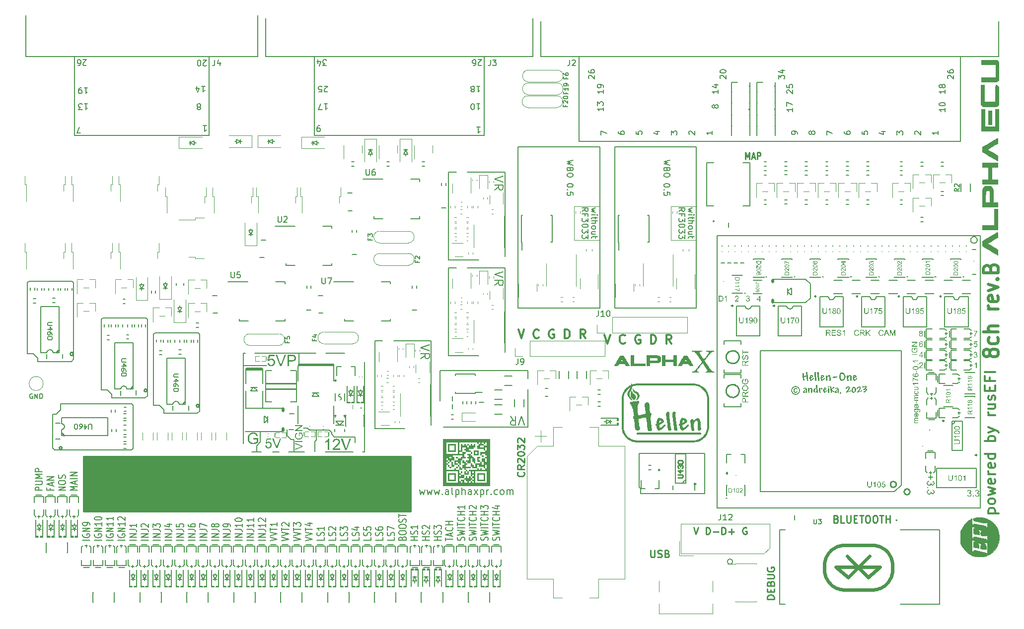
<source format=gto>
G75*
G70*
%OFA0B0*%
%FSLAX25Y25*%
%IPPOS*%
%LPD*%
%AMOC8*
5,1,8,0,0,1.08239X$1,22.5*
%
%ADD10C,0.00787*%
%ADD100C,0.00500*%
%ADD101C,0.02484*%
%ADD102C,0.00010*%
%ADD107C,0.01968*%
%ADD145C,0.00394*%
%ADD146C,0.01000*%
%ADD82C,0.00591*%
%ADD86C,0.01575*%
%ADD87C,0.00800*%
%ADD88C,0.00472*%
%ADD95C,0.00984*%
%ADD96C,0.01181*%
%ADD97C,0.01969*%
%ADD98C,0.01378*%
%ADD99C,0.00669*%
X0000000Y0000000D02*
%LPD*%
G01*
D95*
X0041654Y0106614D02*
X0261339Y0106614D01*
X0261339Y0069606D01*
X0041654Y0069606D01*
X0041654Y0106614D01*
G36*
X0041654Y0106614D02*
G01*
X0261339Y0106614D01*
X0261339Y0069606D01*
X0041654Y0069606D01*
X0041654Y0106614D01*
G37*
D96*
X0391316Y0188196D02*
X0393285Y0182290D01*
X0393285Y0182290D02*
X0395253Y0188196D01*
X0405096Y0182852D02*
X0404814Y0182571D01*
X0404814Y0182571D02*
X0403971Y0182290D01*
X0403971Y0182290D02*
X0403408Y0182290D01*
X0403408Y0182290D02*
X0402565Y0182571D01*
X0402565Y0182571D02*
X0402002Y0183134D01*
X0402002Y0183134D02*
X0401721Y0183696D01*
X0401721Y0183696D02*
X0401440Y0184821D01*
X0401440Y0184821D02*
X0401440Y0185665D01*
X0401440Y0185665D02*
X0401721Y0186789D01*
X0401721Y0186789D02*
X0402002Y0187352D01*
X0402002Y0187352D02*
X0402565Y0187914D01*
X0402565Y0187914D02*
X0403408Y0188196D01*
X0403408Y0188196D02*
X0403971Y0188196D01*
X0403971Y0188196D02*
X0404814Y0187914D01*
X0404814Y0187914D02*
X0405096Y0187633D01*
X0415219Y0187914D02*
X0414657Y0188196D01*
X0414657Y0188196D02*
X0413813Y0188196D01*
X0413813Y0188196D02*
X0412970Y0187914D01*
X0412970Y0187914D02*
X0412407Y0187352D01*
X0412407Y0187352D02*
X0412126Y0186789D01*
X0412126Y0186789D02*
X0411845Y0185665D01*
X0411845Y0185665D02*
X0411845Y0184821D01*
X0411845Y0184821D02*
X0412126Y0183696D01*
X0412126Y0183696D02*
X0412407Y0183134D01*
X0412407Y0183134D02*
X0412970Y0182571D01*
X0412970Y0182571D02*
X0413813Y0182290D01*
X0413813Y0182290D02*
X0414376Y0182290D01*
X0414376Y0182290D02*
X0415219Y0182571D01*
X0415219Y0182571D02*
X0415501Y0182852D01*
X0415501Y0182852D02*
X0415501Y0184821D01*
X0415501Y0184821D02*
X0414376Y0184821D01*
X0422531Y0182290D02*
X0422531Y0188196D01*
X0422531Y0188196D02*
X0423937Y0188196D01*
X0423937Y0188196D02*
X0424781Y0187914D01*
X0424781Y0187914D02*
X0425343Y0187352D01*
X0425343Y0187352D02*
X0425624Y0186789D01*
X0425624Y0186789D02*
X0425906Y0185665D01*
X0425906Y0185665D02*
X0425906Y0184821D01*
X0425906Y0184821D02*
X0425624Y0183696D01*
X0425624Y0183696D02*
X0425343Y0183134D01*
X0425343Y0183134D02*
X0424781Y0182571D01*
X0424781Y0182571D02*
X0423937Y0182290D01*
X0423937Y0182290D02*
X0422531Y0182290D01*
X0436310Y0182290D02*
X0434342Y0185102D01*
X0432936Y0182290D02*
X0432936Y0188196D01*
X0432936Y0188196D02*
X0435186Y0188196D01*
X0435186Y0188196D02*
X0435748Y0187914D01*
X0435748Y0187914D02*
X0436029Y0187633D01*
X0436029Y0187633D02*
X0436310Y0187071D01*
X0436310Y0187071D02*
X0436310Y0186227D01*
X0436310Y0186227D02*
X0436029Y0185665D01*
X0436029Y0185665D02*
X0435748Y0185383D01*
X0435748Y0185383D02*
X0435186Y0185102D01*
X0435186Y0185102D02*
X0432936Y0185102D01*
D95*
X0451102Y0058810D02*
X0452677Y0054086D01*
X0452677Y0054086D02*
X0454252Y0058810D01*
X0459426Y0054086D02*
X0459426Y0058810D01*
X0459426Y0058810D02*
X0460551Y0058810D01*
X0460551Y0058810D02*
X0461226Y0058585D01*
X0461226Y0058585D02*
X0461676Y0058136D01*
X0461676Y0058136D02*
X0461901Y0057686D01*
X0461901Y0057686D02*
X0462126Y0056786D01*
X0462126Y0056786D02*
X0462126Y0056111D01*
X0462126Y0056111D02*
X0461901Y0055211D01*
X0461901Y0055211D02*
X0461676Y0054761D01*
X0461676Y0054761D02*
X0461226Y0054311D01*
X0461226Y0054311D02*
X0460551Y0054086D01*
X0460551Y0054086D02*
X0459426Y0054086D01*
X0464151Y0055886D02*
X0467750Y0055886D01*
X0470000Y0054086D02*
X0470000Y0058810D01*
X0470000Y0058810D02*
X0471125Y0058810D01*
X0471125Y0058810D02*
X0471800Y0058585D01*
X0471800Y0058585D02*
X0472250Y0058136D01*
X0472250Y0058136D02*
X0472475Y0057686D01*
X0472475Y0057686D02*
X0472700Y0056786D01*
X0472700Y0056786D02*
X0472700Y0056111D01*
X0472700Y0056111D02*
X0472475Y0055211D01*
X0472475Y0055211D02*
X0472250Y0054761D01*
X0472250Y0054761D02*
X0471800Y0054311D01*
X0471800Y0054311D02*
X0471125Y0054086D01*
X0471125Y0054086D02*
X0470000Y0054086D01*
X0474724Y0055886D02*
X0478324Y0055886D01*
X0476524Y0054086D02*
X0476524Y0057686D01*
X0486648Y0058585D02*
X0486198Y0058810D01*
X0486198Y0058810D02*
X0485523Y0058810D01*
X0485523Y0058810D02*
X0484848Y0058585D01*
X0484848Y0058585D02*
X0484398Y0058136D01*
X0484398Y0058136D02*
X0484173Y0057686D01*
X0484173Y0057686D02*
X0483948Y0056786D01*
X0483948Y0056786D02*
X0483948Y0056111D01*
X0483948Y0056111D02*
X0484173Y0055211D01*
X0484173Y0055211D02*
X0484398Y0054761D01*
X0484398Y0054761D02*
X0484848Y0054311D01*
X0484848Y0054311D02*
X0485523Y0054086D01*
X0485523Y0054086D02*
X0485973Y0054086D01*
X0485973Y0054086D02*
X0486648Y0054311D01*
X0486648Y0054311D02*
X0486873Y0054536D01*
X0486873Y0054536D02*
X0486873Y0056111D01*
X0486873Y0056111D02*
X0485973Y0056111D01*
D97*
X0649929Y0175138D02*
X0649460Y0174276D01*
X0649460Y0174276D02*
X0648992Y0173845D01*
X0648992Y0173845D02*
X0648054Y0173414D01*
X0648054Y0173414D02*
X0647586Y0173414D01*
X0647586Y0173414D02*
X0646648Y0173845D01*
X0646648Y0173845D02*
X0646180Y0174276D01*
X0646180Y0174276D02*
X0645711Y0175138D01*
X0645711Y0175138D02*
X0645711Y0176863D01*
X0645711Y0176863D02*
X0646180Y0177726D01*
X0646180Y0177726D02*
X0646648Y0178157D01*
X0646648Y0178157D02*
X0647586Y0178588D01*
X0647586Y0178588D02*
X0648054Y0178588D01*
X0648054Y0178588D02*
X0648992Y0178157D01*
X0648992Y0178157D02*
X0649460Y0177726D01*
X0649460Y0177726D02*
X0649929Y0176863D01*
X0649929Y0176863D02*
X0649929Y0175138D01*
X0649929Y0175138D02*
X0650398Y0174276D01*
X0650398Y0174276D02*
X0650866Y0173845D01*
X0650866Y0173845D02*
X0651804Y0173414D01*
X0651804Y0173414D02*
X0653679Y0173414D01*
X0653679Y0173414D02*
X0654616Y0173845D01*
X0654616Y0173845D02*
X0655085Y0174276D01*
X0655085Y0174276D02*
X0655553Y0175138D01*
X0655553Y0175138D02*
X0655553Y0176863D01*
X0655553Y0176863D02*
X0655085Y0177726D01*
X0655085Y0177726D02*
X0654616Y0178157D01*
X0654616Y0178157D02*
X0653679Y0178588D01*
X0653679Y0178588D02*
X0651804Y0178588D01*
X0651804Y0178588D02*
X0650866Y0178157D01*
X0650866Y0178157D02*
X0650398Y0177726D01*
X0650398Y0177726D02*
X0649929Y0176863D01*
X0655085Y0186349D02*
X0655553Y0185487D01*
X0655553Y0185487D02*
X0655553Y0183762D01*
X0655553Y0183762D02*
X0655085Y0182900D01*
X0655085Y0182900D02*
X0654616Y0182469D01*
X0654616Y0182469D02*
X0653679Y0182037D01*
X0653679Y0182037D02*
X0650866Y0182037D01*
X0650866Y0182037D02*
X0649929Y0182469D01*
X0649929Y0182469D02*
X0649460Y0182900D01*
X0649460Y0182900D02*
X0648992Y0183762D01*
X0648992Y0183762D02*
X0648992Y0185487D01*
X0648992Y0185487D02*
X0649460Y0186349D01*
X0655553Y0190230D02*
X0645711Y0190230D01*
X0655553Y0194111D02*
X0650398Y0194111D01*
X0650398Y0194111D02*
X0649460Y0193680D01*
X0649460Y0193680D02*
X0648992Y0192817D01*
X0648992Y0192817D02*
X0648992Y0191524D01*
X0648992Y0191524D02*
X0649460Y0190661D01*
X0649460Y0190661D02*
X0649929Y0190230D01*
X0655553Y0205322D02*
X0648992Y0205322D01*
X0650866Y0205322D02*
X0649929Y0205753D01*
X0649929Y0205753D02*
X0649460Y0206184D01*
X0649460Y0206184D02*
X0648992Y0207047D01*
X0648992Y0207047D02*
X0648992Y0207909D01*
X0655085Y0214377D02*
X0655553Y0213515D01*
X0655553Y0213515D02*
X0655553Y0211790D01*
X0655553Y0211790D02*
X0655085Y0210928D01*
X0655085Y0210928D02*
X0654147Y0210496D01*
X0654147Y0210496D02*
X0650398Y0210496D01*
X0650398Y0210496D02*
X0649460Y0210928D01*
X0649460Y0210928D02*
X0648992Y0211790D01*
X0648992Y0211790D02*
X0648992Y0213515D01*
X0648992Y0213515D02*
X0649460Y0214377D01*
X0649460Y0214377D02*
X0650398Y0214808D01*
X0650398Y0214808D02*
X0651335Y0214808D01*
X0651335Y0214808D02*
X0652272Y0210496D01*
X0648992Y0217827D02*
X0655553Y0219983D01*
X0655553Y0219983D02*
X0648992Y0222139D01*
X0654616Y0225588D02*
X0655085Y0226019D01*
X0655085Y0226019D02*
X0655553Y0225588D01*
X0655553Y0225588D02*
X0655085Y0225157D01*
X0655085Y0225157D02*
X0654616Y0225588D01*
X0654616Y0225588D02*
X0655553Y0225588D01*
X0650398Y0232919D02*
X0650866Y0234212D01*
X0650866Y0234212D02*
X0651335Y0234643D01*
X0651335Y0234643D02*
X0652272Y0235075D01*
X0652272Y0235075D02*
X0653679Y0235075D01*
X0653679Y0235075D02*
X0654616Y0234643D01*
X0654616Y0234643D02*
X0655085Y0234212D01*
X0655085Y0234212D02*
X0655553Y0233350D01*
X0655553Y0233350D02*
X0655553Y0229900D01*
X0655553Y0229900D02*
X0645711Y0229900D01*
X0645711Y0229900D02*
X0645711Y0232919D01*
X0645711Y0232919D02*
X0646180Y0233781D01*
X0646180Y0233781D02*
X0646648Y0234212D01*
X0646648Y0234212D02*
X0647586Y0234643D01*
X0647586Y0234643D02*
X0648523Y0234643D01*
X0648523Y0234643D02*
X0649460Y0234212D01*
X0649460Y0234212D02*
X0649929Y0233781D01*
X0649929Y0233781D02*
X0650398Y0232919D01*
X0650398Y0232919D02*
X0650398Y0229900D01*
D96*
X0333442Y0191739D02*
X0335411Y0185833D01*
X0335411Y0185833D02*
X0337379Y0191739D01*
X0347222Y0186396D02*
X0346940Y0186115D01*
X0346940Y0186115D02*
X0346097Y0185833D01*
X0346097Y0185833D02*
X0345534Y0185833D01*
X0345534Y0185833D02*
X0344691Y0186115D01*
X0344691Y0186115D02*
X0344128Y0186677D01*
X0344128Y0186677D02*
X0343847Y0187239D01*
X0343847Y0187239D02*
X0343566Y0188364D01*
X0343566Y0188364D02*
X0343566Y0189208D01*
X0343566Y0189208D02*
X0343847Y0190333D01*
X0343847Y0190333D02*
X0344128Y0190895D01*
X0344128Y0190895D02*
X0344691Y0191458D01*
X0344691Y0191458D02*
X0345534Y0191739D01*
X0345534Y0191739D02*
X0346097Y0191739D01*
X0346097Y0191739D02*
X0346940Y0191458D01*
X0346940Y0191458D02*
X0347222Y0191176D01*
X0357345Y0191458D02*
X0356783Y0191739D01*
X0356783Y0191739D02*
X0355939Y0191739D01*
X0355939Y0191739D02*
X0355096Y0191458D01*
X0355096Y0191458D02*
X0354533Y0190895D01*
X0354533Y0190895D02*
X0354252Y0190333D01*
X0354252Y0190333D02*
X0353971Y0189208D01*
X0353971Y0189208D02*
X0353971Y0188364D01*
X0353971Y0188364D02*
X0354252Y0187239D01*
X0354252Y0187239D02*
X0354533Y0186677D01*
X0354533Y0186677D02*
X0355096Y0186115D01*
X0355096Y0186115D02*
X0355939Y0185833D01*
X0355939Y0185833D02*
X0356502Y0185833D01*
X0356502Y0185833D02*
X0357345Y0186115D01*
X0357345Y0186115D02*
X0357627Y0186396D01*
X0357627Y0186396D02*
X0357627Y0188364D01*
X0357627Y0188364D02*
X0356502Y0188364D01*
X0364657Y0185833D02*
X0364657Y0191739D01*
X0364657Y0191739D02*
X0366063Y0191739D01*
X0366063Y0191739D02*
X0366907Y0191458D01*
X0366907Y0191458D02*
X0367469Y0190895D01*
X0367469Y0190895D02*
X0367750Y0190333D01*
X0367750Y0190333D02*
X0368031Y0189208D01*
X0368031Y0189208D02*
X0368031Y0188364D01*
X0368031Y0188364D02*
X0367750Y0187239D01*
X0367750Y0187239D02*
X0367469Y0186677D01*
X0367469Y0186677D02*
X0366907Y0186115D01*
X0366907Y0186115D02*
X0366063Y0185833D01*
X0366063Y0185833D02*
X0364657Y0185833D01*
X0378436Y0185833D02*
X0376468Y0188646D01*
X0375062Y0185833D02*
X0375062Y0191739D01*
X0375062Y0191739D02*
X0377312Y0191739D01*
X0377312Y0191739D02*
X0377874Y0191458D01*
X0377874Y0191458D02*
X0378155Y0191176D01*
X0378155Y0191176D02*
X0378436Y0190614D01*
X0378436Y0190614D02*
X0378436Y0189770D01*
X0378436Y0189770D02*
X0378155Y0189208D01*
X0378155Y0189208D02*
X0377874Y0188927D01*
X0377874Y0188927D02*
X0377312Y0188646D01*
X0377312Y0188646D02*
X0375062Y0188646D01*
D98*
X0648797Y0068263D02*
X0655884Y0068263D01*
X0649135Y0068263D02*
X0648797Y0068938D01*
X0648797Y0068938D02*
X0648797Y0070288D01*
X0648797Y0070288D02*
X0649135Y0070963D01*
X0649135Y0070963D02*
X0649472Y0071300D01*
X0649472Y0071300D02*
X0650147Y0071638D01*
X0650147Y0071638D02*
X0652172Y0071638D01*
X0652172Y0071638D02*
X0652847Y0071300D01*
X0652847Y0071300D02*
X0653184Y0070963D01*
X0653184Y0070963D02*
X0653522Y0070288D01*
X0653522Y0070288D02*
X0653522Y0068938D01*
X0653522Y0068938D02*
X0653184Y0068263D01*
X0653522Y0075687D02*
X0653184Y0075012D01*
X0653184Y0075012D02*
X0652847Y0074675D01*
X0652847Y0074675D02*
X0652172Y0074337D01*
X0652172Y0074337D02*
X0650147Y0074337D01*
X0650147Y0074337D02*
X0649472Y0074675D01*
X0649472Y0074675D02*
X0649135Y0075012D01*
X0649135Y0075012D02*
X0648797Y0075687D01*
X0648797Y0075687D02*
X0648797Y0076700D01*
X0648797Y0076700D02*
X0649135Y0077374D01*
X0649135Y0077374D02*
X0649472Y0077712D01*
X0649472Y0077712D02*
X0650147Y0078049D01*
X0650147Y0078049D02*
X0652172Y0078049D01*
X0652172Y0078049D02*
X0652847Y0077712D01*
X0652847Y0077712D02*
X0653184Y0077374D01*
X0653184Y0077374D02*
X0653522Y0076700D01*
X0653522Y0076700D02*
X0653522Y0075687D01*
X0648797Y0080412D02*
X0653522Y0081761D01*
X0653522Y0081761D02*
X0650147Y0083111D01*
X0650147Y0083111D02*
X0653522Y0084461D01*
X0653522Y0084461D02*
X0648797Y0085811D01*
X0653184Y0091210D02*
X0653522Y0090535D01*
X0653522Y0090535D02*
X0653522Y0089186D01*
X0653522Y0089186D02*
X0653184Y0088511D01*
X0653184Y0088511D02*
X0652509Y0088173D01*
X0652509Y0088173D02*
X0649810Y0088173D01*
X0649810Y0088173D02*
X0649135Y0088511D01*
X0649135Y0088511D02*
X0648797Y0089186D01*
X0648797Y0089186D02*
X0648797Y0090535D01*
X0648797Y0090535D02*
X0649135Y0091210D01*
X0649135Y0091210D02*
X0649810Y0091548D01*
X0649810Y0091548D02*
X0650485Y0091548D01*
X0650485Y0091548D02*
X0651160Y0088173D01*
X0653522Y0094585D02*
X0648797Y0094585D01*
X0650147Y0094585D02*
X0649472Y0094922D01*
X0649472Y0094922D02*
X0649135Y0095260D01*
X0649135Y0095260D02*
X0648797Y0095935D01*
X0648797Y0095935D02*
X0648797Y0096610D01*
X0653184Y0101671D02*
X0653522Y0100997D01*
X0653522Y0100997D02*
X0653522Y0099647D01*
X0653522Y0099647D02*
X0653184Y0098972D01*
X0653184Y0098972D02*
X0652509Y0098634D01*
X0652509Y0098634D02*
X0649810Y0098634D01*
X0649810Y0098634D02*
X0649135Y0098972D01*
X0649135Y0098972D02*
X0648797Y0099647D01*
X0648797Y0099647D02*
X0648797Y0100997D01*
X0648797Y0100997D02*
X0649135Y0101671D01*
X0649135Y0101671D02*
X0649810Y0102009D01*
X0649810Y0102009D02*
X0650485Y0102009D01*
X0650485Y0102009D02*
X0651160Y0098634D01*
X0653522Y0108083D02*
X0646435Y0108083D01*
X0653184Y0108083D02*
X0653522Y0107408D01*
X0653522Y0107408D02*
X0653522Y0106058D01*
X0653522Y0106058D02*
X0653184Y0105383D01*
X0653184Y0105383D02*
X0652847Y0105046D01*
X0652847Y0105046D02*
X0652172Y0104709D01*
X0652172Y0104709D02*
X0650147Y0104709D01*
X0650147Y0104709D02*
X0649472Y0105046D01*
X0649472Y0105046D02*
X0649135Y0105383D01*
X0649135Y0105383D02*
X0648797Y0106058D01*
X0648797Y0106058D02*
X0648797Y0107408D01*
X0648797Y0107408D02*
X0649135Y0108083D01*
X0653522Y0116857D02*
X0646435Y0116857D01*
X0649135Y0116857D02*
X0648797Y0117532D01*
X0648797Y0117532D02*
X0648797Y0118882D01*
X0648797Y0118882D02*
X0649135Y0119557D01*
X0649135Y0119557D02*
X0649472Y0119894D01*
X0649472Y0119894D02*
X0650147Y0120232D01*
X0650147Y0120232D02*
X0652172Y0120232D01*
X0652172Y0120232D02*
X0652847Y0119894D01*
X0652847Y0119894D02*
X0653184Y0119557D01*
X0653184Y0119557D02*
X0653522Y0118882D01*
X0653522Y0118882D02*
X0653522Y0117532D01*
X0653522Y0117532D02*
X0653184Y0116857D01*
X0648797Y0122594D02*
X0653522Y0124281D01*
X0648797Y0125968D02*
X0653522Y0124281D01*
X0653522Y0124281D02*
X0655209Y0123606D01*
X0655209Y0123606D02*
X0655546Y0123269D01*
X0655546Y0123269D02*
X0655884Y0122594D01*
X0653522Y0134067D02*
X0648797Y0134067D01*
X0650147Y0134067D02*
X0649472Y0134405D01*
X0649472Y0134405D02*
X0649135Y0134742D01*
X0649135Y0134742D02*
X0648797Y0135417D01*
X0648797Y0135417D02*
X0648797Y0136092D01*
X0648797Y0141491D02*
X0653522Y0141491D01*
X0648797Y0138454D02*
X0652509Y0138454D01*
X0652509Y0138454D02*
X0653184Y0138792D01*
X0653184Y0138792D02*
X0653522Y0139467D01*
X0653522Y0139467D02*
X0653522Y0140479D01*
X0653522Y0140479D02*
X0653184Y0141154D01*
X0653184Y0141154D02*
X0652847Y0141491D01*
X0653184Y0144529D02*
X0653522Y0145204D01*
X0653522Y0145204D02*
X0653522Y0146553D01*
X0653522Y0146553D02*
X0653184Y0147228D01*
X0653184Y0147228D02*
X0652509Y0147566D01*
X0652509Y0147566D02*
X0652172Y0147566D01*
X0652172Y0147566D02*
X0651497Y0147228D01*
X0651497Y0147228D02*
X0651160Y0146553D01*
X0651160Y0146553D02*
X0651160Y0145541D01*
X0651160Y0145541D02*
X0650822Y0144866D01*
X0650822Y0144866D02*
X0650147Y0144529D01*
X0650147Y0144529D02*
X0649810Y0144529D01*
X0649810Y0144529D02*
X0649135Y0144866D01*
X0649135Y0144866D02*
X0648797Y0145541D01*
X0648797Y0145541D02*
X0648797Y0146553D01*
X0648797Y0146553D02*
X0649135Y0147228D01*
X0649810Y0150603D02*
X0649810Y0152965D01*
X0653522Y0153977D02*
X0653522Y0150603D01*
X0653522Y0150603D02*
X0646435Y0150603D01*
X0646435Y0150603D02*
X0646435Y0153977D01*
X0649810Y0159377D02*
X0649810Y0157015D01*
X0653522Y0157015D02*
X0646435Y0157015D01*
X0646435Y0157015D02*
X0646435Y0160389D01*
X0653522Y0163089D02*
X0646435Y0163089D01*
D10*
X0045940Y0050196D02*
X0041058Y0050196D01*
X0041290Y0054133D02*
X0041058Y0053758D01*
X0041058Y0053758D02*
X0041058Y0053195D01*
X0041058Y0053195D02*
X0041290Y0052633D01*
X0041290Y0052633D02*
X0041755Y0052258D01*
X0041755Y0052258D02*
X0042220Y0052070D01*
X0042220Y0052070D02*
X0043150Y0051883D01*
X0043150Y0051883D02*
X0043847Y0051883D01*
X0043847Y0051883D02*
X0044777Y0052070D01*
X0044777Y0052070D02*
X0045242Y0052258D01*
X0045242Y0052258D02*
X0045707Y0052633D01*
X0045707Y0052633D02*
X0045940Y0053195D01*
X0045940Y0053195D02*
X0045940Y0053570D01*
X0045940Y0053570D02*
X0045707Y0054133D01*
X0045707Y0054133D02*
X0045475Y0054320D01*
X0045475Y0054320D02*
X0043847Y0054320D01*
X0043847Y0054320D02*
X0043847Y0053570D01*
X0045940Y0056007D02*
X0041058Y0056007D01*
X0041058Y0056007D02*
X0045940Y0058257D01*
X0045940Y0058257D02*
X0041058Y0058257D01*
X0045940Y0060319D02*
X0045940Y0061069D01*
X0045940Y0061069D02*
X0045707Y0061444D01*
X0045707Y0061444D02*
X0045475Y0061632D01*
X0045475Y0061632D02*
X0044777Y0062007D01*
X0044777Y0062007D02*
X0043847Y0062194D01*
X0043847Y0062194D02*
X0041988Y0062194D01*
X0041988Y0062194D02*
X0041523Y0062007D01*
X0041523Y0062007D02*
X0041290Y0061819D01*
X0041290Y0061819D02*
X0041058Y0061444D01*
X0041058Y0061444D02*
X0041058Y0060694D01*
X0041058Y0060694D02*
X0041290Y0060319D01*
X0041290Y0060319D02*
X0041523Y0060132D01*
X0041523Y0060132D02*
X0041988Y0059944D01*
X0041988Y0059944D02*
X0043150Y0059944D01*
X0043150Y0059944D02*
X0043615Y0060132D01*
X0043615Y0060132D02*
X0043847Y0060319D01*
X0043847Y0060319D02*
X0044080Y0060694D01*
X0044080Y0060694D02*
X0044080Y0061444D01*
X0044080Y0061444D02*
X0043847Y0061819D01*
X0043847Y0061819D02*
X0043615Y0062007D01*
X0043615Y0062007D02*
X0043150Y0062194D01*
X0053799Y0050196D02*
X0048918Y0050196D01*
X0049150Y0054133D02*
X0048918Y0053758D01*
X0048918Y0053758D02*
X0048918Y0053195D01*
X0048918Y0053195D02*
X0049150Y0052633D01*
X0049150Y0052633D02*
X0049615Y0052258D01*
X0049615Y0052258D02*
X0050080Y0052070D01*
X0050080Y0052070D02*
X0051010Y0051883D01*
X0051010Y0051883D02*
X0051707Y0051883D01*
X0051707Y0051883D02*
X0052637Y0052070D01*
X0052637Y0052070D02*
X0053102Y0052258D01*
X0053102Y0052258D02*
X0053567Y0052633D01*
X0053567Y0052633D02*
X0053799Y0053195D01*
X0053799Y0053195D02*
X0053799Y0053570D01*
X0053799Y0053570D02*
X0053567Y0054133D01*
X0053567Y0054133D02*
X0053334Y0054320D01*
X0053334Y0054320D02*
X0051707Y0054320D01*
X0051707Y0054320D02*
X0051707Y0053570D01*
X0053799Y0056007D02*
X0048918Y0056007D01*
X0048918Y0056007D02*
X0053799Y0058257D01*
X0053799Y0058257D02*
X0048918Y0058257D01*
X0053799Y0062194D02*
X0053799Y0059944D01*
X0053799Y0061069D02*
X0048918Y0061069D01*
X0048918Y0061069D02*
X0049615Y0060694D01*
X0049615Y0060694D02*
X0050080Y0060319D01*
X0050080Y0060319D02*
X0050312Y0059944D01*
X0048918Y0064631D02*
X0048918Y0065006D01*
X0048918Y0065006D02*
X0049150Y0065381D01*
X0049150Y0065381D02*
X0049382Y0065569D01*
X0049382Y0065569D02*
X0049847Y0065756D01*
X0049847Y0065756D02*
X0050777Y0065944D01*
X0050777Y0065944D02*
X0051940Y0065944D01*
X0051940Y0065944D02*
X0052870Y0065756D01*
X0052870Y0065756D02*
X0053334Y0065569D01*
X0053334Y0065569D02*
X0053567Y0065381D01*
X0053567Y0065381D02*
X0053799Y0065006D01*
X0053799Y0065006D02*
X0053799Y0064631D01*
X0053799Y0064631D02*
X0053567Y0064256D01*
X0053567Y0064256D02*
X0053334Y0064069D01*
X0053334Y0064069D02*
X0052870Y0063881D01*
X0052870Y0063881D02*
X0051940Y0063694D01*
X0051940Y0063694D02*
X0050777Y0063694D01*
X0050777Y0063694D02*
X0049847Y0063881D01*
X0049847Y0063881D02*
X0049382Y0064069D01*
X0049382Y0064069D02*
X0049150Y0064256D01*
X0049150Y0064256D02*
X0048918Y0064631D01*
X0061659Y0050196D02*
X0056777Y0050196D01*
X0057010Y0054133D02*
X0056777Y0053758D01*
X0056777Y0053758D02*
X0056777Y0053195D01*
X0056777Y0053195D02*
X0057010Y0052633D01*
X0057010Y0052633D02*
X0057475Y0052258D01*
X0057475Y0052258D02*
X0057940Y0052070D01*
X0057940Y0052070D02*
X0058870Y0051883D01*
X0058870Y0051883D02*
X0059567Y0051883D01*
X0059567Y0051883D02*
X0060497Y0052070D01*
X0060497Y0052070D02*
X0060962Y0052258D01*
X0060962Y0052258D02*
X0061427Y0052633D01*
X0061427Y0052633D02*
X0061659Y0053195D01*
X0061659Y0053195D02*
X0061659Y0053570D01*
X0061659Y0053570D02*
X0061427Y0054133D01*
X0061427Y0054133D02*
X0061194Y0054320D01*
X0061194Y0054320D02*
X0059567Y0054320D01*
X0059567Y0054320D02*
X0059567Y0053570D01*
X0061659Y0056007D02*
X0056777Y0056007D01*
X0056777Y0056007D02*
X0061659Y0058257D01*
X0061659Y0058257D02*
X0056777Y0058257D01*
X0061659Y0062194D02*
X0061659Y0059944D01*
X0061659Y0061069D02*
X0056777Y0061069D01*
X0056777Y0061069D02*
X0057475Y0060694D01*
X0057475Y0060694D02*
X0057940Y0060319D01*
X0057940Y0060319D02*
X0058172Y0059944D01*
X0061659Y0065944D02*
X0061659Y0063694D01*
X0061659Y0064819D02*
X0056777Y0064819D01*
X0056777Y0064819D02*
X0057475Y0064444D01*
X0057475Y0064444D02*
X0057940Y0064069D01*
X0057940Y0064069D02*
X0058172Y0063694D01*
X0069519Y0050196D02*
X0064637Y0050196D01*
X0064870Y0054133D02*
X0064637Y0053758D01*
X0064637Y0053758D02*
X0064637Y0053195D01*
X0064637Y0053195D02*
X0064870Y0052633D01*
X0064870Y0052633D02*
X0065335Y0052258D01*
X0065335Y0052258D02*
X0065800Y0052070D01*
X0065800Y0052070D02*
X0066729Y0051883D01*
X0066729Y0051883D02*
X0067427Y0051883D01*
X0067427Y0051883D02*
X0068357Y0052070D01*
X0068357Y0052070D02*
X0068822Y0052258D01*
X0068822Y0052258D02*
X0069287Y0052633D01*
X0069287Y0052633D02*
X0069519Y0053195D01*
X0069519Y0053195D02*
X0069519Y0053570D01*
X0069519Y0053570D02*
X0069287Y0054133D01*
X0069287Y0054133D02*
X0069054Y0054320D01*
X0069054Y0054320D02*
X0067427Y0054320D01*
X0067427Y0054320D02*
X0067427Y0053570D01*
X0069519Y0056007D02*
X0064637Y0056007D01*
X0064637Y0056007D02*
X0069519Y0058257D01*
X0069519Y0058257D02*
X0064637Y0058257D01*
X0069519Y0062194D02*
X0069519Y0059944D01*
X0069519Y0061069D02*
X0064637Y0061069D01*
X0064637Y0061069D02*
X0065335Y0060694D01*
X0065335Y0060694D02*
X0065800Y0060319D01*
X0065800Y0060319D02*
X0066032Y0059944D01*
X0065102Y0063694D02*
X0064870Y0063881D01*
X0064870Y0063881D02*
X0064637Y0064256D01*
X0064637Y0064256D02*
X0064637Y0065194D01*
X0064637Y0065194D02*
X0064870Y0065569D01*
X0064870Y0065569D02*
X0065102Y0065756D01*
X0065102Y0065756D02*
X0065567Y0065944D01*
X0065567Y0065944D02*
X0066032Y0065944D01*
X0066032Y0065944D02*
X0066729Y0065756D01*
X0066729Y0065756D02*
X0069519Y0063506D01*
X0069519Y0063506D02*
X0069519Y0065944D01*
X0077379Y0050196D02*
X0072497Y0050196D01*
X0077379Y0052070D02*
X0072497Y0052070D01*
X0072497Y0052070D02*
X0077379Y0054320D01*
X0077379Y0054320D02*
X0072497Y0054320D01*
X0072497Y0057320D02*
X0075984Y0057320D01*
X0075984Y0057320D02*
X0076682Y0057132D01*
X0076682Y0057132D02*
X0077146Y0056757D01*
X0077146Y0056757D02*
X0077379Y0056195D01*
X0077379Y0056195D02*
X0077379Y0055820D01*
X0077379Y0061257D02*
X0077379Y0059007D01*
X0077379Y0060132D02*
X0072497Y0060132D01*
X0072497Y0060132D02*
X0073194Y0059757D01*
X0073194Y0059757D02*
X0073659Y0059382D01*
X0073659Y0059382D02*
X0073892Y0059007D01*
X0085239Y0050196D02*
X0080357Y0050196D01*
X0085239Y0052070D02*
X0080357Y0052070D01*
X0080357Y0052070D02*
X0085239Y0054320D01*
X0085239Y0054320D02*
X0080357Y0054320D01*
X0080357Y0057320D02*
X0083844Y0057320D01*
X0083844Y0057320D02*
X0084541Y0057132D01*
X0084541Y0057132D02*
X0085006Y0056757D01*
X0085006Y0056757D02*
X0085239Y0056195D01*
X0085239Y0056195D02*
X0085239Y0055820D01*
X0080822Y0059007D02*
X0080589Y0059194D01*
X0080589Y0059194D02*
X0080357Y0059569D01*
X0080357Y0059569D02*
X0080357Y0060507D01*
X0080357Y0060507D02*
X0080589Y0060882D01*
X0080589Y0060882D02*
X0080822Y0061069D01*
X0080822Y0061069D02*
X0081287Y0061257D01*
X0081287Y0061257D02*
X0081752Y0061257D01*
X0081752Y0061257D02*
X0082449Y0061069D01*
X0082449Y0061069D02*
X0085239Y0058819D01*
X0085239Y0058819D02*
X0085239Y0061257D01*
X0093099Y0050196D02*
X0088217Y0050196D01*
X0093099Y0052070D02*
X0088217Y0052070D01*
X0088217Y0052070D02*
X0093099Y0054320D01*
X0093099Y0054320D02*
X0088217Y0054320D01*
X0088217Y0057320D02*
X0091704Y0057320D01*
X0091704Y0057320D02*
X0092401Y0057132D01*
X0092401Y0057132D02*
X0092866Y0056757D01*
X0092866Y0056757D02*
X0093099Y0056195D01*
X0093099Y0056195D02*
X0093099Y0055820D01*
X0088217Y0058819D02*
X0088217Y0061257D01*
X0088217Y0061257D02*
X0090076Y0059944D01*
X0090076Y0059944D02*
X0090076Y0060507D01*
X0090076Y0060507D02*
X0090309Y0060882D01*
X0090309Y0060882D02*
X0090541Y0061069D01*
X0090541Y0061069D02*
X0091006Y0061257D01*
X0091006Y0061257D02*
X0092169Y0061257D01*
X0092169Y0061257D02*
X0092634Y0061069D01*
X0092634Y0061069D02*
X0092866Y0060882D01*
X0092866Y0060882D02*
X0093099Y0060507D01*
X0093099Y0060507D02*
X0093099Y0059382D01*
X0093099Y0059382D02*
X0092866Y0059007D01*
X0092866Y0059007D02*
X0092634Y0058819D01*
X0100958Y0050196D02*
X0096077Y0050196D01*
X0100958Y0052070D02*
X0096077Y0052070D01*
X0096077Y0052070D02*
X0100958Y0054320D01*
X0100958Y0054320D02*
X0096077Y0054320D01*
X0096077Y0057320D02*
X0099564Y0057320D01*
X0099564Y0057320D02*
X0100261Y0057132D01*
X0100261Y0057132D02*
X0100726Y0056757D01*
X0100726Y0056757D02*
X0100958Y0056195D01*
X0100958Y0056195D02*
X0100958Y0055820D01*
X0097704Y0060882D02*
X0100958Y0060882D01*
X0095844Y0059944D02*
X0099331Y0059007D01*
X0099331Y0059007D02*
X0099331Y0061444D01*
X0108818Y0050196D02*
X0103936Y0050196D01*
X0108818Y0052070D02*
X0103936Y0052070D01*
X0103936Y0052070D02*
X0108818Y0054320D01*
X0108818Y0054320D02*
X0103936Y0054320D01*
X0103936Y0057320D02*
X0107423Y0057320D01*
X0107423Y0057320D02*
X0108121Y0057132D01*
X0108121Y0057132D02*
X0108586Y0056757D01*
X0108586Y0056757D02*
X0108818Y0056195D01*
X0108818Y0056195D02*
X0108818Y0055820D01*
X0103936Y0061069D02*
X0103936Y0059194D01*
X0103936Y0059194D02*
X0106261Y0059007D01*
X0106261Y0059007D02*
X0106029Y0059194D01*
X0106029Y0059194D02*
X0105796Y0059569D01*
X0105796Y0059569D02*
X0105796Y0060507D01*
X0105796Y0060507D02*
X0106029Y0060882D01*
X0106029Y0060882D02*
X0106261Y0061069D01*
X0106261Y0061069D02*
X0106726Y0061257D01*
X0106726Y0061257D02*
X0107888Y0061257D01*
X0107888Y0061257D02*
X0108353Y0061069D01*
X0108353Y0061069D02*
X0108586Y0060882D01*
X0108586Y0060882D02*
X0108818Y0060507D01*
X0108818Y0060507D02*
X0108818Y0059569D01*
X0108818Y0059569D02*
X0108586Y0059194D01*
X0108586Y0059194D02*
X0108353Y0059007D01*
X0116678Y0050196D02*
X0111796Y0050196D01*
X0116678Y0052070D02*
X0111796Y0052070D01*
X0111796Y0052070D02*
X0116678Y0054320D01*
X0116678Y0054320D02*
X0111796Y0054320D01*
X0111796Y0057320D02*
X0115283Y0057320D01*
X0115283Y0057320D02*
X0115981Y0057132D01*
X0115981Y0057132D02*
X0116446Y0056757D01*
X0116446Y0056757D02*
X0116678Y0056195D01*
X0116678Y0056195D02*
X0116678Y0055820D01*
X0111796Y0060882D02*
X0111796Y0060132D01*
X0111796Y0060132D02*
X0112029Y0059757D01*
X0112029Y0059757D02*
X0112261Y0059569D01*
X0112261Y0059569D02*
X0112959Y0059194D01*
X0112959Y0059194D02*
X0113888Y0059007D01*
X0113888Y0059007D02*
X0115748Y0059007D01*
X0115748Y0059007D02*
X0116213Y0059194D01*
X0116213Y0059194D02*
X0116446Y0059382D01*
X0116446Y0059382D02*
X0116678Y0059757D01*
X0116678Y0059757D02*
X0116678Y0060507D01*
X0116678Y0060507D02*
X0116446Y0060882D01*
X0116446Y0060882D02*
X0116213Y0061069D01*
X0116213Y0061069D02*
X0115748Y0061257D01*
X0115748Y0061257D02*
X0114586Y0061257D01*
X0114586Y0061257D02*
X0114121Y0061069D01*
X0114121Y0061069D02*
X0113888Y0060882D01*
X0113888Y0060882D02*
X0113656Y0060507D01*
X0113656Y0060507D02*
X0113656Y0059757D01*
X0113656Y0059757D02*
X0113888Y0059382D01*
X0113888Y0059382D02*
X0114121Y0059194D01*
X0114121Y0059194D02*
X0114586Y0059007D01*
X0124538Y0050196D02*
X0119656Y0050196D01*
X0124538Y0052070D02*
X0119656Y0052070D01*
X0119656Y0052070D02*
X0124538Y0054320D01*
X0124538Y0054320D02*
X0119656Y0054320D01*
X0119656Y0057320D02*
X0123143Y0057320D01*
X0123143Y0057320D02*
X0123841Y0057132D01*
X0123841Y0057132D02*
X0124306Y0056757D01*
X0124306Y0056757D02*
X0124538Y0056195D01*
X0124538Y0056195D02*
X0124538Y0055820D01*
X0119656Y0058819D02*
X0119656Y0061444D01*
X0119656Y0061444D02*
X0124538Y0059757D01*
X0132398Y0050196D02*
X0127516Y0050196D01*
X0132398Y0052070D02*
X0127516Y0052070D01*
X0127516Y0052070D02*
X0132398Y0054320D01*
X0132398Y0054320D02*
X0127516Y0054320D01*
X0127516Y0057320D02*
X0131003Y0057320D01*
X0131003Y0057320D02*
X0131700Y0057132D01*
X0131700Y0057132D02*
X0132165Y0056757D01*
X0132165Y0056757D02*
X0132398Y0056195D01*
X0132398Y0056195D02*
X0132398Y0055820D01*
X0129608Y0059757D02*
X0129376Y0059382D01*
X0129376Y0059382D02*
X0129143Y0059194D01*
X0129143Y0059194D02*
X0128678Y0059007D01*
X0128678Y0059007D02*
X0128446Y0059007D01*
X0128446Y0059007D02*
X0127981Y0059194D01*
X0127981Y0059194D02*
X0127748Y0059382D01*
X0127748Y0059382D02*
X0127516Y0059757D01*
X0127516Y0059757D02*
X0127516Y0060507D01*
X0127516Y0060507D02*
X0127748Y0060882D01*
X0127748Y0060882D02*
X0127981Y0061069D01*
X0127981Y0061069D02*
X0128446Y0061257D01*
X0128446Y0061257D02*
X0128678Y0061257D01*
X0128678Y0061257D02*
X0129143Y0061069D01*
X0129143Y0061069D02*
X0129376Y0060882D01*
X0129376Y0060882D02*
X0129608Y0060507D01*
X0129608Y0060507D02*
X0129608Y0059757D01*
X0129608Y0059757D02*
X0129841Y0059382D01*
X0129841Y0059382D02*
X0130073Y0059194D01*
X0130073Y0059194D02*
X0130538Y0059007D01*
X0130538Y0059007D02*
X0131468Y0059007D01*
X0131468Y0059007D02*
X0131933Y0059194D01*
X0131933Y0059194D02*
X0132165Y0059382D01*
X0132165Y0059382D02*
X0132398Y0059757D01*
X0132398Y0059757D02*
X0132398Y0060507D01*
X0132398Y0060507D02*
X0132165Y0060882D01*
X0132165Y0060882D02*
X0131933Y0061069D01*
X0131933Y0061069D02*
X0131468Y0061257D01*
X0131468Y0061257D02*
X0130538Y0061257D01*
X0130538Y0061257D02*
X0130073Y0061069D01*
X0130073Y0061069D02*
X0129841Y0060882D01*
X0129841Y0060882D02*
X0129608Y0060507D01*
X0140258Y0050196D02*
X0135376Y0050196D01*
X0140258Y0052070D02*
X0135376Y0052070D01*
X0135376Y0052070D02*
X0140258Y0054320D01*
X0140258Y0054320D02*
X0135376Y0054320D01*
X0135376Y0057320D02*
X0138863Y0057320D01*
X0138863Y0057320D02*
X0139560Y0057132D01*
X0139560Y0057132D02*
X0140025Y0056757D01*
X0140025Y0056757D02*
X0140258Y0056195D01*
X0140258Y0056195D02*
X0140258Y0055820D01*
X0140258Y0059382D02*
X0140258Y0060132D01*
X0140258Y0060132D02*
X0140025Y0060507D01*
X0140025Y0060507D02*
X0139793Y0060694D01*
X0139793Y0060694D02*
X0139095Y0061069D01*
X0139095Y0061069D02*
X0138165Y0061257D01*
X0138165Y0061257D02*
X0136306Y0061257D01*
X0136306Y0061257D02*
X0135841Y0061069D01*
X0135841Y0061069D02*
X0135608Y0060882D01*
X0135608Y0060882D02*
X0135376Y0060507D01*
X0135376Y0060507D02*
X0135376Y0059757D01*
X0135376Y0059757D02*
X0135608Y0059382D01*
X0135608Y0059382D02*
X0135841Y0059194D01*
X0135841Y0059194D02*
X0136306Y0059007D01*
X0136306Y0059007D02*
X0137468Y0059007D01*
X0137468Y0059007D02*
X0137933Y0059194D01*
X0137933Y0059194D02*
X0138165Y0059382D01*
X0138165Y0059382D02*
X0138398Y0059757D01*
X0138398Y0059757D02*
X0138398Y0060507D01*
X0138398Y0060507D02*
X0138165Y0060882D01*
X0138165Y0060882D02*
X0137933Y0061069D01*
X0137933Y0061069D02*
X0137468Y0061257D01*
X0148118Y0050196D02*
X0143236Y0050196D01*
X0148118Y0052070D02*
X0143236Y0052070D01*
X0143236Y0052070D02*
X0148118Y0054320D01*
X0148118Y0054320D02*
X0143236Y0054320D01*
X0143236Y0057320D02*
X0146723Y0057320D01*
X0146723Y0057320D02*
X0147420Y0057132D01*
X0147420Y0057132D02*
X0147885Y0056757D01*
X0147885Y0056757D02*
X0148118Y0056195D01*
X0148118Y0056195D02*
X0148118Y0055820D01*
X0148118Y0061257D02*
X0148118Y0059007D01*
X0148118Y0060132D02*
X0143236Y0060132D01*
X0143236Y0060132D02*
X0143933Y0059757D01*
X0143933Y0059757D02*
X0144398Y0059382D01*
X0144398Y0059382D02*
X0144630Y0059007D01*
X0143236Y0063694D02*
X0143236Y0064069D01*
X0143236Y0064069D02*
X0143468Y0064444D01*
X0143468Y0064444D02*
X0143701Y0064631D01*
X0143701Y0064631D02*
X0144166Y0064819D01*
X0144166Y0064819D02*
X0145095Y0065006D01*
X0145095Y0065006D02*
X0146258Y0065006D01*
X0146258Y0065006D02*
X0147188Y0064819D01*
X0147188Y0064819D02*
X0147653Y0064631D01*
X0147653Y0064631D02*
X0147885Y0064444D01*
X0147885Y0064444D02*
X0148118Y0064069D01*
X0148118Y0064069D02*
X0148118Y0063694D01*
X0148118Y0063694D02*
X0147885Y0063319D01*
X0147885Y0063319D02*
X0147653Y0063131D01*
X0147653Y0063131D02*
X0147188Y0062944D01*
X0147188Y0062944D02*
X0146258Y0062756D01*
X0146258Y0062756D02*
X0145095Y0062756D01*
X0145095Y0062756D02*
X0144166Y0062944D01*
X0144166Y0062944D02*
X0143701Y0063131D01*
X0143701Y0063131D02*
X0143468Y0063319D01*
X0143468Y0063319D02*
X0143236Y0063694D01*
X0155977Y0050196D02*
X0151095Y0050196D01*
X0155977Y0052070D02*
X0151095Y0052070D01*
X0151095Y0052070D02*
X0155977Y0054320D01*
X0155977Y0054320D02*
X0151095Y0054320D01*
X0151095Y0057320D02*
X0154583Y0057320D01*
X0154583Y0057320D02*
X0155280Y0057132D01*
X0155280Y0057132D02*
X0155745Y0056757D01*
X0155745Y0056757D02*
X0155977Y0056195D01*
X0155977Y0056195D02*
X0155977Y0055820D01*
X0155977Y0061257D02*
X0155977Y0059007D01*
X0155977Y0060132D02*
X0151095Y0060132D01*
X0151095Y0060132D02*
X0151793Y0059757D01*
X0151793Y0059757D02*
X0152258Y0059382D01*
X0152258Y0059382D02*
X0152490Y0059007D01*
X0155977Y0065006D02*
X0155977Y0062756D01*
X0155977Y0063881D02*
X0151095Y0063881D01*
X0151095Y0063881D02*
X0151793Y0063506D01*
X0151793Y0063506D02*
X0152258Y0063131D01*
X0152258Y0063131D02*
X0152490Y0062756D01*
X0163837Y0050196D02*
X0158955Y0050196D01*
X0163837Y0052070D02*
X0158955Y0052070D01*
X0158955Y0052070D02*
X0163837Y0054320D01*
X0163837Y0054320D02*
X0158955Y0054320D01*
X0158955Y0057320D02*
X0162442Y0057320D01*
X0162442Y0057320D02*
X0163140Y0057132D01*
X0163140Y0057132D02*
X0163605Y0056757D01*
X0163605Y0056757D02*
X0163837Y0056195D01*
X0163837Y0056195D02*
X0163837Y0055820D01*
X0163837Y0061257D02*
X0163837Y0059007D01*
X0163837Y0060132D02*
X0158955Y0060132D01*
X0158955Y0060132D02*
X0159653Y0059757D01*
X0159653Y0059757D02*
X0160118Y0059382D01*
X0160118Y0059382D02*
X0160350Y0059007D01*
X0159420Y0062756D02*
X0159188Y0062944D01*
X0159188Y0062944D02*
X0158955Y0063319D01*
X0158955Y0063319D02*
X0158955Y0064256D01*
X0158955Y0064256D02*
X0159188Y0064631D01*
X0159188Y0064631D02*
X0159420Y0064819D01*
X0159420Y0064819D02*
X0159885Y0065006D01*
X0159885Y0065006D02*
X0160350Y0065006D01*
X0160350Y0065006D02*
X0161048Y0064819D01*
X0161048Y0064819D02*
X0163837Y0062569D01*
X0163837Y0062569D02*
X0163837Y0065006D01*
X0166815Y0049633D02*
X0171697Y0050945D01*
X0171697Y0050945D02*
X0166815Y0052258D01*
X0166815Y0053008D02*
X0171697Y0054320D01*
X0171697Y0054320D02*
X0166815Y0055632D01*
X0166815Y0056382D02*
X0166815Y0058632D01*
X0171697Y0057507D02*
X0166815Y0057507D01*
X0171697Y0062007D02*
X0171697Y0059757D01*
X0171697Y0060882D02*
X0166815Y0060882D01*
X0166815Y0060882D02*
X0167513Y0060507D01*
X0167513Y0060507D02*
X0167978Y0060132D01*
X0167978Y0060132D02*
X0168210Y0059757D01*
X0174675Y0049633D02*
X0179557Y0050945D01*
X0179557Y0050945D02*
X0174675Y0052258D01*
X0174675Y0053008D02*
X0179557Y0054320D01*
X0179557Y0054320D02*
X0174675Y0055632D01*
X0174675Y0056382D02*
X0174675Y0058632D01*
X0179557Y0057507D02*
X0174675Y0057507D01*
X0175140Y0059757D02*
X0174907Y0059944D01*
X0174907Y0059944D02*
X0174675Y0060319D01*
X0174675Y0060319D02*
X0174675Y0061257D01*
X0174675Y0061257D02*
X0174907Y0061632D01*
X0174907Y0061632D02*
X0175140Y0061819D01*
X0175140Y0061819D02*
X0175605Y0062007D01*
X0175605Y0062007D02*
X0176070Y0062007D01*
X0176070Y0062007D02*
X0176767Y0061819D01*
X0176767Y0061819D02*
X0179557Y0059569D01*
X0179557Y0059569D02*
X0179557Y0062007D01*
X0182535Y0049633D02*
X0187417Y0050945D01*
X0187417Y0050945D02*
X0182535Y0052258D01*
X0182535Y0053008D02*
X0187417Y0054320D01*
X0187417Y0054320D02*
X0182535Y0055632D01*
X0182535Y0056382D02*
X0182535Y0058632D01*
X0187417Y0057507D02*
X0182535Y0057507D01*
X0182535Y0059569D02*
X0182535Y0062007D01*
X0182535Y0062007D02*
X0184395Y0060694D01*
X0184395Y0060694D02*
X0184395Y0061257D01*
X0184395Y0061257D02*
X0184627Y0061632D01*
X0184627Y0061632D02*
X0184860Y0061819D01*
X0184860Y0061819D02*
X0185324Y0062007D01*
X0185324Y0062007D02*
X0186487Y0062007D01*
X0186487Y0062007D02*
X0186952Y0061819D01*
X0186952Y0061819D02*
X0187184Y0061632D01*
X0187184Y0061632D02*
X0187417Y0061257D01*
X0187417Y0061257D02*
X0187417Y0060132D01*
X0187417Y0060132D02*
X0187184Y0059757D01*
X0187184Y0059757D02*
X0186952Y0059569D01*
X0190395Y0049633D02*
X0195277Y0050945D01*
X0195277Y0050945D02*
X0190395Y0052258D01*
X0190395Y0053008D02*
X0195277Y0054320D01*
X0195277Y0054320D02*
X0190395Y0055632D01*
X0190395Y0056382D02*
X0190395Y0058632D01*
X0195277Y0057507D02*
X0190395Y0057507D01*
X0192022Y0061632D02*
X0195277Y0061632D01*
X0190162Y0060694D02*
X0193649Y0059757D01*
X0193649Y0059757D02*
X0193649Y0062194D01*
X0203136Y0052070D02*
X0203136Y0050196D01*
X0203136Y0050196D02*
X0198255Y0050196D01*
X0202904Y0053195D02*
X0203136Y0053758D01*
X0203136Y0053758D02*
X0203136Y0054695D01*
X0203136Y0054695D02*
X0202904Y0055070D01*
X0202904Y0055070D02*
X0202671Y0055257D01*
X0202671Y0055257D02*
X0202207Y0055445D01*
X0202207Y0055445D02*
X0201742Y0055445D01*
X0201742Y0055445D02*
X0201277Y0055257D01*
X0201277Y0055257D02*
X0201044Y0055070D01*
X0201044Y0055070D02*
X0200812Y0054695D01*
X0200812Y0054695D02*
X0200579Y0053945D01*
X0200579Y0053945D02*
X0200347Y0053570D01*
X0200347Y0053570D02*
X0200114Y0053383D01*
X0200114Y0053383D02*
X0199649Y0053195D01*
X0199649Y0053195D02*
X0199184Y0053195D01*
X0199184Y0053195D02*
X0198719Y0053383D01*
X0198719Y0053383D02*
X0198487Y0053570D01*
X0198487Y0053570D02*
X0198255Y0053945D01*
X0198255Y0053945D02*
X0198255Y0054882D01*
X0198255Y0054882D02*
X0198487Y0055445D01*
X0203136Y0059194D02*
X0203136Y0056945D01*
X0203136Y0058070D02*
X0198255Y0058070D01*
X0198255Y0058070D02*
X0198952Y0057695D01*
X0198952Y0057695D02*
X0199417Y0057320D01*
X0199417Y0057320D02*
X0199649Y0056945D01*
X0210996Y0052070D02*
X0210996Y0050196D01*
X0210996Y0050196D02*
X0206114Y0050196D01*
X0210764Y0053195D02*
X0210996Y0053758D01*
X0210996Y0053758D02*
X0210996Y0054695D01*
X0210996Y0054695D02*
X0210764Y0055070D01*
X0210764Y0055070D02*
X0210531Y0055257D01*
X0210531Y0055257D02*
X0210066Y0055445D01*
X0210066Y0055445D02*
X0209601Y0055445D01*
X0209601Y0055445D02*
X0209136Y0055257D01*
X0209136Y0055257D02*
X0208904Y0055070D01*
X0208904Y0055070D02*
X0208672Y0054695D01*
X0208672Y0054695D02*
X0208439Y0053945D01*
X0208439Y0053945D02*
X0208207Y0053570D01*
X0208207Y0053570D02*
X0207974Y0053383D01*
X0207974Y0053383D02*
X0207509Y0053195D01*
X0207509Y0053195D02*
X0207044Y0053195D01*
X0207044Y0053195D02*
X0206579Y0053383D01*
X0206579Y0053383D02*
X0206347Y0053570D01*
X0206347Y0053570D02*
X0206114Y0053945D01*
X0206114Y0053945D02*
X0206114Y0054882D01*
X0206114Y0054882D02*
X0206347Y0055445D01*
X0206579Y0056945D02*
X0206347Y0057132D01*
X0206347Y0057132D02*
X0206114Y0057507D01*
X0206114Y0057507D02*
X0206114Y0058445D01*
X0206114Y0058445D02*
X0206347Y0058819D01*
X0206347Y0058819D02*
X0206579Y0059007D01*
X0206579Y0059007D02*
X0207044Y0059194D01*
X0207044Y0059194D02*
X0207509Y0059194D01*
X0207509Y0059194D02*
X0208207Y0059007D01*
X0208207Y0059007D02*
X0210996Y0056757D01*
X0210996Y0056757D02*
X0210996Y0059194D01*
X0218856Y0052070D02*
X0218856Y0050196D01*
X0218856Y0050196D02*
X0213974Y0050196D01*
X0218624Y0053195D02*
X0218856Y0053758D01*
X0218856Y0053758D02*
X0218856Y0054695D01*
X0218856Y0054695D02*
X0218624Y0055070D01*
X0218624Y0055070D02*
X0218391Y0055257D01*
X0218391Y0055257D02*
X0217926Y0055445D01*
X0217926Y0055445D02*
X0217461Y0055445D01*
X0217461Y0055445D02*
X0216996Y0055257D01*
X0216996Y0055257D02*
X0216764Y0055070D01*
X0216764Y0055070D02*
X0216531Y0054695D01*
X0216531Y0054695D02*
X0216299Y0053945D01*
X0216299Y0053945D02*
X0216066Y0053570D01*
X0216066Y0053570D02*
X0215834Y0053383D01*
X0215834Y0053383D02*
X0215369Y0053195D01*
X0215369Y0053195D02*
X0214904Y0053195D01*
X0214904Y0053195D02*
X0214439Y0053383D01*
X0214439Y0053383D02*
X0214207Y0053570D01*
X0214207Y0053570D02*
X0213974Y0053945D01*
X0213974Y0053945D02*
X0213974Y0054882D01*
X0213974Y0054882D02*
X0214207Y0055445D01*
X0213974Y0056757D02*
X0213974Y0059194D01*
X0213974Y0059194D02*
X0215834Y0057882D01*
X0215834Y0057882D02*
X0215834Y0058445D01*
X0215834Y0058445D02*
X0216066Y0058819D01*
X0216066Y0058819D02*
X0216299Y0059007D01*
X0216299Y0059007D02*
X0216764Y0059194D01*
X0216764Y0059194D02*
X0217926Y0059194D01*
X0217926Y0059194D02*
X0218391Y0059007D01*
X0218391Y0059007D02*
X0218624Y0058819D01*
X0218624Y0058819D02*
X0218856Y0058445D01*
X0218856Y0058445D02*
X0218856Y0057320D01*
X0218856Y0057320D02*
X0218624Y0056945D01*
X0218624Y0056945D02*
X0218391Y0056757D01*
X0226716Y0052070D02*
X0226716Y0050196D01*
X0226716Y0050196D02*
X0221834Y0050196D01*
X0226483Y0053195D02*
X0226716Y0053758D01*
X0226716Y0053758D02*
X0226716Y0054695D01*
X0226716Y0054695D02*
X0226483Y0055070D01*
X0226483Y0055070D02*
X0226251Y0055257D01*
X0226251Y0055257D02*
X0225786Y0055445D01*
X0225786Y0055445D02*
X0225321Y0055445D01*
X0225321Y0055445D02*
X0224856Y0055257D01*
X0224856Y0055257D02*
X0224624Y0055070D01*
X0224624Y0055070D02*
X0224391Y0054695D01*
X0224391Y0054695D02*
X0224159Y0053945D01*
X0224159Y0053945D02*
X0223926Y0053570D01*
X0223926Y0053570D02*
X0223694Y0053383D01*
X0223694Y0053383D02*
X0223229Y0053195D01*
X0223229Y0053195D02*
X0222764Y0053195D01*
X0222764Y0053195D02*
X0222299Y0053383D01*
X0222299Y0053383D02*
X0222067Y0053570D01*
X0222067Y0053570D02*
X0221834Y0053945D01*
X0221834Y0053945D02*
X0221834Y0054882D01*
X0221834Y0054882D02*
X0222067Y0055445D01*
X0223461Y0058819D02*
X0226716Y0058819D01*
X0221602Y0057882D02*
X0225089Y0056945D01*
X0225089Y0056945D02*
X0225089Y0059382D01*
X0234576Y0052070D02*
X0234576Y0050196D01*
X0234576Y0050196D02*
X0229694Y0050196D01*
X0234343Y0053195D02*
X0234576Y0053758D01*
X0234576Y0053758D02*
X0234576Y0054695D01*
X0234576Y0054695D02*
X0234343Y0055070D01*
X0234343Y0055070D02*
X0234111Y0055257D01*
X0234111Y0055257D02*
X0233646Y0055445D01*
X0233646Y0055445D02*
X0233181Y0055445D01*
X0233181Y0055445D02*
X0232716Y0055257D01*
X0232716Y0055257D02*
X0232484Y0055070D01*
X0232484Y0055070D02*
X0232251Y0054695D01*
X0232251Y0054695D02*
X0232019Y0053945D01*
X0232019Y0053945D02*
X0231786Y0053570D01*
X0231786Y0053570D02*
X0231554Y0053383D01*
X0231554Y0053383D02*
X0231089Y0053195D01*
X0231089Y0053195D02*
X0230624Y0053195D01*
X0230624Y0053195D02*
X0230159Y0053383D01*
X0230159Y0053383D02*
X0229926Y0053570D01*
X0229926Y0053570D02*
X0229694Y0053945D01*
X0229694Y0053945D02*
X0229694Y0054882D01*
X0229694Y0054882D02*
X0229926Y0055445D01*
X0229694Y0059007D02*
X0229694Y0057132D01*
X0229694Y0057132D02*
X0232019Y0056945D01*
X0232019Y0056945D02*
X0231786Y0057132D01*
X0231786Y0057132D02*
X0231554Y0057507D01*
X0231554Y0057507D02*
X0231554Y0058445D01*
X0231554Y0058445D02*
X0231786Y0058819D01*
X0231786Y0058819D02*
X0232019Y0059007D01*
X0232019Y0059007D02*
X0232484Y0059194D01*
X0232484Y0059194D02*
X0233646Y0059194D01*
X0233646Y0059194D02*
X0234111Y0059007D01*
X0234111Y0059007D02*
X0234343Y0058819D01*
X0234343Y0058819D02*
X0234576Y0058445D01*
X0234576Y0058445D02*
X0234576Y0057507D01*
X0234576Y0057507D02*
X0234343Y0057132D01*
X0234343Y0057132D02*
X0234111Y0056945D01*
X0242436Y0052070D02*
X0242436Y0050196D01*
X0242436Y0050196D02*
X0237554Y0050196D01*
X0242203Y0053195D02*
X0242436Y0053758D01*
X0242436Y0053758D02*
X0242436Y0054695D01*
X0242436Y0054695D02*
X0242203Y0055070D01*
X0242203Y0055070D02*
X0241971Y0055257D01*
X0241971Y0055257D02*
X0241506Y0055445D01*
X0241506Y0055445D02*
X0241041Y0055445D01*
X0241041Y0055445D02*
X0240576Y0055257D01*
X0240576Y0055257D02*
X0240343Y0055070D01*
X0240343Y0055070D02*
X0240111Y0054695D01*
X0240111Y0054695D02*
X0239878Y0053945D01*
X0239878Y0053945D02*
X0239646Y0053570D01*
X0239646Y0053570D02*
X0239413Y0053383D01*
X0239413Y0053383D02*
X0238949Y0053195D01*
X0238949Y0053195D02*
X0238484Y0053195D01*
X0238484Y0053195D02*
X0238019Y0053383D01*
X0238019Y0053383D02*
X0237786Y0053570D01*
X0237786Y0053570D02*
X0237554Y0053945D01*
X0237554Y0053945D02*
X0237554Y0054882D01*
X0237554Y0054882D02*
X0237786Y0055445D01*
X0237554Y0058819D02*
X0237554Y0058070D01*
X0237554Y0058070D02*
X0237786Y0057695D01*
X0237786Y0057695D02*
X0238019Y0057507D01*
X0238019Y0057507D02*
X0238716Y0057132D01*
X0238716Y0057132D02*
X0239646Y0056945D01*
X0239646Y0056945D02*
X0241506Y0056945D01*
X0241506Y0056945D02*
X0241971Y0057132D01*
X0241971Y0057132D02*
X0242203Y0057320D01*
X0242203Y0057320D02*
X0242436Y0057695D01*
X0242436Y0057695D02*
X0242436Y0058445D01*
X0242436Y0058445D02*
X0242203Y0058819D01*
X0242203Y0058819D02*
X0241971Y0059007D01*
X0241971Y0059007D02*
X0241506Y0059194D01*
X0241506Y0059194D02*
X0240343Y0059194D01*
X0240343Y0059194D02*
X0239878Y0059007D01*
X0239878Y0059007D02*
X0239646Y0058819D01*
X0239646Y0058819D02*
X0239413Y0058445D01*
X0239413Y0058445D02*
X0239413Y0057695D01*
X0239413Y0057695D02*
X0239646Y0057320D01*
X0239646Y0057320D02*
X0239878Y0057132D01*
X0239878Y0057132D02*
X0240343Y0056945D01*
X0250295Y0052070D02*
X0250295Y0050196D01*
X0250295Y0050196D02*
X0245414Y0050196D01*
X0250063Y0053195D02*
X0250295Y0053758D01*
X0250295Y0053758D02*
X0250295Y0054695D01*
X0250295Y0054695D02*
X0250063Y0055070D01*
X0250063Y0055070D02*
X0249831Y0055257D01*
X0249831Y0055257D02*
X0249366Y0055445D01*
X0249366Y0055445D02*
X0248901Y0055445D01*
X0248901Y0055445D02*
X0248436Y0055257D01*
X0248436Y0055257D02*
X0248203Y0055070D01*
X0248203Y0055070D02*
X0247971Y0054695D01*
X0247971Y0054695D02*
X0247738Y0053945D01*
X0247738Y0053945D02*
X0247506Y0053570D01*
X0247506Y0053570D02*
X0247273Y0053383D01*
X0247273Y0053383D02*
X0246808Y0053195D01*
X0246808Y0053195D02*
X0246343Y0053195D01*
X0246343Y0053195D02*
X0245879Y0053383D01*
X0245879Y0053383D02*
X0245646Y0053570D01*
X0245646Y0053570D02*
X0245414Y0053945D01*
X0245414Y0053945D02*
X0245414Y0054882D01*
X0245414Y0054882D02*
X0245646Y0055445D01*
X0245414Y0056757D02*
X0245414Y0059382D01*
X0245414Y0059382D02*
X0250295Y0057695D01*
X0255598Y0051508D02*
X0255831Y0052070D01*
X0255831Y0052070D02*
X0256063Y0052258D01*
X0256063Y0052258D02*
X0256528Y0052445D01*
X0256528Y0052445D02*
X0257225Y0052445D01*
X0257225Y0052445D02*
X0257690Y0052258D01*
X0257690Y0052258D02*
X0257923Y0052070D01*
X0257923Y0052070D02*
X0258155Y0051695D01*
X0258155Y0051695D02*
X0258155Y0050196D01*
X0258155Y0050196D02*
X0253273Y0050196D01*
X0253273Y0050196D02*
X0253273Y0051508D01*
X0253273Y0051508D02*
X0253506Y0051883D01*
X0253506Y0051883D02*
X0253738Y0052070D01*
X0253738Y0052070D02*
X0254203Y0052258D01*
X0254203Y0052258D02*
X0254668Y0052258D01*
X0254668Y0052258D02*
X0255133Y0052070D01*
X0255133Y0052070D02*
X0255366Y0051883D01*
X0255366Y0051883D02*
X0255598Y0051508D01*
X0255598Y0051508D02*
X0255598Y0050196D01*
X0253273Y0054882D02*
X0253273Y0055632D01*
X0253273Y0055632D02*
X0253506Y0056007D01*
X0253506Y0056007D02*
X0253971Y0056382D01*
X0253971Y0056382D02*
X0254901Y0056570D01*
X0254901Y0056570D02*
X0256528Y0056570D01*
X0256528Y0056570D02*
X0257458Y0056382D01*
X0257458Y0056382D02*
X0257923Y0056007D01*
X0257923Y0056007D02*
X0258155Y0055632D01*
X0258155Y0055632D02*
X0258155Y0054882D01*
X0258155Y0054882D02*
X0257923Y0054508D01*
X0257923Y0054508D02*
X0257458Y0054133D01*
X0257458Y0054133D02*
X0256528Y0053945D01*
X0256528Y0053945D02*
X0254901Y0053945D01*
X0254901Y0053945D02*
X0253971Y0054133D01*
X0253971Y0054133D02*
X0253506Y0054508D01*
X0253506Y0054508D02*
X0253273Y0054882D01*
X0253273Y0059007D02*
X0253273Y0059757D01*
X0253273Y0059757D02*
X0253506Y0060132D01*
X0253506Y0060132D02*
X0253971Y0060507D01*
X0253971Y0060507D02*
X0254901Y0060694D01*
X0254901Y0060694D02*
X0256528Y0060694D01*
X0256528Y0060694D02*
X0257458Y0060507D01*
X0257458Y0060507D02*
X0257923Y0060132D01*
X0257923Y0060132D02*
X0258155Y0059757D01*
X0258155Y0059757D02*
X0258155Y0059007D01*
X0258155Y0059007D02*
X0257923Y0058632D01*
X0257923Y0058632D02*
X0257458Y0058257D01*
X0257458Y0058257D02*
X0256528Y0058070D01*
X0256528Y0058070D02*
X0254901Y0058070D01*
X0254901Y0058070D02*
X0253971Y0058257D01*
X0253971Y0058257D02*
X0253506Y0058632D01*
X0253506Y0058632D02*
X0253273Y0059007D01*
X0257923Y0062194D02*
X0258155Y0062756D01*
X0258155Y0062756D02*
X0258155Y0063694D01*
X0258155Y0063694D02*
X0257923Y0064069D01*
X0257923Y0064069D02*
X0257690Y0064256D01*
X0257690Y0064256D02*
X0257225Y0064444D01*
X0257225Y0064444D02*
X0256760Y0064444D01*
X0256760Y0064444D02*
X0256296Y0064256D01*
X0256296Y0064256D02*
X0256063Y0064069D01*
X0256063Y0064069D02*
X0255831Y0063694D01*
X0255831Y0063694D02*
X0255598Y0062944D01*
X0255598Y0062944D02*
X0255366Y0062569D01*
X0255366Y0062569D02*
X0255133Y0062382D01*
X0255133Y0062382D02*
X0254668Y0062194D01*
X0254668Y0062194D02*
X0254203Y0062194D01*
X0254203Y0062194D02*
X0253738Y0062382D01*
X0253738Y0062382D02*
X0253506Y0062569D01*
X0253506Y0062569D02*
X0253273Y0062944D01*
X0253273Y0062944D02*
X0253273Y0063881D01*
X0253273Y0063881D02*
X0253506Y0064444D01*
X0253273Y0065569D02*
X0253273Y0067818D01*
X0258155Y0066694D02*
X0253273Y0066694D01*
X0266015Y0050196D02*
X0261133Y0050196D01*
X0263458Y0050196D02*
X0263458Y0052445D01*
X0266015Y0052445D02*
X0261133Y0052445D01*
X0265783Y0054133D02*
X0266015Y0054695D01*
X0266015Y0054695D02*
X0266015Y0055632D01*
X0266015Y0055632D02*
X0265783Y0056007D01*
X0265783Y0056007D02*
X0265550Y0056195D01*
X0265550Y0056195D02*
X0265085Y0056382D01*
X0265085Y0056382D02*
X0264620Y0056382D01*
X0264620Y0056382D02*
X0264155Y0056195D01*
X0264155Y0056195D02*
X0263923Y0056007D01*
X0263923Y0056007D02*
X0263690Y0055632D01*
X0263690Y0055632D02*
X0263458Y0054882D01*
X0263458Y0054882D02*
X0263225Y0054508D01*
X0263225Y0054508D02*
X0262993Y0054320D01*
X0262993Y0054320D02*
X0262528Y0054133D01*
X0262528Y0054133D02*
X0262063Y0054133D01*
X0262063Y0054133D02*
X0261598Y0054320D01*
X0261598Y0054320D02*
X0261366Y0054508D01*
X0261366Y0054508D02*
X0261133Y0054882D01*
X0261133Y0054882D02*
X0261133Y0055820D01*
X0261133Y0055820D02*
X0261366Y0056382D01*
X0266015Y0060132D02*
X0266015Y0057882D01*
X0266015Y0059007D02*
X0261133Y0059007D01*
X0261133Y0059007D02*
X0261831Y0058632D01*
X0261831Y0058632D02*
X0262296Y0058257D01*
X0262296Y0058257D02*
X0262528Y0057882D01*
X0273875Y0050196D02*
X0268993Y0050196D01*
X0271318Y0050196D02*
X0271318Y0052445D01*
X0273875Y0052445D02*
X0268993Y0052445D01*
X0273643Y0054133D02*
X0273875Y0054695D01*
X0273875Y0054695D02*
X0273875Y0055632D01*
X0273875Y0055632D02*
X0273643Y0056007D01*
X0273643Y0056007D02*
X0273410Y0056195D01*
X0273410Y0056195D02*
X0272945Y0056382D01*
X0272945Y0056382D02*
X0272480Y0056382D01*
X0272480Y0056382D02*
X0272015Y0056195D01*
X0272015Y0056195D02*
X0271783Y0056007D01*
X0271783Y0056007D02*
X0271550Y0055632D01*
X0271550Y0055632D02*
X0271318Y0054882D01*
X0271318Y0054882D02*
X0271085Y0054508D01*
X0271085Y0054508D02*
X0270853Y0054320D01*
X0270853Y0054320D02*
X0270388Y0054133D01*
X0270388Y0054133D02*
X0269923Y0054133D01*
X0269923Y0054133D02*
X0269458Y0054320D01*
X0269458Y0054320D02*
X0269226Y0054508D01*
X0269226Y0054508D02*
X0268993Y0054882D01*
X0268993Y0054882D02*
X0268993Y0055820D01*
X0268993Y0055820D02*
X0269226Y0056382D01*
X0269458Y0057882D02*
X0269226Y0058070D01*
X0269226Y0058070D02*
X0268993Y0058445D01*
X0268993Y0058445D02*
X0268993Y0059382D01*
X0268993Y0059382D02*
X0269226Y0059757D01*
X0269226Y0059757D02*
X0269458Y0059944D01*
X0269458Y0059944D02*
X0269923Y0060132D01*
X0269923Y0060132D02*
X0270388Y0060132D01*
X0270388Y0060132D02*
X0271085Y0059944D01*
X0271085Y0059944D02*
X0273875Y0057695D01*
X0273875Y0057695D02*
X0273875Y0060132D01*
X0281735Y0050196D02*
X0276853Y0050196D01*
X0279178Y0050196D02*
X0279178Y0052445D01*
X0281735Y0052445D02*
X0276853Y0052445D01*
X0281502Y0054133D02*
X0281735Y0054695D01*
X0281735Y0054695D02*
X0281735Y0055632D01*
X0281735Y0055632D02*
X0281502Y0056007D01*
X0281502Y0056007D02*
X0281270Y0056195D01*
X0281270Y0056195D02*
X0280805Y0056382D01*
X0280805Y0056382D02*
X0280340Y0056382D01*
X0280340Y0056382D02*
X0279875Y0056195D01*
X0279875Y0056195D02*
X0279643Y0056007D01*
X0279643Y0056007D02*
X0279410Y0055632D01*
X0279410Y0055632D02*
X0279178Y0054882D01*
X0279178Y0054882D02*
X0278945Y0054508D01*
X0278945Y0054508D02*
X0278713Y0054320D01*
X0278713Y0054320D02*
X0278248Y0054133D01*
X0278248Y0054133D02*
X0277783Y0054133D01*
X0277783Y0054133D02*
X0277318Y0054320D01*
X0277318Y0054320D02*
X0277085Y0054508D01*
X0277085Y0054508D02*
X0276853Y0054882D01*
X0276853Y0054882D02*
X0276853Y0055820D01*
X0276853Y0055820D02*
X0277085Y0056382D01*
X0276853Y0057695D02*
X0276853Y0060132D01*
X0276853Y0060132D02*
X0278713Y0058819D01*
X0278713Y0058819D02*
X0278713Y0059382D01*
X0278713Y0059382D02*
X0278945Y0059757D01*
X0278945Y0059757D02*
X0279178Y0059944D01*
X0279178Y0059944D02*
X0279643Y0060132D01*
X0279643Y0060132D02*
X0280805Y0060132D01*
X0280805Y0060132D02*
X0281270Y0059944D01*
X0281270Y0059944D02*
X0281502Y0059757D01*
X0281502Y0059757D02*
X0281735Y0059382D01*
X0281735Y0059382D02*
X0281735Y0058257D01*
X0281735Y0058257D02*
X0281502Y0057882D01*
X0281502Y0057882D02*
X0281270Y0057695D01*
X0284713Y0049633D02*
X0284713Y0051883D01*
X0289595Y0050758D02*
X0284713Y0050758D01*
X0288200Y0053008D02*
X0288200Y0054882D01*
X0289595Y0052633D02*
X0284713Y0053945D01*
X0284713Y0053945D02*
X0289595Y0055257D01*
X0289130Y0058819D02*
X0289362Y0058632D01*
X0289362Y0058632D02*
X0289595Y0058070D01*
X0289595Y0058070D02*
X0289595Y0057695D01*
X0289595Y0057695D02*
X0289362Y0057132D01*
X0289362Y0057132D02*
X0288897Y0056757D01*
X0288897Y0056757D02*
X0288432Y0056570D01*
X0288432Y0056570D02*
X0287502Y0056382D01*
X0287502Y0056382D02*
X0286805Y0056382D01*
X0286805Y0056382D02*
X0285875Y0056570D01*
X0285875Y0056570D02*
X0285410Y0056757D01*
X0285410Y0056757D02*
X0284945Y0057132D01*
X0284945Y0057132D02*
X0284713Y0057695D01*
X0284713Y0057695D02*
X0284713Y0058070D01*
X0284713Y0058070D02*
X0284945Y0058632D01*
X0284945Y0058632D02*
X0285178Y0058819D01*
X0289595Y0060507D02*
X0284713Y0060507D01*
X0287037Y0060507D02*
X0287037Y0062756D01*
X0289595Y0062756D02*
X0284713Y0062756D01*
X0297222Y0050008D02*
X0297455Y0050571D01*
X0297455Y0050571D02*
X0297455Y0051508D01*
X0297455Y0051508D02*
X0297222Y0051883D01*
X0297222Y0051883D02*
X0296990Y0052070D01*
X0296990Y0052070D02*
X0296525Y0052258D01*
X0296525Y0052258D02*
X0296060Y0052258D01*
X0296060Y0052258D02*
X0295595Y0052070D01*
X0295595Y0052070D02*
X0295362Y0051883D01*
X0295362Y0051883D02*
X0295130Y0051508D01*
X0295130Y0051508D02*
X0294897Y0050758D01*
X0294897Y0050758D02*
X0294665Y0050383D01*
X0294665Y0050383D02*
X0294432Y0050196D01*
X0294432Y0050196D02*
X0293967Y0050008D01*
X0293967Y0050008D02*
X0293503Y0050008D01*
X0293503Y0050008D02*
X0293038Y0050196D01*
X0293038Y0050196D02*
X0292805Y0050383D01*
X0292805Y0050383D02*
X0292573Y0050758D01*
X0292573Y0050758D02*
X0292573Y0051695D01*
X0292573Y0051695D02*
X0292805Y0052258D01*
X0292573Y0053570D02*
X0297455Y0054508D01*
X0297455Y0054508D02*
X0293967Y0055257D01*
X0293967Y0055257D02*
X0297455Y0056007D01*
X0297455Y0056007D02*
X0292573Y0056945D01*
X0297455Y0058445D02*
X0292573Y0058445D01*
X0292573Y0059757D02*
X0292573Y0062007D01*
X0297455Y0060882D02*
X0292573Y0060882D01*
X0296990Y0065569D02*
X0297222Y0065381D01*
X0297222Y0065381D02*
X0297455Y0064819D01*
X0297455Y0064819D02*
X0297455Y0064444D01*
X0297455Y0064444D02*
X0297222Y0063881D01*
X0297222Y0063881D02*
X0296757Y0063506D01*
X0296757Y0063506D02*
X0296292Y0063319D01*
X0296292Y0063319D02*
X0295362Y0063131D01*
X0295362Y0063131D02*
X0294665Y0063131D01*
X0294665Y0063131D02*
X0293735Y0063319D01*
X0293735Y0063319D02*
X0293270Y0063506D01*
X0293270Y0063506D02*
X0292805Y0063881D01*
X0292805Y0063881D02*
X0292573Y0064444D01*
X0292573Y0064444D02*
X0292573Y0064819D01*
X0292573Y0064819D02*
X0292805Y0065381D01*
X0292805Y0065381D02*
X0293038Y0065569D01*
X0297455Y0067256D02*
X0292573Y0067256D01*
X0294897Y0067256D02*
X0294897Y0069506D01*
X0297455Y0069506D02*
X0292573Y0069506D01*
X0297455Y0073443D02*
X0297455Y0071193D01*
X0297455Y0072318D02*
X0292573Y0072318D01*
X0292573Y0072318D02*
X0293270Y0071943D01*
X0293270Y0071943D02*
X0293735Y0071568D01*
X0293735Y0071568D02*
X0293967Y0071193D01*
X0305082Y0050008D02*
X0305314Y0050571D01*
X0305314Y0050571D02*
X0305314Y0051508D01*
X0305314Y0051508D02*
X0305082Y0051883D01*
X0305082Y0051883D02*
X0304849Y0052070D01*
X0304849Y0052070D02*
X0304384Y0052258D01*
X0304384Y0052258D02*
X0303920Y0052258D01*
X0303920Y0052258D02*
X0303455Y0052070D01*
X0303455Y0052070D02*
X0303222Y0051883D01*
X0303222Y0051883D02*
X0302990Y0051508D01*
X0302990Y0051508D02*
X0302757Y0050758D01*
X0302757Y0050758D02*
X0302525Y0050383D01*
X0302525Y0050383D02*
X0302292Y0050196D01*
X0302292Y0050196D02*
X0301827Y0050008D01*
X0301827Y0050008D02*
X0301362Y0050008D01*
X0301362Y0050008D02*
X0300897Y0050196D01*
X0300897Y0050196D02*
X0300665Y0050383D01*
X0300665Y0050383D02*
X0300432Y0050758D01*
X0300432Y0050758D02*
X0300432Y0051695D01*
X0300432Y0051695D02*
X0300665Y0052258D01*
X0300432Y0053570D02*
X0305314Y0054508D01*
X0305314Y0054508D02*
X0301827Y0055257D01*
X0301827Y0055257D02*
X0305314Y0056007D01*
X0305314Y0056007D02*
X0300432Y0056945D01*
X0305314Y0058445D02*
X0300432Y0058445D01*
X0300432Y0059757D02*
X0300432Y0062007D01*
X0305314Y0060882D02*
X0300432Y0060882D01*
X0304849Y0065569D02*
X0305082Y0065381D01*
X0305082Y0065381D02*
X0305314Y0064819D01*
X0305314Y0064819D02*
X0305314Y0064444D01*
X0305314Y0064444D02*
X0305082Y0063881D01*
X0305082Y0063881D02*
X0304617Y0063506D01*
X0304617Y0063506D02*
X0304152Y0063319D01*
X0304152Y0063319D02*
X0303222Y0063131D01*
X0303222Y0063131D02*
X0302525Y0063131D01*
X0302525Y0063131D02*
X0301595Y0063319D01*
X0301595Y0063319D02*
X0301130Y0063506D01*
X0301130Y0063506D02*
X0300665Y0063881D01*
X0300665Y0063881D02*
X0300432Y0064444D01*
X0300432Y0064444D02*
X0300432Y0064819D01*
X0300432Y0064819D02*
X0300665Y0065381D01*
X0300665Y0065381D02*
X0300897Y0065569D01*
X0305314Y0067256D02*
X0300432Y0067256D01*
X0302757Y0067256D02*
X0302757Y0069506D01*
X0305314Y0069506D02*
X0300432Y0069506D01*
X0300897Y0071193D02*
X0300665Y0071380D01*
X0300665Y0071380D02*
X0300432Y0071755D01*
X0300432Y0071755D02*
X0300432Y0072693D01*
X0300432Y0072693D02*
X0300665Y0073068D01*
X0300665Y0073068D02*
X0300897Y0073255D01*
X0300897Y0073255D02*
X0301362Y0073443D01*
X0301362Y0073443D02*
X0301827Y0073443D01*
X0301827Y0073443D02*
X0302525Y0073255D01*
X0302525Y0073255D02*
X0305314Y0071005D01*
X0305314Y0071005D02*
X0305314Y0073443D01*
X0312942Y0050008D02*
X0313174Y0050571D01*
X0313174Y0050571D02*
X0313174Y0051508D01*
X0313174Y0051508D02*
X0312942Y0051883D01*
X0312942Y0051883D02*
X0312709Y0052070D01*
X0312709Y0052070D02*
X0312244Y0052258D01*
X0312244Y0052258D02*
X0311779Y0052258D01*
X0311779Y0052258D02*
X0311314Y0052070D01*
X0311314Y0052070D02*
X0311082Y0051883D01*
X0311082Y0051883D02*
X0310849Y0051508D01*
X0310849Y0051508D02*
X0310617Y0050758D01*
X0310617Y0050758D02*
X0310385Y0050383D01*
X0310385Y0050383D02*
X0310152Y0050196D01*
X0310152Y0050196D02*
X0309687Y0050008D01*
X0309687Y0050008D02*
X0309222Y0050008D01*
X0309222Y0050008D02*
X0308757Y0050196D01*
X0308757Y0050196D02*
X0308525Y0050383D01*
X0308525Y0050383D02*
X0308292Y0050758D01*
X0308292Y0050758D02*
X0308292Y0051695D01*
X0308292Y0051695D02*
X0308525Y0052258D01*
X0308292Y0053570D02*
X0313174Y0054508D01*
X0313174Y0054508D02*
X0309687Y0055257D01*
X0309687Y0055257D02*
X0313174Y0056007D01*
X0313174Y0056007D02*
X0308292Y0056945D01*
X0313174Y0058445D02*
X0308292Y0058445D01*
X0308292Y0059757D02*
X0308292Y0062007D01*
X0313174Y0060882D02*
X0308292Y0060882D01*
X0312709Y0065569D02*
X0312942Y0065381D01*
X0312942Y0065381D02*
X0313174Y0064819D01*
X0313174Y0064819D02*
X0313174Y0064444D01*
X0313174Y0064444D02*
X0312942Y0063881D01*
X0312942Y0063881D02*
X0312477Y0063506D01*
X0312477Y0063506D02*
X0312012Y0063319D01*
X0312012Y0063319D02*
X0311082Y0063131D01*
X0311082Y0063131D02*
X0310385Y0063131D01*
X0310385Y0063131D02*
X0309455Y0063319D01*
X0309455Y0063319D02*
X0308990Y0063506D01*
X0308990Y0063506D02*
X0308525Y0063881D01*
X0308525Y0063881D02*
X0308292Y0064444D01*
X0308292Y0064444D02*
X0308292Y0064819D01*
X0308292Y0064819D02*
X0308525Y0065381D01*
X0308525Y0065381D02*
X0308757Y0065569D01*
X0313174Y0067256D02*
X0308292Y0067256D01*
X0310617Y0067256D02*
X0310617Y0069506D01*
X0313174Y0069506D02*
X0308292Y0069506D01*
X0308292Y0071005D02*
X0308292Y0073443D01*
X0308292Y0073443D02*
X0310152Y0072130D01*
X0310152Y0072130D02*
X0310152Y0072693D01*
X0310152Y0072693D02*
X0310385Y0073068D01*
X0310385Y0073068D02*
X0310617Y0073255D01*
X0310617Y0073255D02*
X0311082Y0073443D01*
X0311082Y0073443D02*
X0312244Y0073443D01*
X0312244Y0073443D02*
X0312709Y0073255D01*
X0312709Y0073255D02*
X0312942Y0073068D01*
X0312942Y0073068D02*
X0313174Y0072693D01*
X0313174Y0072693D02*
X0313174Y0071568D01*
X0313174Y0071568D02*
X0312942Y0071193D01*
X0312942Y0071193D02*
X0312709Y0071005D01*
X0320802Y0050008D02*
X0321034Y0050571D01*
X0321034Y0050571D02*
X0321034Y0051508D01*
X0321034Y0051508D02*
X0320802Y0051883D01*
X0320802Y0051883D02*
X0320569Y0052070D01*
X0320569Y0052070D02*
X0320104Y0052258D01*
X0320104Y0052258D02*
X0319639Y0052258D01*
X0319639Y0052258D02*
X0319174Y0052070D01*
X0319174Y0052070D02*
X0318942Y0051883D01*
X0318942Y0051883D02*
X0318709Y0051508D01*
X0318709Y0051508D02*
X0318477Y0050758D01*
X0318477Y0050758D02*
X0318244Y0050383D01*
X0318244Y0050383D02*
X0318012Y0050196D01*
X0318012Y0050196D02*
X0317547Y0050008D01*
X0317547Y0050008D02*
X0317082Y0050008D01*
X0317082Y0050008D02*
X0316617Y0050196D01*
X0316617Y0050196D02*
X0316385Y0050383D01*
X0316385Y0050383D02*
X0316152Y0050758D01*
X0316152Y0050758D02*
X0316152Y0051695D01*
X0316152Y0051695D02*
X0316385Y0052258D01*
X0316152Y0053570D02*
X0321034Y0054508D01*
X0321034Y0054508D02*
X0317547Y0055257D01*
X0317547Y0055257D02*
X0321034Y0056007D01*
X0321034Y0056007D02*
X0316152Y0056945D01*
X0321034Y0058445D02*
X0316152Y0058445D01*
X0316152Y0059757D02*
X0316152Y0062007D01*
X0321034Y0060882D02*
X0316152Y0060882D01*
X0320569Y0065569D02*
X0320802Y0065381D01*
X0320802Y0065381D02*
X0321034Y0064819D01*
X0321034Y0064819D02*
X0321034Y0064444D01*
X0321034Y0064444D02*
X0320802Y0063881D01*
X0320802Y0063881D02*
X0320337Y0063506D01*
X0320337Y0063506D02*
X0319872Y0063319D01*
X0319872Y0063319D02*
X0318942Y0063131D01*
X0318942Y0063131D02*
X0318244Y0063131D01*
X0318244Y0063131D02*
X0317315Y0063319D01*
X0317315Y0063319D02*
X0316850Y0063506D01*
X0316850Y0063506D02*
X0316385Y0063881D01*
X0316385Y0063881D02*
X0316152Y0064444D01*
X0316152Y0064444D02*
X0316152Y0064819D01*
X0316152Y0064819D02*
X0316385Y0065381D01*
X0316385Y0065381D02*
X0316617Y0065569D01*
X0321034Y0067256D02*
X0316152Y0067256D01*
X0318477Y0067256D02*
X0318477Y0069506D01*
X0321034Y0069506D02*
X0316152Y0069506D01*
X0317779Y0073068D02*
X0321034Y0073068D01*
X0315920Y0072130D02*
X0319407Y0071193D01*
X0319407Y0071193D02*
X0319407Y0073630D01*
D99*
X0007304Y0148388D02*
X0006997Y0148541D01*
X0006997Y0148541D02*
X0006535Y0148541D01*
X0006535Y0148541D02*
X0006074Y0148388D01*
X0006074Y0148388D02*
X0005767Y0148080D01*
X0005767Y0148080D02*
X0005613Y0147773D01*
X0005613Y0147773D02*
X0005459Y0147158D01*
X0005459Y0147158D02*
X0005459Y0146697D01*
X0005459Y0146697D02*
X0005613Y0146082D01*
X0005613Y0146082D02*
X0005767Y0145774D01*
X0005767Y0145774D02*
X0006074Y0145467D01*
X0006074Y0145467D02*
X0006535Y0145313D01*
X0006535Y0145313D02*
X0006843Y0145313D01*
X0006843Y0145313D02*
X0007304Y0145467D01*
X0007304Y0145467D02*
X0007458Y0145620D01*
X0007458Y0145620D02*
X0007458Y0146697D01*
X0007458Y0146697D02*
X0006843Y0146697D01*
X0008841Y0145313D02*
X0008841Y0148541D01*
X0008841Y0148541D02*
X0010686Y0145313D01*
X0010686Y0145313D02*
X0010686Y0148541D01*
X0012223Y0145313D02*
X0012223Y0148541D01*
X0012223Y0148541D02*
X0012992Y0148541D01*
X0012992Y0148541D02*
X0013453Y0148388D01*
X0013453Y0148388D02*
X0013761Y0148080D01*
X0013761Y0148080D02*
X0013915Y0147773D01*
X0013915Y0147773D02*
X0014068Y0147158D01*
X0014068Y0147158D02*
X0014068Y0146697D01*
X0014068Y0146697D02*
X0013915Y0146082D01*
X0013915Y0146082D02*
X0013761Y0145774D01*
X0013761Y0145774D02*
X0013453Y0145467D01*
X0013453Y0145467D02*
X0012992Y0145313D01*
X0012992Y0145313D02*
X0012223Y0145313D01*
D95*
X0422306Y0043456D02*
X0422306Y0039632D01*
X0422306Y0039632D02*
X0422531Y0039182D01*
X0422531Y0039182D02*
X0422756Y0038957D01*
X0422756Y0038957D02*
X0423206Y0038732D01*
X0423206Y0038732D02*
X0424106Y0038732D01*
X0424106Y0038732D02*
X0424556Y0038957D01*
X0424556Y0038957D02*
X0424781Y0039182D01*
X0424781Y0039182D02*
X0425006Y0039632D01*
X0425006Y0039632D02*
X0425006Y0043456D01*
X0427030Y0038957D02*
X0427705Y0038732D01*
X0427705Y0038732D02*
X0428830Y0038732D01*
X0428830Y0038732D02*
X0429280Y0038957D01*
X0429280Y0038957D02*
X0429505Y0039182D01*
X0429505Y0039182D02*
X0429730Y0039632D01*
X0429730Y0039632D02*
X0429730Y0040082D01*
X0429730Y0040082D02*
X0429505Y0040531D01*
X0429505Y0040531D02*
X0429280Y0040756D01*
X0429280Y0040756D02*
X0428830Y0040981D01*
X0428830Y0040981D02*
X0427930Y0041206D01*
X0427930Y0041206D02*
X0427480Y0041431D01*
X0427480Y0041431D02*
X0427255Y0041656D01*
X0427255Y0041656D02*
X0427030Y0042106D01*
X0427030Y0042106D02*
X0427030Y0042556D01*
X0427030Y0042556D02*
X0427255Y0043006D01*
X0427255Y0043006D02*
X0427480Y0043231D01*
X0427480Y0043231D02*
X0427930Y0043456D01*
X0427930Y0043456D02*
X0429055Y0043456D01*
X0429055Y0043456D02*
X0429730Y0043231D01*
X0433330Y0041206D02*
X0434004Y0040981D01*
X0434004Y0040981D02*
X0434229Y0040756D01*
X0434229Y0040756D02*
X0434454Y0040307D01*
X0434454Y0040307D02*
X0434454Y0039632D01*
X0434454Y0039632D02*
X0434229Y0039182D01*
X0434229Y0039182D02*
X0434004Y0038957D01*
X0434004Y0038957D02*
X0433555Y0038732D01*
X0433555Y0038732D02*
X0431755Y0038732D01*
X0431755Y0038732D02*
X0431755Y0043456D01*
X0431755Y0043456D02*
X0433330Y0043456D01*
X0433330Y0043456D02*
X0433780Y0043231D01*
X0433780Y0043231D02*
X0434004Y0043006D01*
X0434004Y0043006D02*
X0434229Y0042556D01*
X0434229Y0042556D02*
X0434229Y0042106D01*
X0434229Y0042106D02*
X0434004Y0041656D01*
X0434004Y0041656D02*
X0433780Y0041431D01*
X0433780Y0041431D02*
X0433330Y0041206D01*
X0433330Y0041206D02*
X0431755Y0041206D01*
X0505205Y0010607D02*
X0500481Y0010607D01*
X0500481Y0010607D02*
X0500481Y0011732D01*
X0500481Y0011732D02*
X0500706Y0012407D01*
X0500706Y0012407D02*
X0501156Y0012857D01*
X0501156Y0012857D02*
X0501606Y0013082D01*
X0501606Y0013082D02*
X0502506Y0013307D01*
X0502506Y0013307D02*
X0503181Y0013307D01*
X0503181Y0013307D02*
X0504080Y0013082D01*
X0504080Y0013082D02*
X0504530Y0012857D01*
X0504530Y0012857D02*
X0504980Y0012407D01*
X0504980Y0012407D02*
X0505205Y0011732D01*
X0505205Y0011732D02*
X0505205Y0010607D01*
X0502731Y0015332D02*
X0502731Y0016907D01*
X0505205Y0017582D02*
X0505205Y0015332D01*
X0505205Y0015332D02*
X0500481Y0015332D01*
X0500481Y0015332D02*
X0500481Y0017582D01*
X0502731Y0021181D02*
X0502956Y0021856D01*
X0502956Y0021856D02*
X0503181Y0022081D01*
X0503181Y0022081D02*
X0503630Y0022306D01*
X0503630Y0022306D02*
X0504305Y0022306D01*
X0504305Y0022306D02*
X0504755Y0022081D01*
X0504755Y0022081D02*
X0504980Y0021856D01*
X0504980Y0021856D02*
X0505205Y0021406D01*
X0505205Y0021406D02*
X0505205Y0019606D01*
X0505205Y0019606D02*
X0500481Y0019606D01*
X0500481Y0019606D02*
X0500481Y0021181D01*
X0500481Y0021181D02*
X0500706Y0021631D01*
X0500706Y0021631D02*
X0500931Y0021856D01*
X0500931Y0021856D02*
X0501381Y0022081D01*
X0501381Y0022081D02*
X0501831Y0022081D01*
X0501831Y0022081D02*
X0502281Y0021856D01*
X0502281Y0021856D02*
X0502506Y0021631D01*
X0502506Y0021631D02*
X0502731Y0021181D01*
X0502731Y0021181D02*
X0502731Y0019606D01*
X0500481Y0024331D02*
X0504305Y0024331D01*
X0504305Y0024331D02*
X0504755Y0024556D01*
X0504755Y0024556D02*
X0504980Y0024781D01*
X0504980Y0024781D02*
X0505205Y0025231D01*
X0505205Y0025231D02*
X0505205Y0026130D01*
X0505205Y0026130D02*
X0504980Y0026580D01*
X0504980Y0026580D02*
X0504755Y0026805D01*
X0504755Y0026805D02*
X0504305Y0027030D01*
X0504305Y0027030D02*
X0500481Y0027030D01*
X0500706Y0031755D02*
X0500481Y0031305D01*
X0500481Y0031305D02*
X0500481Y0030630D01*
X0500481Y0030630D02*
X0500706Y0029955D01*
X0500706Y0029955D02*
X0501156Y0029505D01*
X0501156Y0029505D02*
X0501606Y0029280D01*
X0501606Y0029280D02*
X0502506Y0029055D01*
X0502506Y0029055D02*
X0503181Y0029055D01*
X0503181Y0029055D02*
X0504080Y0029280D01*
X0504080Y0029280D02*
X0504530Y0029505D01*
X0504530Y0029505D02*
X0504980Y0029955D01*
X0504980Y0029955D02*
X0505205Y0030630D01*
X0505205Y0030630D02*
X0505205Y0031080D01*
X0505205Y0031080D02*
X0504980Y0031755D01*
X0504980Y0031755D02*
X0504755Y0031980D01*
X0504755Y0031980D02*
X0503181Y0031980D01*
X0503181Y0031980D02*
X0503181Y0031080D01*
D10*
X0267132Y0083997D02*
X0268032Y0080847D01*
X0268032Y0080847D02*
X0268931Y0083097D01*
X0268931Y0083097D02*
X0269831Y0080847D01*
X0269831Y0080847D02*
X0270731Y0083997D01*
X0272081Y0083997D02*
X0272981Y0080847D01*
X0272981Y0080847D02*
X0273881Y0083097D01*
X0273881Y0083097D02*
X0274781Y0080847D01*
X0274781Y0080847D02*
X0275681Y0083997D01*
X0277030Y0083997D02*
X0277930Y0080847D01*
X0277930Y0080847D02*
X0278830Y0083097D01*
X0278830Y0083097D02*
X0279730Y0080847D01*
X0279730Y0080847D02*
X0280630Y0083997D01*
X0282430Y0081297D02*
X0282655Y0081072D01*
X0282655Y0081072D02*
X0282430Y0080847D01*
X0282430Y0080847D02*
X0282205Y0081072D01*
X0282205Y0081072D02*
X0282430Y0081297D01*
X0282430Y0081297D02*
X0282430Y0080847D01*
X0286704Y0080847D02*
X0286704Y0083322D01*
X0286704Y0083322D02*
X0286479Y0083772D01*
X0286479Y0083772D02*
X0286029Y0083997D01*
X0286029Y0083997D02*
X0285129Y0083997D01*
X0285129Y0083997D02*
X0284679Y0083772D01*
X0286704Y0081072D02*
X0286254Y0080847D01*
X0286254Y0080847D02*
X0285129Y0080847D01*
X0285129Y0080847D02*
X0284679Y0081072D01*
X0284679Y0081072D02*
X0284454Y0081522D01*
X0284454Y0081522D02*
X0284454Y0081972D01*
X0284454Y0081972D02*
X0284679Y0082422D01*
X0284679Y0082422D02*
X0285129Y0082647D01*
X0285129Y0082647D02*
X0286254Y0082647D01*
X0286254Y0082647D02*
X0286704Y0082872D01*
X0289629Y0080847D02*
X0289179Y0081072D01*
X0289179Y0081072D02*
X0288954Y0081522D01*
X0288954Y0081522D02*
X0288954Y0085572D01*
X0291429Y0083997D02*
X0291429Y0079273D01*
X0291429Y0083772D02*
X0291879Y0083997D01*
X0291879Y0083997D02*
X0292778Y0083997D01*
X0292778Y0083997D02*
X0293228Y0083772D01*
X0293228Y0083772D02*
X0293453Y0083547D01*
X0293453Y0083547D02*
X0293678Y0083097D01*
X0293678Y0083097D02*
X0293678Y0081747D01*
X0293678Y0081747D02*
X0293453Y0081297D01*
X0293453Y0081297D02*
X0293228Y0081072D01*
X0293228Y0081072D02*
X0292778Y0080847D01*
X0292778Y0080847D02*
X0291879Y0080847D01*
X0291879Y0080847D02*
X0291429Y0081072D01*
X0295703Y0080847D02*
X0295703Y0085572D01*
X0297728Y0080847D02*
X0297728Y0083322D01*
X0297728Y0083322D02*
X0297503Y0083772D01*
X0297503Y0083772D02*
X0297053Y0083997D01*
X0297053Y0083997D02*
X0296378Y0083997D01*
X0296378Y0083997D02*
X0295928Y0083772D01*
X0295928Y0083772D02*
X0295703Y0083547D01*
X0302002Y0080847D02*
X0302002Y0083322D01*
X0302002Y0083322D02*
X0301777Y0083772D01*
X0301777Y0083772D02*
X0301327Y0083997D01*
X0301327Y0083997D02*
X0300427Y0083997D01*
X0300427Y0083997D02*
X0299978Y0083772D01*
X0302002Y0081072D02*
X0301552Y0080847D01*
X0301552Y0080847D02*
X0300427Y0080847D01*
X0300427Y0080847D02*
X0299978Y0081072D01*
X0299978Y0081072D02*
X0299753Y0081522D01*
X0299753Y0081522D02*
X0299753Y0081972D01*
X0299753Y0081972D02*
X0299978Y0082422D01*
X0299978Y0082422D02*
X0300427Y0082647D01*
X0300427Y0082647D02*
X0301552Y0082647D01*
X0301552Y0082647D02*
X0302002Y0082872D01*
X0303802Y0080847D02*
X0306277Y0083997D01*
X0303802Y0083997D02*
X0306277Y0080847D01*
X0308076Y0083997D02*
X0308076Y0079273D01*
X0308076Y0083772D02*
X0308526Y0083997D01*
X0308526Y0083997D02*
X0309426Y0083997D01*
X0309426Y0083997D02*
X0309876Y0083772D01*
X0309876Y0083772D02*
X0310101Y0083547D01*
X0310101Y0083547D02*
X0310326Y0083097D01*
X0310326Y0083097D02*
X0310326Y0081747D01*
X0310326Y0081747D02*
X0310101Y0081297D01*
X0310101Y0081297D02*
X0309876Y0081072D01*
X0309876Y0081072D02*
X0309426Y0080847D01*
X0309426Y0080847D02*
X0308526Y0080847D01*
X0308526Y0080847D02*
X0308076Y0081072D01*
X0312351Y0080847D02*
X0312351Y0083997D01*
X0312351Y0083097D02*
X0312576Y0083547D01*
X0312576Y0083547D02*
X0312801Y0083772D01*
X0312801Y0083772D02*
X0313251Y0083997D01*
X0313251Y0083997D02*
X0313701Y0083997D01*
X0315276Y0081297D02*
X0315501Y0081072D01*
X0315501Y0081072D02*
X0315276Y0080847D01*
X0315276Y0080847D02*
X0315051Y0081072D01*
X0315051Y0081072D02*
X0315276Y0081297D01*
X0315276Y0081297D02*
X0315276Y0080847D01*
X0319550Y0081072D02*
X0319100Y0080847D01*
X0319100Y0080847D02*
X0318200Y0080847D01*
X0318200Y0080847D02*
X0317750Y0081072D01*
X0317750Y0081072D02*
X0317525Y0081297D01*
X0317525Y0081297D02*
X0317300Y0081747D01*
X0317300Y0081747D02*
X0317300Y0083097D01*
X0317300Y0083097D02*
X0317525Y0083547D01*
X0317525Y0083547D02*
X0317750Y0083772D01*
X0317750Y0083772D02*
X0318200Y0083997D01*
X0318200Y0083997D02*
X0319100Y0083997D01*
X0319100Y0083997D02*
X0319550Y0083772D01*
X0322250Y0080847D02*
X0321800Y0081072D01*
X0321800Y0081072D02*
X0321575Y0081297D01*
X0321575Y0081297D02*
X0321350Y0081747D01*
X0321350Y0081747D02*
X0321350Y0083097D01*
X0321350Y0083097D02*
X0321575Y0083547D01*
X0321575Y0083547D02*
X0321800Y0083772D01*
X0321800Y0083772D02*
X0322250Y0083997D01*
X0322250Y0083997D02*
X0322925Y0083997D01*
X0322925Y0083997D02*
X0323375Y0083772D01*
X0323375Y0083772D02*
X0323600Y0083547D01*
X0323600Y0083547D02*
X0323825Y0083097D01*
X0323825Y0083097D02*
X0323825Y0081747D01*
X0323825Y0081747D02*
X0323600Y0081297D01*
X0323600Y0081297D02*
X0323375Y0081072D01*
X0323375Y0081072D02*
X0322925Y0080847D01*
X0322925Y0080847D02*
X0322250Y0080847D01*
X0325849Y0080847D02*
X0325849Y0083997D01*
X0325849Y0083547D02*
X0326074Y0083772D01*
X0326074Y0083772D02*
X0326524Y0083997D01*
X0326524Y0083997D02*
X0327199Y0083997D01*
X0327199Y0083997D02*
X0327649Y0083772D01*
X0327649Y0083772D02*
X0327874Y0083322D01*
X0327874Y0083322D02*
X0327874Y0080847D01*
X0327874Y0083322D02*
X0328099Y0083772D01*
X0328099Y0083772D02*
X0328549Y0083997D01*
X0328549Y0083997D02*
X0329224Y0083997D01*
X0329224Y0083997D02*
X0329674Y0083772D01*
X0329674Y0083772D02*
X0329899Y0083322D01*
X0329899Y0083322D02*
X0329899Y0080847D01*
D95*
X0337039Y0095928D02*
X0337264Y0095703D01*
X0337264Y0095703D02*
X0337489Y0095028D01*
X0337489Y0095028D02*
X0337489Y0094578D01*
X0337489Y0094578D02*
X0337264Y0093903D01*
X0337264Y0093903D02*
X0336814Y0093453D01*
X0336814Y0093453D02*
X0336364Y0093228D01*
X0336364Y0093228D02*
X0335464Y0093003D01*
X0335464Y0093003D02*
X0334789Y0093003D01*
X0334789Y0093003D02*
X0333889Y0093228D01*
X0333889Y0093228D02*
X0333439Y0093453D01*
X0333439Y0093453D02*
X0332989Y0093903D01*
X0332989Y0093903D02*
X0332764Y0094578D01*
X0332764Y0094578D02*
X0332764Y0095028D01*
X0332764Y0095028D02*
X0332989Y0095703D01*
X0332989Y0095703D02*
X0333214Y0095928D01*
X0337489Y0100652D02*
X0335239Y0099078D01*
X0337489Y0097953D02*
X0332764Y0097953D01*
X0332764Y0097953D02*
X0332764Y0099753D01*
X0332764Y0099753D02*
X0332989Y0100202D01*
X0332989Y0100202D02*
X0333214Y0100427D01*
X0333214Y0100427D02*
X0333664Y0100652D01*
X0333664Y0100652D02*
X0334339Y0100652D01*
X0334339Y0100652D02*
X0334789Y0100427D01*
X0334789Y0100427D02*
X0335014Y0100202D01*
X0335014Y0100202D02*
X0335239Y0099753D01*
X0335239Y0099753D02*
X0335239Y0097953D01*
X0333214Y0102452D02*
X0332989Y0102677D01*
X0332989Y0102677D02*
X0332764Y0103127D01*
X0332764Y0103127D02*
X0332764Y0104252D01*
X0332764Y0104252D02*
X0332989Y0104702D01*
X0332989Y0104702D02*
X0333214Y0104927D01*
X0333214Y0104927D02*
X0333664Y0105152D01*
X0333664Y0105152D02*
X0334114Y0105152D01*
X0334114Y0105152D02*
X0334789Y0104927D01*
X0334789Y0104927D02*
X0337489Y0102227D01*
X0337489Y0102227D02*
X0337489Y0105152D01*
X0332764Y0108076D02*
X0332764Y0108526D01*
X0332764Y0108526D02*
X0332989Y0108976D01*
X0332989Y0108976D02*
X0333214Y0109201D01*
X0333214Y0109201D02*
X0333664Y0109426D01*
X0333664Y0109426D02*
X0334564Y0109651D01*
X0334564Y0109651D02*
X0335689Y0109651D01*
X0335689Y0109651D02*
X0336589Y0109426D01*
X0336589Y0109426D02*
X0337039Y0109201D01*
X0337039Y0109201D02*
X0337264Y0108976D01*
X0337264Y0108976D02*
X0337489Y0108526D01*
X0337489Y0108526D02*
X0337489Y0108076D01*
X0337489Y0108076D02*
X0337264Y0107627D01*
X0337264Y0107627D02*
X0337039Y0107402D01*
X0337039Y0107402D02*
X0336589Y0107177D01*
X0336589Y0107177D02*
X0335689Y0106952D01*
X0335689Y0106952D02*
X0334564Y0106952D01*
X0334564Y0106952D02*
X0333664Y0107177D01*
X0333664Y0107177D02*
X0333214Y0107402D01*
X0333214Y0107402D02*
X0332989Y0107627D01*
X0332989Y0107627D02*
X0332764Y0108076D01*
X0332764Y0111226D02*
X0332764Y0114151D01*
X0332764Y0114151D02*
X0334564Y0112576D01*
X0334564Y0112576D02*
X0334564Y0113251D01*
X0334564Y0113251D02*
X0334789Y0113701D01*
X0334789Y0113701D02*
X0335014Y0113926D01*
X0335014Y0113926D02*
X0335464Y0114151D01*
X0335464Y0114151D02*
X0336589Y0114151D01*
X0336589Y0114151D02*
X0337039Y0113926D01*
X0337039Y0113926D02*
X0337264Y0113701D01*
X0337264Y0113701D02*
X0337489Y0113251D01*
X0337489Y0113251D02*
X0337489Y0111901D01*
X0337489Y0111901D02*
X0337264Y0111451D01*
X0337264Y0111451D02*
X0337039Y0111226D01*
X0333214Y0115951D02*
X0332989Y0116175D01*
X0332989Y0116175D02*
X0332764Y0116625D01*
X0332764Y0116625D02*
X0332764Y0117750D01*
X0332764Y0117750D02*
X0332989Y0118200D01*
X0332989Y0118200D02*
X0333214Y0118425D01*
X0333214Y0118425D02*
X0333664Y0118650D01*
X0333664Y0118650D02*
X0334114Y0118650D01*
X0334114Y0118650D02*
X0334789Y0118425D01*
X0334789Y0118425D02*
X0337489Y0115726D01*
X0337489Y0115726D02*
X0337489Y0118650D01*
X0485898Y0306055D02*
X0485898Y0310779D01*
X0485898Y0310779D02*
X0487210Y0307404D01*
X0487210Y0307404D02*
X0488523Y0310779D01*
X0488523Y0310779D02*
X0488523Y0306055D01*
X0490210Y0307404D02*
X0492085Y0307404D01*
X0489835Y0306055D02*
X0491147Y0310779D01*
X0491147Y0310779D02*
X0492460Y0306055D01*
X0493772Y0306055D02*
X0493772Y0310779D01*
X0493772Y0310779D02*
X0495272Y0310779D01*
X0495272Y0310779D02*
X0495647Y0310554D01*
X0495647Y0310554D02*
X0495834Y0310329D01*
X0495834Y0310329D02*
X0496022Y0309879D01*
X0496022Y0309879D02*
X0496022Y0309204D01*
X0496022Y0309204D02*
X0495834Y0308754D01*
X0495834Y0308754D02*
X0495647Y0308529D01*
X0495647Y0308529D02*
X0495272Y0308304D01*
X0495272Y0308304D02*
X0493772Y0308304D01*
D10*
X0014009Y0083660D02*
X0009166Y0083660D01*
X0009166Y0083660D02*
X0009166Y0085160D01*
X0009166Y0085160D02*
X0009397Y0085535D01*
X0009397Y0085535D02*
X0009627Y0085722D01*
X0009627Y0085722D02*
X0010088Y0085910D01*
X0010088Y0085910D02*
X0010780Y0085910D01*
X0010780Y0085910D02*
X0011241Y0085722D01*
X0011241Y0085722D02*
X0011472Y0085535D01*
X0011472Y0085535D02*
X0011703Y0085160D01*
X0011703Y0085160D02*
X0011703Y0083660D01*
X0009166Y0087597D02*
X0013086Y0087597D01*
X0013086Y0087597D02*
X0013547Y0087785D01*
X0013547Y0087785D02*
X0013778Y0087972D01*
X0013778Y0087972D02*
X0014009Y0088347D01*
X0014009Y0088347D02*
X0014009Y0089097D01*
X0014009Y0089097D02*
X0013778Y0089472D01*
X0013778Y0089472D02*
X0013547Y0089659D01*
X0013547Y0089659D02*
X0013086Y0089847D01*
X0013086Y0089847D02*
X0009166Y0089847D01*
X0014009Y0091722D02*
X0009166Y0091722D01*
X0009166Y0091722D02*
X0012625Y0093034D01*
X0012625Y0093034D02*
X0009166Y0094346D01*
X0009166Y0094346D02*
X0014009Y0094346D01*
X0014009Y0096221D02*
X0009166Y0096221D01*
X0009166Y0096221D02*
X0009166Y0097721D01*
X0009166Y0097721D02*
X0009397Y0098096D01*
X0009397Y0098096D02*
X0009627Y0098283D01*
X0009627Y0098283D02*
X0010088Y0098471D01*
X0010088Y0098471D02*
X0010780Y0098471D01*
X0010780Y0098471D02*
X0011241Y0098283D01*
X0011241Y0098283D02*
X0011472Y0098096D01*
X0011472Y0098096D02*
X0011703Y0097721D01*
X0011703Y0097721D02*
X0011703Y0096221D01*
X0019268Y0084972D02*
X0019268Y0083660D01*
X0021805Y0083660D02*
X0016962Y0083660D01*
X0016962Y0083660D02*
X0016962Y0085535D01*
X0020421Y0086847D02*
X0020421Y0088722D01*
X0021805Y0086472D02*
X0016962Y0087785D01*
X0016962Y0087785D02*
X0021805Y0089097D01*
X0021805Y0090409D02*
X0016962Y0090409D01*
X0016962Y0090409D02*
X0021805Y0092659D01*
X0021805Y0092659D02*
X0016962Y0092659D01*
X0029601Y0083660D02*
X0024759Y0083660D01*
X0024759Y0083660D02*
X0029601Y0085910D01*
X0029601Y0085910D02*
X0024759Y0085910D01*
X0024759Y0088535D02*
X0024759Y0089284D01*
X0024759Y0089284D02*
X0024990Y0089659D01*
X0024990Y0089659D02*
X0025451Y0090034D01*
X0025451Y0090034D02*
X0026373Y0090222D01*
X0026373Y0090222D02*
X0027987Y0090222D01*
X0027987Y0090222D02*
X0028910Y0090034D01*
X0028910Y0090034D02*
X0029371Y0089659D01*
X0029371Y0089659D02*
X0029601Y0089284D01*
X0029601Y0089284D02*
X0029601Y0088535D01*
X0029601Y0088535D02*
X0029371Y0088160D01*
X0029371Y0088160D02*
X0028910Y0087785D01*
X0028910Y0087785D02*
X0027987Y0087597D01*
X0027987Y0087597D02*
X0026373Y0087597D01*
X0026373Y0087597D02*
X0025451Y0087785D01*
X0025451Y0087785D02*
X0024990Y0088160D01*
X0024990Y0088160D02*
X0024759Y0088535D01*
X0029371Y0091722D02*
X0029601Y0092284D01*
X0029601Y0092284D02*
X0029601Y0093221D01*
X0029601Y0093221D02*
X0029371Y0093596D01*
X0029371Y0093596D02*
X0029140Y0093784D01*
X0029140Y0093784D02*
X0028679Y0093971D01*
X0028679Y0093971D02*
X0028218Y0093971D01*
X0028218Y0093971D02*
X0027757Y0093784D01*
X0027757Y0093784D02*
X0027526Y0093596D01*
X0027526Y0093596D02*
X0027296Y0093221D01*
X0027296Y0093221D02*
X0027065Y0092472D01*
X0027065Y0092472D02*
X0026834Y0092097D01*
X0026834Y0092097D02*
X0026604Y0091909D01*
X0026604Y0091909D02*
X0026143Y0091722D01*
X0026143Y0091722D02*
X0025681Y0091722D01*
X0025681Y0091722D02*
X0025220Y0091909D01*
X0025220Y0091909D02*
X0024990Y0092097D01*
X0024990Y0092097D02*
X0024759Y0092472D01*
X0024759Y0092472D02*
X0024759Y0093409D01*
X0024759Y0093409D02*
X0024990Y0093971D01*
X0037398Y0083660D02*
X0032555Y0083660D01*
X0032555Y0083660D02*
X0036014Y0084972D01*
X0036014Y0084972D02*
X0032555Y0086285D01*
X0032555Y0086285D02*
X0037398Y0086285D01*
X0036014Y0087972D02*
X0036014Y0089847D01*
X0037398Y0087597D02*
X0032555Y0088909D01*
X0032555Y0088909D02*
X0037398Y0090222D01*
X0037398Y0091534D02*
X0032555Y0091534D01*
X0037398Y0093409D02*
X0032555Y0093409D01*
X0032555Y0093409D02*
X0037398Y0095659D01*
X0037398Y0095659D02*
X0032555Y0095659D01*
D95*
X0546884Y0064435D02*
X0547559Y0064210D01*
X0547559Y0064210D02*
X0547784Y0063985D01*
X0547784Y0063985D02*
X0548009Y0063535D01*
X0548009Y0063535D02*
X0548009Y0062860D01*
X0548009Y0062860D02*
X0547784Y0062410D01*
X0547784Y0062410D02*
X0547559Y0062185D01*
X0547559Y0062185D02*
X0547109Y0061960D01*
X0547109Y0061960D02*
X0545309Y0061960D01*
X0545309Y0061960D02*
X0545309Y0066684D01*
X0545309Y0066684D02*
X0546884Y0066684D01*
X0546884Y0066684D02*
X0547334Y0066460D01*
X0547334Y0066460D02*
X0547559Y0066235D01*
X0547559Y0066235D02*
X0547784Y0065785D01*
X0547784Y0065785D02*
X0547784Y0065335D01*
X0547784Y0065335D02*
X0547559Y0064885D01*
X0547559Y0064885D02*
X0547334Y0064660D01*
X0547334Y0064660D02*
X0546884Y0064435D01*
X0546884Y0064435D02*
X0545309Y0064435D01*
X0552283Y0061960D02*
X0550034Y0061960D01*
X0550034Y0061960D02*
X0550034Y0066684D01*
X0553858Y0066684D02*
X0553858Y0062860D01*
X0553858Y0062860D02*
X0554083Y0062410D01*
X0554083Y0062410D02*
X0554308Y0062185D01*
X0554308Y0062185D02*
X0554758Y0061960D01*
X0554758Y0061960D02*
X0555658Y0061960D01*
X0555658Y0061960D02*
X0556108Y0062185D01*
X0556108Y0062185D02*
X0556333Y0062410D01*
X0556333Y0062410D02*
X0556558Y0062860D01*
X0556558Y0062860D02*
X0556558Y0066684D01*
X0558808Y0064435D02*
X0560382Y0064435D01*
X0561057Y0061960D02*
X0558808Y0061960D01*
X0558808Y0061960D02*
X0558808Y0066684D01*
X0558808Y0066684D02*
X0561057Y0066684D01*
X0562407Y0066684D02*
X0565107Y0066684D01*
X0563757Y0061960D02*
X0563757Y0066684D01*
X0567582Y0066684D02*
X0568481Y0066684D01*
X0568481Y0066684D02*
X0568931Y0066460D01*
X0568931Y0066460D02*
X0569381Y0066010D01*
X0569381Y0066010D02*
X0569606Y0065110D01*
X0569606Y0065110D02*
X0569606Y0063535D01*
X0569606Y0063535D02*
X0569381Y0062635D01*
X0569381Y0062635D02*
X0568931Y0062185D01*
X0568931Y0062185D02*
X0568481Y0061960D01*
X0568481Y0061960D02*
X0567582Y0061960D01*
X0567582Y0061960D02*
X0567132Y0062185D01*
X0567132Y0062185D02*
X0566682Y0062635D01*
X0566682Y0062635D02*
X0566457Y0063535D01*
X0566457Y0063535D02*
X0566457Y0065110D01*
X0566457Y0065110D02*
X0566682Y0066010D01*
X0566682Y0066010D02*
X0567132Y0066460D01*
X0567132Y0066460D02*
X0567582Y0066684D01*
X0572531Y0066684D02*
X0573431Y0066684D01*
X0573431Y0066684D02*
X0573881Y0066460D01*
X0573881Y0066460D02*
X0574331Y0066010D01*
X0574331Y0066010D02*
X0574556Y0065110D01*
X0574556Y0065110D02*
X0574556Y0063535D01*
X0574556Y0063535D02*
X0574331Y0062635D01*
X0574331Y0062635D02*
X0573881Y0062185D01*
X0573881Y0062185D02*
X0573431Y0061960D01*
X0573431Y0061960D02*
X0572531Y0061960D01*
X0572531Y0061960D02*
X0572081Y0062185D01*
X0572081Y0062185D02*
X0571631Y0062635D01*
X0571631Y0062635D02*
X0571406Y0063535D01*
X0571406Y0063535D02*
X0571406Y0065110D01*
X0571406Y0065110D02*
X0571631Y0066010D01*
X0571631Y0066010D02*
X0572081Y0066460D01*
X0572081Y0066460D02*
X0572531Y0066684D01*
X0575906Y0066684D02*
X0578605Y0066684D01*
X0577255Y0061960D02*
X0577255Y0066684D01*
X0580180Y0061960D02*
X0580180Y0066684D01*
X0580180Y0064435D02*
X0582880Y0064435D01*
X0582880Y0061960D02*
X0582880Y0066684D01*
D82*
X0387285Y0204430D02*
X0387285Y0201618D01*
X0387285Y0201618D02*
X0387098Y0201055D01*
X0387098Y0201055D02*
X0386723Y0200680D01*
X0386723Y0200680D02*
X0386160Y0200493D01*
X0386160Y0200493D02*
X0385786Y0200493D01*
X0391222Y0200493D02*
X0388973Y0200493D01*
X0390097Y0200493D02*
X0390097Y0204430D01*
X0390097Y0204430D02*
X0389723Y0203867D01*
X0389723Y0203867D02*
X0389348Y0203492D01*
X0389348Y0203492D02*
X0388973Y0203305D01*
X0393660Y0204430D02*
X0394034Y0204430D01*
X0394034Y0204430D02*
X0394409Y0204242D01*
X0394409Y0204242D02*
X0394597Y0204055D01*
X0394597Y0204055D02*
X0394784Y0203680D01*
X0394784Y0203680D02*
X0394972Y0202930D01*
X0394972Y0202930D02*
X0394972Y0201993D01*
X0394972Y0201993D02*
X0394784Y0201243D01*
X0394784Y0201243D02*
X0394597Y0200868D01*
X0394597Y0200868D02*
X0394409Y0200680D01*
X0394409Y0200680D02*
X0394034Y0200493D01*
X0394034Y0200493D02*
X0393660Y0200493D01*
X0393660Y0200493D02*
X0393285Y0200680D01*
X0393285Y0200680D02*
X0393097Y0200868D01*
X0393097Y0200868D02*
X0392910Y0201243D01*
X0392910Y0201243D02*
X0392722Y0201993D01*
X0392722Y0201993D02*
X0392722Y0202930D01*
X0392722Y0202930D02*
X0392910Y0203680D01*
X0392910Y0203680D02*
X0393097Y0204055D01*
X0393097Y0204055D02*
X0393285Y0204242D01*
X0393285Y0204242D02*
X0393660Y0204430D01*
X0140701Y0230414D02*
X0140701Y0227227D01*
X0140701Y0227227D02*
X0140889Y0226852D01*
X0140889Y0226852D02*
X0141076Y0226665D01*
X0141076Y0226665D02*
X0141451Y0226477D01*
X0141451Y0226477D02*
X0142201Y0226477D01*
X0142201Y0226477D02*
X0142576Y0226665D01*
X0142576Y0226665D02*
X0142763Y0226852D01*
X0142763Y0226852D02*
X0142951Y0227227D01*
X0142951Y0227227D02*
X0142951Y0230414D01*
X0146700Y0230414D02*
X0144826Y0230414D01*
X0144826Y0230414D02*
X0144638Y0228539D01*
X0144638Y0228539D02*
X0144826Y0228727D01*
X0144826Y0228727D02*
X0145201Y0228914D01*
X0145201Y0228914D02*
X0146138Y0228914D01*
X0146138Y0228914D02*
X0146513Y0228727D01*
X0146513Y0228727D02*
X0146700Y0228539D01*
X0146700Y0228539D02*
X0146888Y0228164D01*
X0146888Y0228164D02*
X0146888Y0227227D01*
X0146888Y0227227D02*
X0146700Y0226852D01*
X0146700Y0226852D02*
X0146513Y0226665D01*
X0146513Y0226665D02*
X0146138Y0226477D01*
X0146138Y0226477D02*
X0145201Y0226477D01*
X0145201Y0226477D02*
X0144826Y0226665D01*
X0144826Y0226665D02*
X0144638Y0226852D01*
D100*
X0178452Y0183961D02*
X0178452Y0182961D01*
X0180023Y0182961D02*
X0177023Y0182961D01*
X0177023Y0182961D02*
X0177023Y0184389D01*
X0177023Y0186961D02*
X0177023Y0185532D01*
X0177023Y0185532D02*
X0178452Y0185389D01*
X0178452Y0185389D02*
X0178309Y0185532D01*
X0178309Y0185532D02*
X0178166Y0185818D01*
X0178166Y0185818D02*
X0178166Y0186532D01*
X0178166Y0186532D02*
X0178309Y0186818D01*
X0178309Y0186818D02*
X0178452Y0186961D01*
X0178452Y0186961D02*
X0178738Y0187103D01*
X0178738Y0187103D02*
X0179452Y0187103D01*
X0179452Y0187103D02*
X0179738Y0186961D01*
X0179738Y0186961D02*
X0179880Y0186818D01*
X0179880Y0186818D02*
X0180023Y0186532D01*
X0180023Y0186532D02*
X0180023Y0185818D01*
X0180023Y0185818D02*
X0179880Y0185532D01*
X0179880Y0185532D02*
X0179738Y0185389D01*
X0234042Y0252858D02*
X0234042Y0251858D01*
X0235614Y0251858D02*
X0232614Y0251858D01*
X0232614Y0251858D02*
X0232614Y0253287D01*
X0232614Y0254144D02*
X0232614Y0256001D01*
X0232614Y0256001D02*
X0233757Y0255001D01*
X0233757Y0255001D02*
X0233757Y0255430D01*
X0233757Y0255430D02*
X0233900Y0255715D01*
X0233900Y0255715D02*
X0234042Y0255858D01*
X0234042Y0255858D02*
X0234328Y0256001D01*
X0234328Y0256001D02*
X0235042Y0256001D01*
X0235042Y0256001D02*
X0235328Y0255858D01*
X0235328Y0255858D02*
X0235471Y0255715D01*
X0235471Y0255715D02*
X0235614Y0255430D01*
X0235614Y0255430D02*
X0235614Y0254573D01*
X0235614Y0254573D02*
X0235471Y0254287D01*
X0235471Y0254287D02*
X0235328Y0254144D01*
X0365145Y0342453D02*
X0365145Y0341453D01*
X0366716Y0341453D02*
X0363716Y0341453D01*
X0363716Y0341453D02*
X0363716Y0342882D01*
X0364002Y0343882D02*
X0363859Y0344025D01*
X0363859Y0344025D02*
X0363716Y0344310D01*
X0363716Y0344310D02*
X0363716Y0345025D01*
X0363716Y0345025D02*
X0363859Y0345310D01*
X0363859Y0345310D02*
X0364002Y0345453D01*
X0364002Y0345453D02*
X0364288Y0345596D01*
X0364288Y0345596D02*
X0364573Y0345596D01*
X0364573Y0345596D02*
X0365002Y0345453D01*
X0365002Y0345453D02*
X0366716Y0343739D01*
X0366716Y0343739D02*
X0366716Y0345596D01*
X0363716Y0347453D02*
X0363716Y0347739D01*
X0363716Y0347739D02*
X0363859Y0348025D01*
X0363859Y0348025D02*
X0364002Y0348168D01*
X0364002Y0348168D02*
X0364288Y0348310D01*
X0364288Y0348310D02*
X0364859Y0348453D01*
X0364859Y0348453D02*
X0365573Y0348453D01*
X0365573Y0348453D02*
X0366145Y0348310D01*
X0366145Y0348310D02*
X0366430Y0348168D01*
X0366430Y0348168D02*
X0366573Y0348025D01*
X0366573Y0348025D02*
X0366716Y0347739D01*
X0366716Y0347739D02*
X0366716Y0347453D01*
X0366716Y0347453D02*
X0366573Y0347168D01*
X0366573Y0347168D02*
X0366430Y0347025D01*
X0366430Y0347025D02*
X0366145Y0346882D01*
X0366145Y0346882D02*
X0365573Y0346739D01*
X0365573Y0346739D02*
X0364859Y0346739D01*
X0364859Y0346739D02*
X0364288Y0346882D01*
X0364288Y0346882D02*
X0364002Y0347025D01*
X0364002Y0347025D02*
X0363859Y0347168D01*
X0363859Y0347168D02*
X0363716Y0347453D01*
D82*
X0172197Y0267816D02*
X0172197Y0264629D01*
X0172197Y0264629D02*
X0172385Y0264254D01*
X0172385Y0264254D02*
X0172572Y0264066D01*
X0172572Y0264066D02*
X0172947Y0263879D01*
X0172947Y0263879D02*
X0173697Y0263879D01*
X0173697Y0263879D02*
X0174072Y0264066D01*
X0174072Y0264066D02*
X0174259Y0264254D01*
X0174259Y0264254D02*
X0174447Y0264629D01*
X0174447Y0264629D02*
X0174447Y0267816D01*
X0176134Y0267441D02*
X0176322Y0267628D01*
X0176322Y0267628D02*
X0176697Y0267816D01*
X0176697Y0267816D02*
X0177634Y0267816D01*
X0177634Y0267816D02*
X0178009Y0267628D01*
X0178009Y0267628D02*
X0178196Y0267441D01*
X0178196Y0267441D02*
X0178384Y0267066D01*
X0178384Y0267066D02*
X0178384Y0266691D01*
X0178384Y0266691D02*
X0178196Y0266128D01*
X0178196Y0266128D02*
X0175947Y0263879D01*
X0175947Y0263879D02*
X0178384Y0263879D01*
X0333255Y0172146D02*
X0333255Y0169334D01*
X0333255Y0169334D02*
X0333067Y0168772D01*
X0333067Y0168772D02*
X0332692Y0168397D01*
X0332692Y0168397D02*
X0332130Y0168209D01*
X0332130Y0168209D02*
X0331755Y0168209D01*
X0335317Y0168209D02*
X0336067Y0168209D01*
X0336067Y0168209D02*
X0336442Y0168397D01*
X0336442Y0168397D02*
X0336629Y0168584D01*
X0336629Y0168584D02*
X0337004Y0169147D01*
X0337004Y0169147D02*
X0337192Y0169897D01*
X0337192Y0169897D02*
X0337192Y0171396D01*
X0337192Y0171396D02*
X0337004Y0171771D01*
X0337004Y0171771D02*
X0336817Y0171959D01*
X0336817Y0171959D02*
X0336442Y0172146D01*
X0336442Y0172146D02*
X0335692Y0172146D01*
X0335692Y0172146D02*
X0335317Y0171959D01*
X0335317Y0171959D02*
X0335129Y0171771D01*
X0335129Y0171771D02*
X0334942Y0171396D01*
X0334942Y0171396D02*
X0334942Y0170459D01*
X0334942Y0170459D02*
X0335129Y0170084D01*
X0335129Y0170084D02*
X0335317Y0169897D01*
X0335317Y0169897D02*
X0335692Y0169709D01*
X0335692Y0169709D02*
X0336442Y0169709D01*
X0336442Y0169709D02*
X0336817Y0169897D01*
X0336817Y0169897D02*
X0337004Y0170084D01*
X0337004Y0170084D02*
X0337192Y0170459D01*
D99*
X0629411Y0286539D02*
X0627874Y0285463D01*
X0629411Y0284694D02*
X0626183Y0284694D01*
X0626183Y0284694D02*
X0626183Y0285924D01*
X0626183Y0285924D02*
X0626337Y0286231D01*
X0626337Y0286231D02*
X0626491Y0286385D01*
X0626491Y0286385D02*
X0626798Y0286539D01*
X0626798Y0286539D02*
X0627259Y0286539D01*
X0627259Y0286539D02*
X0627567Y0286385D01*
X0627567Y0286385D02*
X0627720Y0286231D01*
X0627720Y0286231D02*
X0627874Y0285924D01*
X0627874Y0285924D02*
X0627874Y0284694D01*
X0626491Y0287769D02*
X0626337Y0287922D01*
X0626337Y0287922D02*
X0626183Y0288230D01*
X0626183Y0288230D02*
X0626183Y0288998D01*
X0626183Y0288998D02*
X0626337Y0289306D01*
X0626337Y0289306D02*
X0626491Y0289460D01*
X0626491Y0289460D02*
X0626798Y0289613D01*
X0626798Y0289613D02*
X0627105Y0289613D01*
X0627105Y0289613D02*
X0627567Y0289460D01*
X0627567Y0289460D02*
X0629411Y0287615D01*
X0629411Y0287615D02*
X0629411Y0289613D01*
D100*
X0196641Y0185142D02*
X0196641Y0184142D01*
X0198212Y0184142D02*
X0195212Y0184142D01*
X0195212Y0184142D02*
X0195212Y0185570D01*
X0196212Y0187999D02*
X0198212Y0187999D01*
X0195069Y0187285D02*
X0197212Y0186570D01*
X0197212Y0186570D02*
X0197212Y0188427D01*
D82*
X0531852Y0064243D02*
X0531852Y0061693D01*
X0531852Y0061693D02*
X0532002Y0061393D01*
X0532002Y0061393D02*
X0532152Y0061243D01*
X0532152Y0061243D02*
X0532452Y0061093D01*
X0532452Y0061093D02*
X0533052Y0061093D01*
X0533052Y0061093D02*
X0533352Y0061243D01*
X0533352Y0061243D02*
X0533502Y0061393D01*
X0533502Y0061393D02*
X0533652Y0061693D01*
X0533652Y0061693D02*
X0533652Y0064243D01*
X0534852Y0064243D02*
X0536802Y0064243D01*
X0536802Y0064243D02*
X0535752Y0063043D01*
X0535752Y0063043D02*
X0536202Y0063043D01*
X0536202Y0063043D02*
X0536502Y0062893D01*
X0536502Y0062893D02*
X0536652Y0062743D01*
X0536652Y0062743D02*
X0536802Y0062443D01*
X0536802Y0062443D02*
X0536802Y0061693D01*
X0536802Y0061693D02*
X0536652Y0061393D01*
X0536652Y0061393D02*
X0536502Y0061243D01*
X0536502Y0061243D02*
X0536202Y0061093D01*
X0536202Y0061093D02*
X0535302Y0061093D01*
X0535302Y0061093D02*
X0535002Y0061243D01*
X0535002Y0061243D02*
X0534852Y0061393D01*
X0314751Y0372934D02*
X0314751Y0370122D01*
X0314751Y0370122D02*
X0314563Y0369559D01*
X0314563Y0369559D02*
X0314188Y0369184D01*
X0314188Y0369184D02*
X0313626Y0368997D01*
X0313626Y0368997D02*
X0313251Y0368997D01*
X0316250Y0372934D02*
X0318688Y0372934D01*
X0318688Y0372934D02*
X0317375Y0371434D01*
X0317375Y0371434D02*
X0317938Y0371434D01*
X0317938Y0371434D02*
X0318313Y0371246D01*
X0318313Y0371246D02*
X0318500Y0371059D01*
X0318500Y0371059D02*
X0318688Y0370684D01*
X0318688Y0370684D02*
X0318688Y0369747D01*
X0318688Y0369747D02*
X0318500Y0369372D01*
X0318500Y0369372D02*
X0318313Y0369184D01*
X0318313Y0369184D02*
X0317938Y0368997D01*
X0317938Y0368997D02*
X0316813Y0368997D01*
X0316813Y0368997D02*
X0316438Y0369184D01*
X0316438Y0369184D02*
X0316250Y0369372D01*
X0305568Y0327696D02*
X0307818Y0327696D01*
X0306693Y0327696D02*
X0306693Y0323759D01*
X0306693Y0323759D02*
X0307068Y0324322D01*
X0307068Y0324322D02*
X0307443Y0324697D01*
X0307443Y0324697D02*
X0307818Y0324884D01*
X0308708Y0369410D02*
X0308521Y0369222D01*
X0308521Y0369222D02*
X0308146Y0369035D01*
X0308146Y0369035D02*
X0307208Y0369035D01*
X0307208Y0369035D02*
X0306834Y0369222D01*
X0306834Y0369222D02*
X0306646Y0369410D01*
X0306646Y0369410D02*
X0306459Y0369785D01*
X0306459Y0369785D02*
X0306459Y0370160D01*
X0306459Y0370160D02*
X0306646Y0370722D01*
X0306646Y0370722D02*
X0308896Y0372972D01*
X0308896Y0372972D02*
X0306459Y0372972D01*
X0303084Y0369035D02*
X0303834Y0369035D01*
X0303834Y0369035D02*
X0304209Y0369222D01*
X0304209Y0369222D02*
X0304396Y0369410D01*
X0304396Y0369410D02*
X0304771Y0369972D01*
X0304771Y0369972D02*
X0304959Y0370722D01*
X0304959Y0370722D02*
X0304959Y0372222D01*
X0304959Y0372222D02*
X0304771Y0372597D01*
X0304771Y0372597D02*
X0304584Y0372784D01*
X0304584Y0372784D02*
X0304209Y0372972D01*
X0304209Y0372972D02*
X0303459Y0372972D01*
X0303459Y0372972D02*
X0303084Y0372784D01*
X0303084Y0372784D02*
X0302897Y0372597D01*
X0302897Y0372597D02*
X0302709Y0372222D01*
X0302709Y0372222D02*
X0302709Y0371284D01*
X0302709Y0371284D02*
X0302897Y0370909D01*
X0302897Y0370909D02*
X0303084Y0370722D01*
X0303084Y0370722D02*
X0303459Y0370535D01*
X0303459Y0370535D02*
X0304209Y0370535D01*
X0304209Y0370535D02*
X0304584Y0370722D01*
X0304584Y0370722D02*
X0304771Y0370909D01*
X0304771Y0370909D02*
X0304959Y0371284D01*
X0200159Y0328680D02*
X0199409Y0328680D01*
X0199409Y0328680D02*
X0199034Y0328493D01*
X0199034Y0328493D02*
X0198847Y0328305D01*
X0198847Y0328305D02*
X0198472Y0327743D01*
X0198472Y0327743D02*
X0198285Y0326993D01*
X0198285Y0326993D02*
X0198285Y0325493D01*
X0198285Y0325493D02*
X0198472Y0325118D01*
X0198472Y0325118D02*
X0198660Y0324931D01*
X0198660Y0324931D02*
X0199034Y0324743D01*
X0199034Y0324743D02*
X0199784Y0324743D01*
X0199784Y0324743D02*
X0200159Y0324931D01*
X0200159Y0324931D02*
X0200347Y0325118D01*
X0200347Y0325118D02*
X0200534Y0325493D01*
X0200534Y0325493D02*
X0200534Y0326431D01*
X0200534Y0326431D02*
X0200347Y0326806D01*
X0200347Y0326806D02*
X0200159Y0326993D01*
X0200159Y0326993D02*
X0199784Y0327181D01*
X0199784Y0327181D02*
X0199034Y0327181D01*
X0199034Y0327181D02*
X0198660Y0326993D01*
X0198660Y0326993D02*
X0198472Y0326806D01*
X0198472Y0326806D02*
X0198285Y0326431D01*
X0205362Y0351693D02*
X0205174Y0351506D01*
X0205174Y0351506D02*
X0204799Y0351318D01*
X0204799Y0351318D02*
X0203862Y0351318D01*
X0203862Y0351318D02*
X0203487Y0351506D01*
X0203487Y0351506D02*
X0203300Y0351693D01*
X0203300Y0351693D02*
X0203112Y0352068D01*
X0203112Y0352068D02*
X0203112Y0352443D01*
X0203112Y0352443D02*
X0203300Y0353005D01*
X0203300Y0353005D02*
X0205549Y0355255D01*
X0205549Y0355255D02*
X0203112Y0355255D01*
X0199550Y0351318D02*
X0201425Y0351318D01*
X0201425Y0351318D02*
X0201612Y0353193D01*
X0201612Y0353193D02*
X0201425Y0353005D01*
X0201425Y0353005D02*
X0201050Y0352818D01*
X0201050Y0352818D02*
X0200112Y0352818D01*
X0200112Y0352818D02*
X0199738Y0353005D01*
X0199738Y0353005D02*
X0199550Y0353193D01*
X0199550Y0353193D02*
X0199363Y0353568D01*
X0199363Y0353568D02*
X0199363Y0354505D01*
X0199363Y0354505D02*
X0199550Y0354880D01*
X0199550Y0354880D02*
X0199738Y0355068D01*
X0199738Y0355068D02*
X0200112Y0355255D01*
X0200112Y0355255D02*
X0201050Y0355255D01*
X0201050Y0355255D02*
X0201425Y0355068D01*
X0201425Y0355068D02*
X0201612Y0354880D01*
X0203112Y0343444D02*
X0205362Y0343444D01*
X0204237Y0343444D02*
X0204237Y0339507D01*
X0204237Y0339507D02*
X0204612Y0340070D01*
X0204612Y0340070D02*
X0204987Y0340445D01*
X0204987Y0340445D02*
X0205362Y0340632D01*
X0201800Y0339507D02*
X0199175Y0339507D01*
X0199175Y0339507D02*
X0200862Y0343444D01*
X0305474Y0343444D02*
X0307724Y0343444D01*
X0306599Y0343444D02*
X0306599Y0339507D01*
X0306599Y0339507D02*
X0306974Y0340070D01*
X0306974Y0340070D02*
X0307349Y0340445D01*
X0307349Y0340445D02*
X0307724Y0340632D01*
X0303037Y0339507D02*
X0302662Y0339507D01*
X0302662Y0339507D02*
X0302287Y0339695D01*
X0302287Y0339695D02*
X0302100Y0339882D01*
X0302100Y0339882D02*
X0301912Y0340257D01*
X0301912Y0340257D02*
X0301725Y0341007D01*
X0301725Y0341007D02*
X0301725Y0341944D01*
X0301725Y0341944D02*
X0301912Y0342694D01*
X0301912Y0342694D02*
X0302100Y0343069D01*
X0302100Y0343069D02*
X0302287Y0343257D01*
X0302287Y0343257D02*
X0302662Y0343444D01*
X0302662Y0343444D02*
X0303037Y0343444D01*
X0303037Y0343444D02*
X0303412Y0343257D01*
X0303412Y0343257D02*
X0303600Y0343069D01*
X0303600Y0343069D02*
X0303787Y0342694D01*
X0303787Y0342694D02*
X0303974Y0341944D01*
X0303974Y0341944D02*
X0303974Y0341007D01*
X0303974Y0341007D02*
X0303787Y0340257D01*
X0303787Y0340257D02*
X0303600Y0339882D01*
X0303600Y0339882D02*
X0303412Y0339695D01*
X0303412Y0339695D02*
X0303037Y0339507D01*
X0204708Y0369035D02*
X0202271Y0369035D01*
X0202271Y0369035D02*
X0203583Y0370535D01*
X0203583Y0370535D02*
X0203020Y0370535D01*
X0203020Y0370535D02*
X0202646Y0370722D01*
X0202646Y0370722D02*
X0202458Y0370909D01*
X0202458Y0370909D02*
X0202271Y0371284D01*
X0202271Y0371284D02*
X0202271Y0372222D01*
X0202271Y0372222D02*
X0202458Y0372597D01*
X0202458Y0372597D02*
X0202646Y0372784D01*
X0202646Y0372784D02*
X0203020Y0372972D01*
X0203020Y0372972D02*
X0204145Y0372972D01*
X0204145Y0372972D02*
X0204520Y0372784D01*
X0204520Y0372784D02*
X0204708Y0372597D01*
X0198896Y0370347D02*
X0198896Y0372972D01*
X0199833Y0368847D02*
X0200771Y0371659D01*
X0200771Y0371659D02*
X0198334Y0371659D01*
X0305474Y0355255D02*
X0307724Y0355255D01*
X0306599Y0355255D02*
X0306599Y0351318D01*
X0306599Y0351318D02*
X0306974Y0351881D01*
X0306974Y0351881D02*
X0307349Y0352256D01*
X0307349Y0352256D02*
X0307724Y0352443D01*
X0303225Y0353005D02*
X0303600Y0352818D01*
X0303600Y0352818D02*
X0303787Y0352631D01*
X0303787Y0352631D02*
X0303974Y0352256D01*
X0303974Y0352256D02*
X0303974Y0352068D01*
X0303974Y0352068D02*
X0303787Y0351693D01*
X0303787Y0351693D02*
X0303600Y0351506D01*
X0303600Y0351506D02*
X0303225Y0351318D01*
X0303225Y0351318D02*
X0302475Y0351318D01*
X0302475Y0351318D02*
X0302100Y0351506D01*
X0302100Y0351506D02*
X0301912Y0351693D01*
X0301912Y0351693D02*
X0301725Y0352068D01*
X0301725Y0352068D02*
X0301725Y0352256D01*
X0301725Y0352256D02*
X0301912Y0352631D01*
X0301912Y0352631D02*
X0302100Y0352818D01*
X0302100Y0352818D02*
X0302475Y0353005D01*
X0302475Y0353005D02*
X0303225Y0353005D01*
X0303225Y0353005D02*
X0303600Y0353193D01*
X0303600Y0353193D02*
X0303787Y0353380D01*
X0303787Y0353380D02*
X0303974Y0353755D01*
X0303974Y0353755D02*
X0303974Y0354505D01*
X0303974Y0354505D02*
X0303787Y0354880D01*
X0303787Y0354880D02*
X0303600Y0355068D01*
X0303600Y0355068D02*
X0303225Y0355255D01*
X0303225Y0355255D02*
X0302475Y0355255D01*
X0302475Y0355255D02*
X0302100Y0355068D01*
X0302100Y0355068D02*
X0301912Y0354880D01*
X0301912Y0354880D02*
X0301725Y0354505D01*
X0301725Y0354505D02*
X0301725Y0353755D01*
X0301725Y0353755D02*
X0301912Y0353380D01*
X0301912Y0353380D02*
X0302100Y0353193D01*
X0302100Y0353193D02*
X0302475Y0353005D01*
X0201725Y0226477D02*
X0201725Y0223290D01*
X0201725Y0223290D02*
X0201912Y0222915D01*
X0201912Y0222915D02*
X0202100Y0222728D01*
X0202100Y0222728D02*
X0202475Y0222540D01*
X0202475Y0222540D02*
X0203225Y0222540D01*
X0203225Y0222540D02*
X0203600Y0222728D01*
X0203600Y0222728D02*
X0203787Y0222915D01*
X0203787Y0222915D02*
X0203975Y0223290D01*
X0203975Y0223290D02*
X0203975Y0226477D01*
X0205474Y0226477D02*
X0208099Y0226477D01*
X0208099Y0226477D02*
X0206412Y0222540D01*
X0231252Y0299312D02*
X0231252Y0296125D01*
X0231252Y0296125D02*
X0231440Y0295750D01*
X0231440Y0295750D02*
X0231627Y0295562D01*
X0231627Y0295562D02*
X0232002Y0295375D01*
X0232002Y0295375D02*
X0232752Y0295375D01*
X0232752Y0295375D02*
X0233127Y0295562D01*
X0233127Y0295562D02*
X0233315Y0295750D01*
X0233315Y0295750D02*
X0233502Y0296125D01*
X0233502Y0296125D02*
X0233502Y0299312D01*
X0237064Y0299312D02*
X0236314Y0299312D01*
X0236314Y0299312D02*
X0235939Y0299124D01*
X0235939Y0299124D02*
X0235752Y0298937D01*
X0235752Y0298937D02*
X0235377Y0298374D01*
X0235377Y0298374D02*
X0235189Y0297624D01*
X0235189Y0297624D02*
X0235189Y0296125D01*
X0235189Y0296125D02*
X0235377Y0295750D01*
X0235377Y0295750D02*
X0235564Y0295562D01*
X0235564Y0295562D02*
X0235939Y0295375D01*
X0235939Y0295375D02*
X0236689Y0295375D01*
X0236689Y0295375D02*
X0237064Y0295562D01*
X0237064Y0295562D02*
X0237252Y0295750D01*
X0237252Y0295750D02*
X0237439Y0296125D01*
X0237439Y0296125D02*
X0237439Y0297062D01*
X0237439Y0297062D02*
X0237252Y0297437D01*
X0237252Y0297437D02*
X0237064Y0297624D01*
X0237064Y0297624D02*
X0236689Y0297812D01*
X0236689Y0297812D02*
X0235939Y0297812D01*
X0235939Y0297812D02*
X0235564Y0297624D01*
X0235564Y0297624D02*
X0235377Y0297437D01*
X0235377Y0297437D02*
X0235189Y0297062D01*
X0129711Y0372934D02*
X0129711Y0370122D01*
X0129711Y0370122D02*
X0129524Y0369559D01*
X0129524Y0369559D02*
X0129149Y0369184D01*
X0129149Y0369184D02*
X0128586Y0368997D01*
X0128586Y0368997D02*
X0128211Y0368997D01*
X0133273Y0371621D02*
X0133273Y0368997D01*
X0132336Y0373121D02*
X0131399Y0370309D01*
X0131399Y0370309D02*
X0133836Y0370309D01*
X0124063Y0369200D02*
X0123875Y0369013D01*
X0123875Y0369013D02*
X0123500Y0368825D01*
X0123500Y0368825D02*
X0122563Y0368825D01*
X0122563Y0368825D02*
X0122188Y0369013D01*
X0122188Y0369013D02*
X0122000Y0369200D01*
X0122000Y0369200D02*
X0121813Y0369575D01*
X0121813Y0369575D02*
X0121813Y0369950D01*
X0121813Y0369950D02*
X0122000Y0370512D01*
X0122000Y0370512D02*
X0124250Y0372762D01*
X0124250Y0372762D02*
X0121813Y0372762D01*
X0119376Y0368825D02*
X0119001Y0368825D01*
X0119001Y0368825D02*
X0118626Y0369013D01*
X0118626Y0369013D02*
X0118438Y0369200D01*
X0118438Y0369200D02*
X0118251Y0369575D01*
X0118251Y0369575D02*
X0118063Y0370325D01*
X0118063Y0370325D02*
X0118063Y0371262D01*
X0118063Y0371262D02*
X0118251Y0372012D01*
X0118251Y0372012D02*
X0118438Y0372387D01*
X0118438Y0372387D02*
X0118626Y0372575D01*
X0118626Y0372575D02*
X0119001Y0372762D01*
X0119001Y0372762D02*
X0119376Y0372762D01*
X0119376Y0372762D02*
X0119751Y0372575D01*
X0119751Y0372575D02*
X0119938Y0372387D01*
X0119938Y0372387D02*
X0120126Y0372012D01*
X0120126Y0372012D02*
X0120313Y0371262D01*
X0120313Y0371262D02*
X0120313Y0370325D01*
X0120313Y0370325D02*
X0120126Y0369575D01*
X0120126Y0369575D02*
X0119938Y0369200D01*
X0119938Y0369200D02*
X0119751Y0369013D01*
X0119751Y0369013D02*
X0119376Y0368825D01*
X0119469Y0341194D02*
X0119844Y0341007D01*
X0119844Y0341007D02*
X0120032Y0340820D01*
X0120032Y0340820D02*
X0120219Y0340445D01*
X0120219Y0340445D02*
X0120219Y0340257D01*
X0120219Y0340257D02*
X0120032Y0339882D01*
X0120032Y0339882D02*
X0119844Y0339695D01*
X0119844Y0339695D02*
X0119469Y0339507D01*
X0119469Y0339507D02*
X0118720Y0339507D01*
X0118720Y0339507D02*
X0118345Y0339695D01*
X0118345Y0339695D02*
X0118157Y0339882D01*
X0118157Y0339882D02*
X0117970Y0340257D01*
X0117970Y0340257D02*
X0117970Y0340445D01*
X0117970Y0340445D02*
X0118157Y0340820D01*
X0118157Y0340820D02*
X0118345Y0341007D01*
X0118345Y0341007D02*
X0118720Y0341194D01*
X0118720Y0341194D02*
X0119469Y0341194D01*
X0119469Y0341194D02*
X0119844Y0341382D01*
X0119844Y0341382D02*
X0120032Y0341569D01*
X0120032Y0341569D02*
X0120219Y0341944D01*
X0120219Y0341944D02*
X0120219Y0342694D01*
X0120219Y0342694D02*
X0120032Y0343069D01*
X0120032Y0343069D02*
X0119844Y0343257D01*
X0119844Y0343257D02*
X0119469Y0343444D01*
X0119469Y0343444D02*
X0118720Y0343444D01*
X0118720Y0343444D02*
X0118345Y0343257D01*
X0118345Y0343257D02*
X0118157Y0343069D01*
X0118157Y0343069D02*
X0117970Y0342694D01*
X0117970Y0342694D02*
X0117970Y0341944D01*
X0117970Y0341944D02*
X0118157Y0341569D01*
X0118157Y0341569D02*
X0118345Y0341382D01*
X0118345Y0341382D02*
X0118720Y0341194D01*
X0042088Y0354271D02*
X0044338Y0354271D01*
X0043213Y0354271D02*
X0043213Y0350334D01*
X0043213Y0350334D02*
X0043588Y0350896D01*
X0043588Y0350896D02*
X0043963Y0351271D01*
X0043963Y0351271D02*
X0044338Y0351459D01*
X0040214Y0354271D02*
X0039464Y0354271D01*
X0039464Y0354271D02*
X0039089Y0354083D01*
X0039089Y0354083D02*
X0038901Y0353896D01*
X0038901Y0353896D02*
X0038526Y0353334D01*
X0038526Y0353334D02*
X0038339Y0352584D01*
X0038339Y0352584D02*
X0038339Y0351084D01*
X0038339Y0351084D02*
X0038526Y0350709D01*
X0038526Y0350709D02*
X0038714Y0350521D01*
X0038714Y0350521D02*
X0039089Y0350334D01*
X0039089Y0350334D02*
X0039839Y0350334D01*
X0039839Y0350334D02*
X0040214Y0350521D01*
X0040214Y0350521D02*
X0040401Y0350709D01*
X0040401Y0350709D02*
X0040589Y0351084D01*
X0040589Y0351084D02*
X0040589Y0352021D01*
X0040589Y0352021D02*
X0040401Y0352396D01*
X0040401Y0352396D02*
X0040214Y0352584D01*
X0040214Y0352584D02*
X0039839Y0352771D01*
X0039839Y0352771D02*
X0039089Y0352771D01*
X0039089Y0352771D02*
X0038714Y0352584D01*
X0038714Y0352584D02*
X0038526Y0352396D01*
X0038526Y0352396D02*
X0038339Y0352021D01*
X0039698Y0323759D02*
X0037073Y0323759D01*
X0037073Y0323759D02*
X0038761Y0327696D01*
X0121907Y0328680D02*
X0124156Y0328680D01*
X0123031Y0328680D02*
X0123031Y0324743D01*
X0123031Y0324743D02*
X0123406Y0325306D01*
X0123406Y0325306D02*
X0123781Y0325681D01*
X0123781Y0325681D02*
X0124156Y0325868D01*
X0043497Y0369410D02*
X0043309Y0369222D01*
X0043309Y0369222D02*
X0042934Y0369035D01*
X0042934Y0369035D02*
X0041997Y0369035D01*
X0041997Y0369035D02*
X0041622Y0369222D01*
X0041622Y0369222D02*
X0041434Y0369410D01*
X0041434Y0369410D02*
X0041247Y0369785D01*
X0041247Y0369785D02*
X0041247Y0370160D01*
X0041247Y0370160D02*
X0041434Y0370722D01*
X0041434Y0370722D02*
X0043684Y0372972D01*
X0043684Y0372972D02*
X0041247Y0372972D01*
X0037872Y0369035D02*
X0038622Y0369035D01*
X0038622Y0369035D02*
X0038997Y0369222D01*
X0038997Y0369222D02*
X0039185Y0369410D01*
X0039185Y0369410D02*
X0039560Y0369972D01*
X0039560Y0369972D02*
X0039747Y0370722D01*
X0039747Y0370722D02*
X0039747Y0372222D01*
X0039747Y0372222D02*
X0039560Y0372597D01*
X0039560Y0372597D02*
X0039372Y0372784D01*
X0039372Y0372784D02*
X0038997Y0372972D01*
X0038997Y0372972D02*
X0038247Y0372972D01*
X0038247Y0372972D02*
X0037872Y0372784D01*
X0037872Y0372784D02*
X0037685Y0372597D01*
X0037685Y0372597D02*
X0037497Y0372222D01*
X0037497Y0372222D02*
X0037497Y0371284D01*
X0037497Y0371284D02*
X0037685Y0370909D01*
X0037685Y0370909D02*
X0037872Y0370722D01*
X0037872Y0370722D02*
X0038247Y0370535D01*
X0038247Y0370535D02*
X0038997Y0370535D01*
X0038997Y0370535D02*
X0039372Y0370722D01*
X0039372Y0370722D02*
X0039560Y0370909D01*
X0039560Y0370909D02*
X0039747Y0371284D01*
X0042088Y0343444D02*
X0044338Y0343444D01*
X0043213Y0343444D02*
X0043213Y0339507D01*
X0043213Y0339507D02*
X0043588Y0340070D01*
X0043588Y0340070D02*
X0043963Y0340445D01*
X0043963Y0340445D02*
X0044338Y0340632D01*
X0040776Y0339507D02*
X0038339Y0339507D01*
X0038339Y0339507D02*
X0039651Y0341007D01*
X0039651Y0341007D02*
X0039089Y0341007D01*
X0039089Y0341007D02*
X0038714Y0341194D01*
X0038714Y0341194D02*
X0038526Y0341382D01*
X0038526Y0341382D02*
X0038339Y0341757D01*
X0038339Y0341757D02*
X0038339Y0342694D01*
X0038339Y0342694D02*
X0038526Y0343069D01*
X0038526Y0343069D02*
X0038714Y0343257D01*
X0038714Y0343257D02*
X0039089Y0343444D01*
X0039089Y0343444D02*
X0040214Y0343444D01*
X0040214Y0343444D02*
X0040589Y0343257D01*
X0040589Y0343257D02*
X0040776Y0343069D01*
X0120829Y0355255D02*
X0123078Y0355255D01*
X0121954Y0355255D02*
X0121954Y0351318D01*
X0121954Y0351318D02*
X0122328Y0351881D01*
X0122328Y0351881D02*
X0122703Y0352256D01*
X0122703Y0352256D02*
X0123078Y0352443D01*
X0117454Y0352631D02*
X0117454Y0355255D01*
X0118391Y0351131D02*
X0119329Y0353943D01*
X0119329Y0353943D02*
X0116892Y0353943D01*
D100*
X0265538Y0237898D02*
X0265538Y0236898D01*
X0267110Y0236898D02*
X0264110Y0236898D01*
X0264110Y0236898D02*
X0264110Y0238326D01*
X0264396Y0239326D02*
X0264253Y0239469D01*
X0264253Y0239469D02*
X0264110Y0239755D01*
X0264110Y0239755D02*
X0264110Y0240469D01*
X0264110Y0240469D02*
X0264253Y0240755D01*
X0264253Y0240755D02*
X0264396Y0240898D01*
X0264396Y0240898D02*
X0264681Y0241040D01*
X0264681Y0241040D02*
X0264967Y0241040D01*
X0264967Y0241040D02*
X0265396Y0240898D01*
X0265396Y0240898D02*
X0267110Y0239183D01*
X0267110Y0239183D02*
X0267110Y0241040D01*
X0365460Y0361126D02*
X0365460Y0360126D01*
X0367031Y0360126D02*
X0364031Y0360126D01*
X0364031Y0360126D02*
X0364031Y0361555D01*
X0364031Y0363983D02*
X0364031Y0363412D01*
X0364031Y0363412D02*
X0364174Y0363126D01*
X0364174Y0363126D02*
X0364317Y0362983D01*
X0364317Y0362983D02*
X0364745Y0362697D01*
X0364745Y0362697D02*
X0365317Y0362555D01*
X0365317Y0362555D02*
X0366460Y0362555D01*
X0366460Y0362555D02*
X0366745Y0362697D01*
X0366745Y0362697D02*
X0366888Y0362840D01*
X0366888Y0362840D02*
X0367031Y0363126D01*
X0367031Y0363126D02*
X0367031Y0363697D01*
X0367031Y0363697D02*
X0366888Y0363983D01*
X0366888Y0363983D02*
X0366745Y0364126D01*
X0366745Y0364126D02*
X0366460Y0364269D01*
X0366460Y0364269D02*
X0365745Y0364269D01*
X0365745Y0364269D02*
X0365460Y0364126D01*
X0365460Y0364126D02*
X0365317Y0363983D01*
X0365317Y0363983D02*
X0365174Y0363697D01*
X0365174Y0363697D02*
X0365174Y0363126D01*
X0365174Y0363126D02*
X0365317Y0362840D01*
X0365317Y0362840D02*
X0365460Y0362697D01*
X0365460Y0362697D02*
X0365745Y0362555D01*
X0365460Y0351036D02*
X0365460Y0350036D01*
X0367031Y0350036D02*
X0364031Y0350036D01*
X0364031Y0350036D02*
X0364031Y0351465D01*
X0367031Y0354179D02*
X0367031Y0352465D01*
X0367031Y0353322D02*
X0364031Y0353322D01*
X0364031Y0353322D02*
X0364460Y0353036D01*
X0364460Y0353036D02*
X0364745Y0352750D01*
X0364745Y0352750D02*
X0364888Y0352465D01*
X0367031Y0355607D02*
X0367031Y0356179D01*
X0367031Y0356179D02*
X0366888Y0356465D01*
X0366888Y0356465D02*
X0366745Y0356607D01*
X0366745Y0356607D02*
X0366317Y0356893D01*
X0366317Y0356893D02*
X0365745Y0357036D01*
X0365745Y0357036D02*
X0364603Y0357036D01*
X0364603Y0357036D02*
X0364317Y0356893D01*
X0364317Y0356893D02*
X0364174Y0356750D01*
X0364174Y0356750D02*
X0364031Y0356465D01*
X0364031Y0356465D02*
X0364031Y0355893D01*
X0364031Y0355893D02*
X0364174Y0355607D01*
X0364174Y0355607D02*
X0364317Y0355465D01*
X0364317Y0355465D02*
X0364603Y0355322D01*
X0364603Y0355322D02*
X0365317Y0355322D01*
X0365317Y0355322D02*
X0365603Y0355465D01*
X0365603Y0355465D02*
X0365745Y0355607D01*
X0365745Y0355607D02*
X0365888Y0355893D01*
X0365888Y0355893D02*
X0365888Y0356465D01*
X0365888Y0356465D02*
X0365745Y0356750D01*
X0365745Y0356750D02*
X0365603Y0356893D01*
X0365603Y0356893D02*
X0365317Y0357036D01*
D82*
X0367900Y0372934D02*
X0367900Y0370122D01*
X0367900Y0370122D02*
X0367713Y0369559D01*
X0367713Y0369559D02*
X0367338Y0369184D01*
X0367338Y0369184D02*
X0366775Y0368997D01*
X0366775Y0368997D02*
X0366400Y0368997D01*
X0369588Y0372559D02*
X0369775Y0372746D01*
X0369775Y0372746D02*
X0370150Y0372934D01*
X0370150Y0372934D02*
X0371087Y0372934D01*
X0371087Y0372934D02*
X0371462Y0372746D01*
X0371462Y0372746D02*
X0371650Y0372559D01*
X0371650Y0372559D02*
X0371837Y0372184D01*
X0371837Y0372184D02*
X0371837Y0371809D01*
X0371837Y0371809D02*
X0371650Y0371246D01*
X0371650Y0371246D02*
X0369400Y0368997D01*
X0369400Y0368997D02*
X0371837Y0368997D01*
X0520767Y0323188D02*
X0520767Y0323938D01*
X0520767Y0323938D02*
X0520580Y0324313D01*
X0520580Y0324313D02*
X0520392Y0324500D01*
X0520392Y0324500D02*
X0519830Y0324875D01*
X0519830Y0324875D02*
X0519080Y0325063D01*
X0519080Y0325063D02*
X0517580Y0325063D01*
X0517580Y0325063D02*
X0517205Y0324875D01*
X0517205Y0324875D02*
X0517017Y0324688D01*
X0517017Y0324688D02*
X0516830Y0324313D01*
X0516830Y0324313D02*
X0516830Y0323563D01*
X0516830Y0323563D02*
X0517017Y0323188D01*
X0517017Y0323188D02*
X0517205Y0323001D01*
X0517205Y0323001D02*
X0517580Y0322813D01*
X0517580Y0322813D02*
X0518517Y0322813D01*
X0518517Y0322813D02*
X0518892Y0323001D01*
X0518892Y0323001D02*
X0519080Y0323188D01*
X0519080Y0323188D02*
X0519267Y0323563D01*
X0519267Y0323563D02*
X0519267Y0324313D01*
X0519267Y0324313D02*
X0519080Y0324688D01*
X0519080Y0324688D02*
X0518892Y0324875D01*
X0518892Y0324875D02*
X0518517Y0325063D01*
X0465368Y0341280D02*
X0465180Y0340905D01*
X0465180Y0340905D02*
X0464993Y0340717D01*
X0464993Y0340717D02*
X0464618Y0340530D01*
X0464618Y0340530D02*
X0464430Y0340530D01*
X0464430Y0340530D02*
X0464055Y0340717D01*
X0464055Y0340717D02*
X0463868Y0340905D01*
X0463868Y0340905D02*
X0463680Y0341280D01*
X0463680Y0341280D02*
X0463680Y0342029D01*
X0463680Y0342029D02*
X0463868Y0342404D01*
X0463868Y0342404D02*
X0464055Y0342592D01*
X0464055Y0342592D02*
X0464430Y0342779D01*
X0464430Y0342779D02*
X0464618Y0342779D01*
X0464618Y0342779D02*
X0464993Y0342592D01*
X0464993Y0342592D02*
X0465180Y0342404D01*
X0465180Y0342404D02*
X0465368Y0342029D01*
X0465368Y0342029D02*
X0465368Y0341280D01*
X0465368Y0341280D02*
X0465555Y0340905D01*
X0465555Y0340905D02*
X0465743Y0340717D01*
X0465743Y0340717D02*
X0466118Y0340530D01*
X0466118Y0340530D02*
X0466867Y0340530D01*
X0466867Y0340530D02*
X0467242Y0340717D01*
X0467242Y0340717D02*
X0467430Y0340905D01*
X0467430Y0340905D02*
X0467617Y0341280D01*
X0467617Y0341280D02*
X0467617Y0342029D01*
X0467617Y0342029D02*
X0467430Y0342404D01*
X0467430Y0342404D02*
X0467242Y0342592D01*
X0467242Y0342592D02*
X0466867Y0342779D01*
X0466867Y0342779D02*
X0466118Y0342779D01*
X0466118Y0342779D02*
X0465743Y0342592D01*
X0465743Y0342592D02*
X0465555Y0342404D01*
X0465555Y0342404D02*
X0465368Y0342029D01*
X0619980Y0352716D02*
X0619980Y0350466D01*
X0619980Y0351591D02*
X0616043Y0351591D01*
X0616043Y0351591D02*
X0616605Y0351216D01*
X0616605Y0351216D02*
X0616980Y0350841D01*
X0616980Y0350841D02*
X0617167Y0350466D01*
X0617730Y0354965D02*
X0617542Y0354590D01*
X0617542Y0354590D02*
X0617355Y0354403D01*
X0617355Y0354403D02*
X0616980Y0354215D01*
X0616980Y0354215D02*
X0616792Y0354215D01*
X0616792Y0354215D02*
X0616418Y0354403D01*
X0616418Y0354403D02*
X0616230Y0354590D01*
X0616230Y0354590D02*
X0616043Y0354965D01*
X0616043Y0354965D02*
X0616043Y0355715D01*
X0616043Y0355715D02*
X0616230Y0356090D01*
X0616230Y0356090D02*
X0616418Y0356278D01*
X0616418Y0356278D02*
X0616792Y0356465D01*
X0616792Y0356465D02*
X0616980Y0356465D01*
X0616980Y0356465D02*
X0617355Y0356278D01*
X0617355Y0356278D02*
X0617542Y0356090D01*
X0617542Y0356090D02*
X0617730Y0355715D01*
X0617730Y0355715D02*
X0617730Y0354965D01*
X0617730Y0354965D02*
X0617917Y0354590D01*
X0617917Y0354590D02*
X0618105Y0354403D01*
X0618105Y0354403D02*
X0618480Y0354215D01*
X0618480Y0354215D02*
X0619230Y0354215D01*
X0619230Y0354215D02*
X0619605Y0354403D01*
X0619605Y0354403D02*
X0619792Y0354590D01*
X0619792Y0354590D02*
X0619980Y0354965D01*
X0619980Y0354965D02*
X0619980Y0355715D01*
X0619980Y0355715D02*
X0619792Y0356090D01*
X0619792Y0356090D02*
X0619605Y0356278D01*
X0619605Y0356278D02*
X0619230Y0356465D01*
X0619230Y0356465D02*
X0618480Y0356465D01*
X0618480Y0356465D02*
X0618105Y0356278D01*
X0618105Y0356278D02*
X0617917Y0356090D01*
X0617917Y0356090D02*
X0617730Y0355715D01*
X0540452Y0322626D02*
X0540452Y0325250D01*
X0540452Y0325250D02*
X0544389Y0323563D01*
X0467617Y0352716D02*
X0467617Y0350466D01*
X0467617Y0351591D02*
X0463680Y0351591D01*
X0463680Y0351591D02*
X0464243Y0351216D01*
X0464243Y0351216D02*
X0464618Y0350841D01*
X0464618Y0350841D02*
X0464805Y0350466D01*
X0464993Y0356090D02*
X0467617Y0356090D01*
X0463493Y0355153D02*
X0466305Y0354215D01*
X0466305Y0354215D02*
X0466305Y0356653D01*
X0436121Y0322626D02*
X0436121Y0325063D01*
X0436121Y0325063D02*
X0437621Y0323751D01*
X0437621Y0323751D02*
X0437621Y0324313D01*
X0437621Y0324313D02*
X0437809Y0324688D01*
X0437809Y0324688D02*
X0437996Y0324875D01*
X0437996Y0324875D02*
X0438371Y0325063D01*
X0438371Y0325063D02*
X0439308Y0325063D01*
X0439308Y0325063D02*
X0439683Y0324875D01*
X0439683Y0324875D02*
X0439871Y0324688D01*
X0439871Y0324688D02*
X0440058Y0324313D01*
X0440058Y0324313D02*
X0440058Y0323188D01*
X0440058Y0323188D02*
X0439871Y0322813D01*
X0439871Y0322813D02*
X0439683Y0322626D01*
X0517617Y0340511D02*
X0517617Y0338261D01*
X0517617Y0339386D02*
X0513680Y0339386D01*
X0513680Y0339386D02*
X0514243Y0339011D01*
X0514243Y0339011D02*
X0514618Y0338636D01*
X0514618Y0338636D02*
X0514805Y0338261D01*
X0513680Y0341823D02*
X0513680Y0344448D01*
X0513680Y0344448D02*
X0517617Y0342761D01*
X0514055Y0350466D02*
X0513868Y0350653D01*
X0513868Y0350653D02*
X0513680Y0351028D01*
X0513680Y0351028D02*
X0513680Y0351966D01*
X0513680Y0351966D02*
X0513868Y0352341D01*
X0513868Y0352341D02*
X0514055Y0352528D01*
X0514055Y0352528D02*
X0514430Y0352716D01*
X0514430Y0352716D02*
X0514805Y0352716D01*
X0514805Y0352716D02*
X0515368Y0352528D01*
X0515368Y0352528D02*
X0517617Y0350278D01*
X0517617Y0350278D02*
X0517617Y0352716D01*
X0513680Y0356278D02*
X0513680Y0354403D01*
X0513680Y0354403D02*
X0515555Y0354215D01*
X0515555Y0354215D02*
X0515368Y0354403D01*
X0515368Y0354403D02*
X0515180Y0354778D01*
X0515180Y0354778D02*
X0515180Y0355715D01*
X0515180Y0355715D02*
X0515368Y0356090D01*
X0515368Y0356090D02*
X0515555Y0356278D01*
X0515555Y0356278D02*
X0515930Y0356465D01*
X0515930Y0356465D02*
X0516867Y0356465D01*
X0516867Y0356465D02*
X0517242Y0356278D01*
X0517242Y0356278D02*
X0517430Y0356090D01*
X0517430Y0356090D02*
X0517617Y0355715D01*
X0517617Y0355715D02*
X0517617Y0354778D01*
X0517617Y0354778D02*
X0517430Y0354403D01*
X0517430Y0354403D02*
X0517242Y0354215D01*
X0619980Y0340511D02*
X0619980Y0338261D01*
X0619980Y0339386D02*
X0616043Y0339386D01*
X0616043Y0339386D02*
X0616605Y0339011D01*
X0616605Y0339011D02*
X0616980Y0338636D01*
X0616980Y0338636D02*
X0617167Y0338261D01*
X0616043Y0342948D02*
X0616043Y0343323D01*
X0616043Y0343323D02*
X0616230Y0343698D01*
X0616230Y0343698D02*
X0616418Y0343886D01*
X0616418Y0343886D02*
X0616792Y0344073D01*
X0616792Y0344073D02*
X0617542Y0344260D01*
X0617542Y0344260D02*
X0618480Y0344260D01*
X0618480Y0344260D02*
X0619230Y0344073D01*
X0619230Y0344073D02*
X0619605Y0343886D01*
X0619605Y0343886D02*
X0619792Y0343698D01*
X0619792Y0343698D02*
X0619980Y0343323D01*
X0619980Y0343323D02*
X0619980Y0342948D01*
X0619980Y0342948D02*
X0619792Y0342573D01*
X0619792Y0342573D02*
X0619605Y0342386D01*
X0619605Y0342386D02*
X0619230Y0342198D01*
X0619230Y0342198D02*
X0618480Y0342011D01*
X0618480Y0342011D02*
X0617542Y0342011D01*
X0617542Y0342011D02*
X0616792Y0342198D01*
X0616792Y0342198D02*
X0616418Y0342386D01*
X0616418Y0342386D02*
X0616230Y0342573D01*
X0616230Y0342573D02*
X0616043Y0342948D01*
X0587696Y0322626D02*
X0587696Y0325063D01*
X0587696Y0325063D02*
X0589196Y0323751D01*
X0589196Y0323751D02*
X0589196Y0324313D01*
X0589196Y0324313D02*
X0589383Y0324688D01*
X0589383Y0324688D02*
X0589571Y0324875D01*
X0589571Y0324875D02*
X0589946Y0325063D01*
X0589946Y0325063D02*
X0590883Y0325063D01*
X0590883Y0325063D02*
X0591258Y0324875D01*
X0591258Y0324875D02*
X0591446Y0324688D01*
X0591446Y0324688D02*
X0591633Y0324313D01*
X0591633Y0324313D02*
X0591633Y0323188D01*
X0591633Y0323188D02*
X0591446Y0322813D01*
X0591446Y0322813D02*
X0591258Y0322626D01*
X0390452Y0340905D02*
X0390452Y0338655D01*
X0390452Y0339780D02*
X0386515Y0339780D01*
X0386515Y0339780D02*
X0387077Y0339405D01*
X0387077Y0339405D02*
X0387452Y0339030D01*
X0387452Y0339030D02*
X0387640Y0338655D01*
X0386515Y0342217D02*
X0386515Y0344654D01*
X0386515Y0344654D02*
X0388015Y0343342D01*
X0388015Y0343342D02*
X0388015Y0343904D01*
X0388015Y0343904D02*
X0388202Y0344279D01*
X0388202Y0344279D02*
X0388390Y0344467D01*
X0388390Y0344467D02*
X0388765Y0344654D01*
X0388765Y0344654D02*
X0389702Y0344654D01*
X0389702Y0344654D02*
X0390077Y0344467D01*
X0390077Y0344467D02*
X0390265Y0344279D01*
X0390265Y0344279D02*
X0390452Y0343904D01*
X0390452Y0343904D02*
X0390452Y0342779D01*
X0390452Y0342779D02*
X0390265Y0342404D01*
X0390265Y0342404D02*
X0390077Y0342217D01*
X0425623Y0324688D02*
X0428247Y0324688D01*
X0424123Y0323751D02*
X0426935Y0322813D01*
X0426935Y0322813D02*
X0426935Y0325250D01*
X0463680Y0325063D02*
X0463680Y0322813D01*
X0463680Y0323938D02*
X0459743Y0323938D01*
X0459743Y0323938D02*
X0460306Y0323563D01*
X0460306Y0323563D02*
X0460681Y0323188D01*
X0460681Y0323188D02*
X0460868Y0322813D01*
X0448307Y0322813D02*
X0448120Y0323001D01*
X0448120Y0323001D02*
X0447932Y0323376D01*
X0447932Y0323376D02*
X0447932Y0324313D01*
X0447932Y0324313D02*
X0448120Y0324688D01*
X0448120Y0324688D02*
X0448307Y0324875D01*
X0448307Y0324875D02*
X0448682Y0325063D01*
X0448682Y0325063D02*
X0449057Y0325063D01*
X0449057Y0325063D02*
X0449620Y0324875D01*
X0449620Y0324875D02*
X0451869Y0322626D01*
X0451869Y0322626D02*
X0451869Y0325063D01*
X0390452Y0352716D02*
X0390452Y0350466D01*
X0390452Y0351591D02*
X0386515Y0351591D01*
X0386515Y0351591D02*
X0387077Y0351216D01*
X0387077Y0351216D02*
X0387452Y0350841D01*
X0387452Y0350841D02*
X0387640Y0350466D01*
X0390452Y0354590D02*
X0390452Y0355340D01*
X0390452Y0355340D02*
X0390265Y0355715D01*
X0390265Y0355715D02*
X0390077Y0355903D01*
X0390077Y0355903D02*
X0389515Y0356278D01*
X0389515Y0356278D02*
X0388765Y0356465D01*
X0388765Y0356465D02*
X0387265Y0356465D01*
X0387265Y0356465D02*
X0386890Y0356278D01*
X0386890Y0356278D02*
X0386703Y0356090D01*
X0386703Y0356090D02*
X0386515Y0355715D01*
X0386515Y0355715D02*
X0386515Y0354965D01*
X0386515Y0354965D02*
X0386703Y0354590D01*
X0386703Y0354590D02*
X0386890Y0354403D01*
X0386890Y0354403D02*
X0387265Y0354215D01*
X0387265Y0354215D02*
X0388202Y0354215D01*
X0388202Y0354215D02*
X0388577Y0354403D01*
X0388577Y0354403D02*
X0388765Y0354590D01*
X0388765Y0354590D02*
X0388952Y0354965D01*
X0388952Y0354965D02*
X0388952Y0355715D01*
X0388952Y0355715D02*
X0388765Y0356090D01*
X0388765Y0356090D02*
X0388577Y0356278D01*
X0388577Y0356278D02*
X0388202Y0356465D01*
X0400688Y0324688D02*
X0400688Y0323938D01*
X0400688Y0323938D02*
X0400876Y0323563D01*
X0400876Y0323563D02*
X0401063Y0323376D01*
X0401063Y0323376D02*
X0401626Y0323001D01*
X0401626Y0323001D02*
X0402376Y0322813D01*
X0402376Y0322813D02*
X0403875Y0322813D01*
X0403875Y0322813D02*
X0404250Y0323001D01*
X0404250Y0323001D02*
X0404438Y0323188D01*
X0404438Y0323188D02*
X0404625Y0323563D01*
X0404625Y0323563D02*
X0404625Y0324313D01*
X0404625Y0324313D02*
X0404438Y0324688D01*
X0404438Y0324688D02*
X0404250Y0324875D01*
X0404250Y0324875D02*
X0403875Y0325063D01*
X0403875Y0325063D02*
X0402938Y0325063D01*
X0402938Y0325063D02*
X0402563Y0324875D01*
X0402563Y0324875D02*
X0402376Y0324688D01*
X0402376Y0324688D02*
X0402188Y0324313D01*
X0402188Y0324313D02*
X0402188Y0323563D01*
X0402188Y0323563D02*
X0402376Y0323188D01*
X0402376Y0323188D02*
X0402563Y0323001D01*
X0402563Y0323001D02*
X0402938Y0322813D01*
X0599882Y0322813D02*
X0599695Y0323001D01*
X0599695Y0323001D02*
X0599507Y0323376D01*
X0599507Y0323376D02*
X0599507Y0324313D01*
X0599507Y0324313D02*
X0599695Y0324688D01*
X0599695Y0324688D02*
X0599882Y0324875D01*
X0599882Y0324875D02*
X0600257Y0325063D01*
X0600257Y0325063D02*
X0600632Y0325063D01*
X0600632Y0325063D02*
X0601194Y0324875D01*
X0601194Y0324875D02*
X0603444Y0322626D01*
X0603444Y0322626D02*
X0603444Y0325063D01*
X0564074Y0324875D02*
X0564074Y0323001D01*
X0564074Y0323001D02*
X0565949Y0322813D01*
X0565949Y0322813D02*
X0565761Y0323001D01*
X0565761Y0323001D02*
X0565574Y0323376D01*
X0565574Y0323376D02*
X0565574Y0324313D01*
X0565574Y0324313D02*
X0565761Y0324688D01*
X0565761Y0324688D02*
X0565949Y0324875D01*
X0565949Y0324875D02*
X0566324Y0325063D01*
X0566324Y0325063D02*
X0567261Y0325063D01*
X0567261Y0325063D02*
X0567636Y0324875D01*
X0567636Y0324875D02*
X0567824Y0324688D01*
X0567824Y0324688D02*
X0568011Y0324313D01*
X0568011Y0324313D02*
X0568011Y0323376D01*
X0568011Y0323376D02*
X0567824Y0323001D01*
X0567824Y0323001D02*
X0567636Y0322813D01*
X0412499Y0324875D02*
X0412499Y0323001D01*
X0412499Y0323001D02*
X0414374Y0322813D01*
X0414374Y0322813D02*
X0414187Y0323001D01*
X0414187Y0323001D02*
X0413999Y0323376D01*
X0413999Y0323376D02*
X0413999Y0324313D01*
X0413999Y0324313D02*
X0414187Y0324688D01*
X0414187Y0324688D02*
X0414374Y0324875D01*
X0414374Y0324875D02*
X0414749Y0325063D01*
X0414749Y0325063D02*
X0415686Y0325063D01*
X0415686Y0325063D02*
X0416061Y0324875D01*
X0416061Y0324875D02*
X0416249Y0324688D01*
X0416249Y0324688D02*
X0416436Y0324313D01*
X0416436Y0324313D02*
X0416436Y0323376D01*
X0416436Y0323376D02*
X0416249Y0323001D01*
X0416249Y0323001D02*
X0416061Y0322813D01*
X0621929Y0360308D02*
X0621742Y0360496D01*
X0621742Y0360496D02*
X0621554Y0360871D01*
X0621554Y0360871D02*
X0621554Y0361808D01*
X0621554Y0361808D02*
X0621742Y0362183D01*
X0621742Y0362183D02*
X0621929Y0362371D01*
X0621929Y0362371D02*
X0622304Y0362558D01*
X0622304Y0362558D02*
X0622679Y0362558D01*
X0622679Y0362558D02*
X0623242Y0362371D01*
X0623242Y0362371D02*
X0625491Y0360121D01*
X0625491Y0360121D02*
X0625491Y0362558D01*
X0621554Y0365933D02*
X0621554Y0365183D01*
X0621554Y0365183D02*
X0621742Y0364808D01*
X0621742Y0364808D02*
X0621929Y0364620D01*
X0621929Y0364620D02*
X0622492Y0364245D01*
X0622492Y0364245D02*
X0623242Y0364058D01*
X0623242Y0364058D02*
X0624742Y0364058D01*
X0624742Y0364058D02*
X0625116Y0364245D01*
X0625116Y0364245D02*
X0625304Y0364433D01*
X0625304Y0364433D02*
X0625491Y0364808D01*
X0625491Y0364808D02*
X0625491Y0365558D01*
X0625491Y0365558D02*
X0625304Y0365933D01*
X0625304Y0365933D02*
X0625116Y0366120D01*
X0625116Y0366120D02*
X0624742Y0366308D01*
X0624742Y0366308D02*
X0623804Y0366308D01*
X0623804Y0366308D02*
X0623429Y0366120D01*
X0623429Y0366120D02*
X0623242Y0365933D01*
X0623242Y0365933D02*
X0623054Y0365558D01*
X0623054Y0365558D02*
X0623054Y0364808D01*
X0623054Y0364808D02*
X0623242Y0364433D01*
X0623242Y0364433D02*
X0623429Y0364245D01*
X0623429Y0364245D02*
X0623804Y0364058D01*
X0388877Y0322626D02*
X0388877Y0325250D01*
X0388877Y0325250D02*
X0392814Y0323563D01*
X0577197Y0324688D02*
X0579822Y0324688D01*
X0575698Y0323751D02*
X0578510Y0322813D01*
X0578510Y0322813D02*
X0578510Y0325250D01*
X0380984Y0360308D02*
X0380797Y0360496D01*
X0380797Y0360496D02*
X0380610Y0360871D01*
X0380610Y0360871D02*
X0380610Y0361808D01*
X0380610Y0361808D02*
X0380797Y0362183D01*
X0380797Y0362183D02*
X0380984Y0362371D01*
X0380984Y0362371D02*
X0381359Y0362558D01*
X0381359Y0362558D02*
X0381734Y0362558D01*
X0381734Y0362558D02*
X0382297Y0362371D01*
X0382297Y0362371D02*
X0384547Y0360121D01*
X0384547Y0360121D02*
X0384547Y0362558D01*
X0380610Y0365933D02*
X0380610Y0365183D01*
X0380610Y0365183D02*
X0380797Y0364808D01*
X0380797Y0364808D02*
X0380984Y0364620D01*
X0380984Y0364620D02*
X0381547Y0364245D01*
X0381547Y0364245D02*
X0382297Y0364058D01*
X0382297Y0364058D02*
X0383797Y0364058D01*
X0383797Y0364058D02*
X0384172Y0364245D01*
X0384172Y0364245D02*
X0384359Y0364433D01*
X0384359Y0364433D02*
X0384547Y0364808D01*
X0384547Y0364808D02*
X0384547Y0365558D01*
X0384547Y0365558D02*
X0384359Y0365933D01*
X0384359Y0365933D02*
X0384172Y0366120D01*
X0384172Y0366120D02*
X0383797Y0366308D01*
X0383797Y0366308D02*
X0382859Y0366308D01*
X0382859Y0366308D02*
X0382484Y0366120D01*
X0382484Y0366120D02*
X0382297Y0365933D01*
X0382297Y0365933D02*
X0382109Y0365558D01*
X0382109Y0365558D02*
X0382109Y0364808D01*
X0382109Y0364808D02*
X0382297Y0364433D01*
X0382297Y0364433D02*
X0382484Y0364245D01*
X0382484Y0364245D02*
X0382859Y0364058D01*
X0615255Y0325063D02*
X0615255Y0322813D01*
X0615255Y0323938D02*
X0611318Y0323938D01*
X0611318Y0323938D02*
X0611881Y0323563D01*
X0611881Y0323563D02*
X0612256Y0323188D01*
X0612256Y0323188D02*
X0612443Y0322813D01*
X0469173Y0360308D02*
X0468986Y0360496D01*
X0468986Y0360496D02*
X0468798Y0360871D01*
X0468798Y0360871D02*
X0468798Y0361808D01*
X0468798Y0361808D02*
X0468986Y0362183D01*
X0468986Y0362183D02*
X0469173Y0362371D01*
X0469173Y0362371D02*
X0469548Y0362558D01*
X0469548Y0362558D02*
X0469923Y0362558D01*
X0469923Y0362558D02*
X0470486Y0362371D01*
X0470486Y0362371D02*
X0472736Y0360121D01*
X0472736Y0360121D02*
X0472736Y0362558D01*
X0468798Y0364995D02*
X0468798Y0365370D01*
X0468798Y0365370D02*
X0468986Y0365745D01*
X0468986Y0365745D02*
X0469173Y0365933D01*
X0469173Y0365933D02*
X0469548Y0366120D01*
X0469548Y0366120D02*
X0470298Y0366308D01*
X0470298Y0366308D02*
X0471236Y0366308D01*
X0471236Y0366308D02*
X0471986Y0366120D01*
X0471986Y0366120D02*
X0472361Y0365933D01*
X0472361Y0365933D02*
X0472548Y0365745D01*
X0472548Y0365745D02*
X0472736Y0365370D01*
X0472736Y0365370D02*
X0472736Y0364995D01*
X0472736Y0364995D02*
X0472548Y0364620D01*
X0472548Y0364620D02*
X0472361Y0364433D01*
X0472361Y0364433D02*
X0471986Y0364245D01*
X0471986Y0364245D02*
X0471236Y0364058D01*
X0471236Y0364058D02*
X0470298Y0364058D01*
X0470298Y0364058D02*
X0469548Y0364245D01*
X0469548Y0364245D02*
X0469173Y0364433D01*
X0469173Y0364433D02*
X0468986Y0364620D01*
X0468986Y0364620D02*
X0468798Y0364995D01*
X0552263Y0324688D02*
X0552263Y0323938D01*
X0552263Y0323938D02*
X0552451Y0323563D01*
X0552451Y0323563D02*
X0552638Y0323376D01*
X0552638Y0323376D02*
X0553200Y0323001D01*
X0553200Y0323001D02*
X0553950Y0322813D01*
X0553950Y0322813D02*
X0555450Y0322813D01*
X0555450Y0322813D02*
X0555825Y0323001D01*
X0555825Y0323001D02*
X0556013Y0323188D01*
X0556013Y0323188D02*
X0556200Y0323563D01*
X0556200Y0323563D02*
X0556200Y0324313D01*
X0556200Y0324313D02*
X0556013Y0324688D01*
X0556013Y0324688D02*
X0555825Y0324875D01*
X0555825Y0324875D02*
X0555450Y0325063D01*
X0555450Y0325063D02*
X0554513Y0325063D01*
X0554513Y0325063D02*
X0554138Y0324875D01*
X0554138Y0324875D02*
X0553950Y0324688D01*
X0553950Y0324688D02*
X0553763Y0324313D01*
X0553763Y0324313D02*
X0553763Y0323563D01*
X0553763Y0323563D02*
X0553950Y0323188D01*
X0553950Y0323188D02*
X0554138Y0323001D01*
X0554138Y0323001D02*
X0554513Y0322813D01*
X0508169Y0360121D02*
X0508169Y0362558D01*
X0508169Y0362558D02*
X0509668Y0361246D01*
X0509668Y0361246D02*
X0509668Y0361808D01*
X0509668Y0361808D02*
X0509856Y0362183D01*
X0509856Y0362183D02*
X0510043Y0362371D01*
X0510043Y0362371D02*
X0510418Y0362558D01*
X0510418Y0362558D02*
X0511356Y0362558D01*
X0511356Y0362558D02*
X0511731Y0362371D01*
X0511731Y0362371D02*
X0511918Y0362183D01*
X0511918Y0362183D02*
X0512106Y0361808D01*
X0512106Y0361808D02*
X0512106Y0360683D01*
X0512106Y0360683D02*
X0511918Y0360308D01*
X0511918Y0360308D02*
X0511731Y0360121D01*
X0509481Y0365933D02*
X0512106Y0365933D01*
X0507981Y0364995D02*
X0510793Y0364058D01*
X0510793Y0364058D02*
X0510793Y0366495D01*
X0530328Y0323563D02*
X0530141Y0323188D01*
X0530141Y0323188D02*
X0529953Y0323001D01*
X0529953Y0323001D02*
X0529578Y0322813D01*
X0529578Y0322813D02*
X0529391Y0322813D01*
X0529391Y0322813D02*
X0529016Y0323001D01*
X0529016Y0323001D02*
X0528828Y0323188D01*
X0528828Y0323188D02*
X0528641Y0323563D01*
X0528641Y0323563D02*
X0528641Y0324313D01*
X0528641Y0324313D02*
X0528828Y0324688D01*
X0528828Y0324688D02*
X0529016Y0324875D01*
X0529016Y0324875D02*
X0529391Y0325063D01*
X0529391Y0325063D02*
X0529578Y0325063D01*
X0529578Y0325063D02*
X0529953Y0324875D01*
X0529953Y0324875D02*
X0530141Y0324688D01*
X0530141Y0324688D02*
X0530328Y0324313D01*
X0530328Y0324313D02*
X0530328Y0323563D01*
X0530328Y0323563D02*
X0530516Y0323188D01*
X0530516Y0323188D02*
X0530703Y0323001D01*
X0530703Y0323001D02*
X0531078Y0322813D01*
X0531078Y0322813D02*
X0531828Y0322813D01*
X0531828Y0322813D02*
X0532203Y0323001D01*
X0532203Y0323001D02*
X0532391Y0323188D01*
X0532391Y0323188D02*
X0532578Y0323563D01*
X0532578Y0323563D02*
X0532578Y0324313D01*
X0532578Y0324313D02*
X0532391Y0324688D01*
X0532391Y0324688D02*
X0532203Y0324875D01*
X0532203Y0324875D02*
X0531828Y0325063D01*
X0531828Y0325063D02*
X0531078Y0325063D01*
X0531078Y0325063D02*
X0530703Y0324875D01*
X0530703Y0324875D02*
X0530516Y0324688D01*
X0530516Y0324688D02*
X0530328Y0324313D01*
X0469254Y0067599D02*
X0469254Y0064787D01*
X0469254Y0064787D02*
X0469066Y0064225D01*
X0469066Y0064225D02*
X0468691Y0063850D01*
X0468691Y0063850D02*
X0468129Y0063662D01*
X0468129Y0063662D02*
X0467754Y0063662D01*
X0473191Y0063662D02*
X0470941Y0063662D01*
X0472066Y0063662D02*
X0472066Y0067599D01*
X0472066Y0067599D02*
X0471691Y0067037D01*
X0471691Y0067037D02*
X0471316Y0066662D01*
X0471316Y0066662D02*
X0470941Y0066474D01*
X0474691Y0067224D02*
X0474878Y0067412D01*
X0474878Y0067412D02*
X0475253Y0067599D01*
X0475253Y0067599D02*
X0476190Y0067599D01*
X0476190Y0067599D02*
X0476565Y0067412D01*
X0476565Y0067412D02*
X0476753Y0067224D01*
X0476753Y0067224D02*
X0476940Y0066849D01*
X0476940Y0066849D02*
X0476940Y0066474D01*
X0476940Y0066474D02*
X0476753Y0065912D01*
X0476753Y0065912D02*
X0474503Y0063662D01*
X0474503Y0063662D02*
X0476940Y0063662D01*
G36*
X0296025Y0095223D02*
G01*
X0294939Y0095223D01*
X0294939Y0096310D01*
X0296025Y0096310D01*
X0296025Y0095223D01*
G37*
G36*
X0288422Y0098482D02*
G01*
X0287335Y0098482D01*
X0287335Y0099568D01*
X0288422Y0099568D01*
X0288422Y0098482D01*
G37*
G36*
X0292766Y0098482D02*
G01*
X0291680Y0098482D01*
X0291680Y0099568D01*
X0292766Y0099568D01*
X0292766Y0098482D01*
G37*
G36*
X0287335Y0099568D02*
G01*
X0286249Y0099568D01*
X0286249Y0100654D01*
X0287335Y0100654D01*
X0287335Y0099568D01*
G37*
G36*
X0293852Y0099568D02*
G01*
X0292766Y0099568D01*
X0292766Y0100654D01*
X0293852Y0100654D01*
X0293852Y0099568D01*
G37*
G36*
X0287335Y0101740D02*
G01*
X0286249Y0101740D01*
X0286249Y0102827D01*
X0287335Y0102827D01*
X0287335Y0101740D01*
G37*
G36*
X0292766Y0104999D02*
G01*
X0291680Y0104999D01*
X0291680Y0106085D01*
X0292766Y0106085D01*
X0292766Y0104999D01*
G37*
G36*
X0310145Y0106085D02*
G01*
X0309059Y0106085D01*
X0309059Y0107171D01*
X0310145Y0107171D01*
X0310145Y0106085D01*
G37*
G36*
X0302542Y0108257D02*
G01*
X0301456Y0108257D01*
X0301456Y0109344D01*
X0302542Y0109344D01*
X0302542Y0108257D01*
G37*
G36*
X0300369Y0113688D02*
G01*
X0299283Y0113688D01*
X0299283Y0114774D01*
X0300369Y0114774D01*
X0300369Y0113688D01*
G37*
G36*
X0294939Y0098482D02*
G01*
X0296025Y0098482D01*
X0296025Y0097396D01*
X0293852Y0097396D01*
X0293852Y0099568D01*
X0294939Y0099568D01*
X0294939Y0098482D01*
G37*
G36*
X0289508Y0100654D02*
G01*
X0290594Y0100654D01*
X0290594Y0099568D01*
X0288422Y0099568D01*
X0288422Y0102827D01*
X0289508Y0102827D01*
X0289508Y0100654D01*
G37*
G36*
X0307973Y0104999D02*
G01*
X0306886Y0104999D01*
X0306886Y0103913D01*
X0307973Y0103913D01*
X0307973Y0102827D01*
X0305800Y0102827D01*
X0305800Y0106085D01*
X0307973Y0106085D01*
X0307973Y0104999D01*
G37*
G36*
X0291680Y0089793D02*
G01*
X0290594Y0089793D01*
X0286249Y0089793D01*
X0286249Y0094137D01*
X0287335Y0094137D01*
X0287335Y0090879D01*
X0290594Y0090879D01*
X0290594Y0094137D01*
X0287335Y0094137D01*
X0286249Y0094137D01*
X0286249Y0095223D01*
X0291680Y0095223D01*
X0291680Y0089793D01*
G37*
G36*
X0311231Y0089793D02*
G01*
X0310145Y0089793D01*
X0305800Y0089793D01*
X0305800Y0094137D01*
X0306886Y0094137D01*
X0306886Y0090879D01*
X0310145Y0090879D01*
X0310145Y0094137D01*
X0306886Y0094137D01*
X0305800Y0094137D01*
X0305800Y0095223D01*
X0311231Y0095223D01*
X0311231Y0089793D01*
G37*
G36*
X0306886Y0107171D02*
G01*
X0305800Y0107171D01*
X0303628Y0107171D01*
X0303628Y0109344D01*
X0304714Y0109344D01*
X0304714Y0108257D01*
X0305800Y0108257D01*
X0305800Y0109344D01*
X0304714Y0109344D01*
X0303628Y0109344D01*
X0303628Y0110430D01*
X0306886Y0110430D01*
X0306886Y0107171D01*
G37*
G36*
X0291680Y0109344D02*
G01*
X0290594Y0109344D01*
X0286249Y0109344D01*
X0286249Y0113688D01*
X0287335Y0113688D01*
X0287335Y0110430D01*
X0290594Y0110430D01*
X0290594Y0113688D01*
X0287335Y0113688D01*
X0286249Y0113688D01*
X0286249Y0114774D01*
X0291680Y0114774D01*
X0291680Y0109344D01*
G37*
G36*
X0299283Y0096310D02*
G01*
X0298197Y0096310D01*
X0298197Y0095223D01*
X0299283Y0095223D01*
X0299283Y0096310D01*
X0300369Y0096310D01*
X0300369Y0094137D01*
X0299283Y0094137D01*
X0297111Y0094137D01*
X0297111Y0096310D01*
X0298197Y0096310D01*
X0298197Y0097396D01*
X0299283Y0097396D01*
X0299283Y0096310D01*
G37*
G36*
X0301456Y0107171D02*
G01*
X0302542Y0107171D01*
X0302542Y0106085D01*
X0303628Y0106085D01*
X0303628Y0104999D01*
X0304714Y0104999D01*
X0304714Y0101740D01*
X0303628Y0101740D01*
X0303628Y0102827D01*
X0302542Y0102827D01*
X0302542Y0104999D01*
X0301456Y0104999D01*
X0301456Y0101740D01*
X0299283Y0101740D01*
X0299283Y0102827D01*
X0298197Y0102827D01*
X0298197Y0101740D01*
X0299283Y0101740D01*
X0299283Y0100654D01*
X0298197Y0100654D01*
X0298197Y0099568D01*
X0301456Y0099568D01*
X0301456Y0098482D01*
X0298197Y0098482D01*
X0298197Y0097396D01*
X0297111Y0097396D01*
X0297111Y0098482D01*
X0296025Y0098482D01*
X0296025Y0100654D01*
X0297111Y0100654D01*
X0297111Y0101740D01*
X0296025Y0101740D01*
X0296025Y0103913D01*
X0297111Y0103913D01*
X0297111Y0102827D01*
X0298197Y0102827D01*
X0298197Y0103913D01*
X0300369Y0103913D01*
X0300369Y0104999D01*
X0299283Y0104999D01*
X0299283Y0106085D01*
X0300369Y0106085D01*
X0300369Y0107171D01*
X0299283Y0107171D01*
X0299283Y0108257D01*
X0301456Y0108257D01*
X0301456Y0107171D01*
G37*
G36*
X0314490Y0086534D02*
G01*
X0312317Y0086534D01*
X0303628Y0086534D01*
X0301456Y0086534D01*
X0299283Y0086534D01*
X0296025Y0086534D01*
X0292766Y0086534D01*
X0282991Y0086534D01*
X0282991Y0096310D01*
X0285163Y0096310D01*
X0285163Y0088706D01*
X0292766Y0088706D01*
X0292766Y0089793D01*
X0293852Y0089793D01*
X0294939Y0089793D01*
X0294939Y0088706D01*
X0296025Y0088706D01*
X0296025Y0089793D01*
X0294939Y0089793D01*
X0294939Y0090879D01*
X0297111Y0090879D01*
X0297111Y0088706D01*
X0299283Y0088706D01*
X0300369Y0088706D01*
X0301456Y0088706D01*
X0301456Y0089793D01*
X0302542Y0089793D01*
X0302542Y0088706D01*
X0303628Y0088706D01*
X0304714Y0088706D01*
X0312317Y0088706D01*
X0312317Y0096310D01*
X0311231Y0096310D01*
X0304714Y0096310D01*
X0304714Y0088706D01*
X0303628Y0088706D01*
X0303628Y0089793D01*
X0302542Y0089793D01*
X0302542Y0090879D01*
X0303628Y0090879D01*
X0303628Y0091965D01*
X0302542Y0091965D01*
X0302542Y0093051D01*
X0303628Y0093051D01*
X0303628Y0094137D01*
X0302542Y0094137D01*
X0302542Y0093051D01*
X0301456Y0093051D01*
X0301456Y0091965D01*
X0302542Y0091965D01*
X0302542Y0090879D01*
X0301456Y0090879D01*
X0301456Y0089793D01*
X0300369Y0089793D01*
X0300369Y0088706D01*
X0299283Y0088706D01*
X0299283Y0089793D01*
X0298197Y0089793D01*
X0298197Y0090879D01*
X0297111Y0090879D01*
X0297111Y0091965D01*
X0294939Y0091965D01*
X0293852Y0091965D01*
X0293852Y0089793D01*
X0292766Y0089793D01*
X0292766Y0096310D01*
X0285163Y0096310D01*
X0282991Y0096310D01*
X0282991Y0097396D01*
X0285163Y0097396D01*
X0290594Y0097396D01*
X0290594Y0098482D01*
X0291680Y0098482D01*
X0291680Y0097396D01*
X0293852Y0097396D01*
X0293852Y0095223D01*
X0294939Y0095223D01*
X0294939Y0094137D01*
X0293852Y0094137D01*
X0293852Y0093051D01*
X0294939Y0093051D01*
X0294939Y0094137D01*
X0297111Y0094137D01*
X0297111Y0091965D01*
X0298197Y0091965D01*
X0298197Y0093051D01*
X0299283Y0093051D01*
X0299283Y0091965D01*
X0300369Y0091965D01*
X0300369Y0093051D01*
X0301456Y0093051D01*
X0301456Y0096310D01*
X0302542Y0096310D01*
X0302542Y0095223D01*
X0303628Y0095223D01*
X0303628Y0096310D01*
X0302542Y0096310D01*
X0301456Y0096310D01*
X0300369Y0096310D01*
X0300369Y0097396D01*
X0305800Y0097396D01*
X0305800Y0098482D01*
X0306886Y0098482D01*
X0306886Y0097396D01*
X0307973Y0097396D01*
X0307973Y0098482D01*
X0309059Y0098482D01*
X0309059Y0097396D01*
X0311231Y0097396D01*
X0311231Y0098482D01*
X0312317Y0098482D01*
X0312317Y0100654D01*
X0311231Y0100654D01*
X0311231Y0098482D01*
X0310145Y0098482D01*
X0310145Y0099568D01*
X0306886Y0099568D01*
X0306886Y0100654D01*
X0305800Y0100654D01*
X0305800Y0098482D01*
X0302542Y0098482D01*
X0302542Y0099568D01*
X0301456Y0099568D01*
X0301456Y0101740D01*
X0302542Y0101740D01*
X0302542Y0100654D01*
X0303628Y0100654D01*
X0303628Y0099568D01*
X0304714Y0099568D01*
X0304714Y0101740D01*
X0307973Y0101740D01*
X0307973Y0102827D01*
X0309059Y0102827D01*
X0309059Y0100654D01*
X0310145Y0100654D01*
X0310145Y0102827D01*
X0309059Y0102827D01*
X0309059Y0104999D01*
X0311231Y0104999D01*
X0311231Y0102827D01*
X0312317Y0102827D01*
X0312317Y0104999D01*
X0311231Y0104999D01*
X0311231Y0106085D01*
X0312317Y0106085D01*
X0312317Y0107171D01*
X0311231Y0107171D01*
X0311231Y0108257D01*
X0309059Y0108257D01*
X0309059Y0107171D01*
X0307973Y0107171D01*
X0307973Y0109344D01*
X0311231Y0109344D01*
X0311231Y0110430D01*
X0312317Y0110430D01*
X0312317Y0112602D01*
X0311231Y0112602D01*
X0311231Y0110430D01*
X0310145Y0110430D01*
X0310145Y0111516D01*
X0305800Y0111516D01*
X0305800Y0112602D01*
X0307973Y0112602D01*
X0310145Y0112602D01*
X0310145Y0113688D01*
X0312317Y0113688D01*
X0312317Y0115861D01*
X0311231Y0115861D01*
X0311231Y0114774D01*
X0310145Y0114774D01*
X0310145Y0115861D01*
X0309059Y0115861D01*
X0309059Y0114774D01*
X0310145Y0114774D01*
X0310145Y0113688D01*
X0307973Y0113688D01*
X0307973Y0112602D01*
X0305800Y0112602D01*
X0305800Y0113688D01*
X0306886Y0113688D01*
X0306886Y0114774D01*
X0307973Y0114774D01*
X0307973Y0115861D01*
X0306886Y0115861D01*
X0306886Y0114774D01*
X0305800Y0114774D01*
X0305800Y0115861D01*
X0293852Y0115861D01*
X0293852Y0110430D01*
X0294939Y0110430D01*
X0294939Y0114774D01*
X0296025Y0114774D01*
X0296025Y0113688D01*
X0297111Y0113688D01*
X0297111Y0114774D01*
X0298197Y0114774D01*
X0298197Y0113688D01*
X0299283Y0113688D01*
X0299283Y0112602D01*
X0300369Y0112602D01*
X0300369Y0113688D01*
X0301456Y0113688D01*
X0301456Y0114774D01*
X0302542Y0114774D01*
X0302542Y0113688D01*
X0303628Y0113688D01*
X0303628Y0114774D01*
X0304714Y0114774D01*
X0304714Y0112602D01*
X0303628Y0112602D01*
X0303628Y0111516D01*
X0300369Y0111516D01*
X0300369Y0110430D01*
X0301456Y0110430D01*
X0301456Y0109344D01*
X0298197Y0109344D01*
X0298197Y0110430D01*
X0297111Y0110430D01*
X0297111Y0111516D01*
X0298197Y0111516D01*
X0298197Y0112602D01*
X0296025Y0112602D01*
X0296025Y0109344D01*
X0293852Y0109344D01*
X0293852Y0108257D01*
X0296025Y0108257D01*
X0296025Y0109344D01*
X0298197Y0109344D01*
X0298197Y0108257D01*
X0297111Y0108257D01*
X0297111Y0106085D01*
X0298197Y0106085D01*
X0298197Y0104999D01*
X0296025Y0104999D01*
X0296025Y0103913D01*
X0294939Y0103913D01*
X0294939Y0100654D01*
X0293852Y0100654D01*
X0293852Y0101740D01*
X0292766Y0101740D01*
X0292766Y0100654D01*
X0290594Y0100654D01*
X0290594Y0101740D01*
X0291680Y0101740D01*
X0292766Y0101740D01*
X0292766Y0102827D01*
X0291680Y0102827D01*
X0291680Y0101740D01*
X0290594Y0101740D01*
X0290594Y0103913D01*
X0292766Y0103913D01*
X0292766Y0104999D01*
X0294939Y0104999D01*
X0294939Y0106085D01*
X0296025Y0106085D01*
X0296025Y0107171D01*
X0292766Y0107171D01*
X0289508Y0107171D01*
X0289508Y0106085D01*
X0290594Y0106085D01*
X0290594Y0103913D01*
X0288422Y0103913D01*
X0288422Y0102827D01*
X0287335Y0102827D01*
X0287335Y0103913D01*
X0286249Y0103913D01*
X0286249Y0102827D01*
X0285163Y0102827D01*
X0285163Y0101740D01*
X0286249Y0101740D01*
X0286249Y0100654D01*
X0285163Y0100654D01*
X0285163Y0097396D01*
X0282991Y0097396D01*
X0282991Y0104999D01*
X0285163Y0104999D01*
X0285163Y0103913D01*
X0286249Y0103913D01*
X0286249Y0104999D01*
X0285163Y0104999D01*
X0282991Y0104999D01*
X0282991Y0106085D01*
X0287335Y0106085D01*
X0287335Y0104999D01*
X0288422Y0104999D01*
X0288422Y0106085D01*
X0287335Y0106085D01*
X0282991Y0106085D01*
X0282991Y0115861D01*
X0285163Y0115861D01*
X0285163Y0108257D01*
X0292766Y0108257D01*
X0292766Y0115861D01*
X0285163Y0115861D01*
X0282991Y0115861D01*
X0282991Y0118033D01*
X0314490Y0118033D01*
X0314490Y0086534D01*
G37*
D10*
X0262106Y0031909D02*
X0265945Y0031909D01*
X0260827Y0032992D02*
X0267126Y0032992D01*
X0260827Y0032992D02*
X0260827Y0036831D01*
X0267126Y0032992D02*
X0267126Y0036831D01*
X0260827Y0041791D02*
X0260827Y0045394D01*
X0267126Y0041791D02*
X0267126Y0045394D01*
X0260827Y0045394D02*
X0261772Y0046575D01*
X0263878Y0045591D02*
X0263878Y0047264D01*
X0262992Y0046378D02*
X0264862Y0046378D01*
X0266181Y0046575D02*
X0267126Y0045394D01*
X0518898Y0066653D02*
X0518898Y0063701D01*
X0199410Y0202677D02*
X0202362Y0202677D01*
X0210335Y0047067D02*
X0206496Y0047067D01*
X0211614Y0045984D02*
X0205315Y0045984D01*
X0211614Y0045984D02*
X0211614Y0042146D01*
X0205315Y0045984D02*
X0205315Y0042146D01*
X0211614Y0037185D02*
X0211614Y0033583D01*
X0205315Y0037185D02*
X0205315Y0033583D01*
X0211614Y0033583D02*
X0210669Y0032402D01*
X0208563Y0033386D02*
X0208563Y0031713D01*
X0209449Y0032598D02*
X0207579Y0032598D01*
X0206260Y0032402D02*
X0205315Y0033583D01*
D87*
X0539760Y0301365D02*
X0541334Y0301365D01*
X0539764Y0304301D02*
X0541339Y0304301D01*
D10*
X0170965Y0047067D02*
X0167126Y0047067D01*
X0172244Y0045984D02*
X0165945Y0045984D01*
X0172244Y0045984D02*
X0172244Y0042146D01*
X0165945Y0045984D02*
X0165945Y0042146D01*
X0172244Y0037185D02*
X0172244Y0033583D01*
X0165945Y0037185D02*
X0165945Y0033583D01*
X0172244Y0033583D02*
X0171299Y0032402D01*
X0169193Y0033386D02*
X0169193Y0031713D01*
X0170079Y0032598D02*
X0168209Y0032598D01*
X0166890Y0032402D02*
X0165945Y0033583D01*
X0257579Y0047067D02*
X0253740Y0047067D01*
X0258858Y0045984D02*
X0252559Y0045984D01*
X0258858Y0045984D02*
X0258858Y0042146D01*
X0252559Y0045984D02*
X0252559Y0042146D01*
X0258858Y0037185D02*
X0258858Y0033583D01*
X0252559Y0037185D02*
X0252559Y0033583D01*
X0258858Y0033583D02*
X0257913Y0032402D01*
X0255807Y0033386D02*
X0255807Y0031713D01*
X0256693Y0032598D02*
X0254823Y0032598D01*
X0253504Y0032402D02*
X0252559Y0033583D01*
D88*
X0386260Y0189567D02*
X0386260Y0194803D01*
X0391496Y0189567D02*
X0386260Y0189567D01*
X0396496Y0189567D02*
X0446732Y0189567D01*
X0396496Y0189567D02*
X0396496Y0200039D01*
X0446732Y0189567D02*
X0446732Y0200039D01*
X0396496Y0200039D02*
X0446732Y0200039D01*
D10*
X0241831Y0047067D02*
X0237992Y0047067D01*
X0243110Y0045984D02*
X0236811Y0045984D01*
X0243110Y0045984D02*
X0243110Y0042146D01*
X0236811Y0045984D02*
X0236811Y0042146D01*
X0243110Y0037185D02*
X0243110Y0033583D01*
X0236811Y0037185D02*
X0236811Y0033583D01*
X0243110Y0033583D02*
X0242165Y0032402D01*
X0240059Y0033386D02*
X0240059Y0031713D01*
X0240945Y0032598D02*
X0239075Y0032598D01*
X0237756Y0032402D02*
X0236811Y0033583D01*
D87*
X0512201Y0276020D02*
X0513775Y0276020D01*
X0512205Y0278957D02*
X0513780Y0278957D01*
D10*
X0128543Y0202677D02*
X0131496Y0202677D01*
D87*
X0589760Y0275774D02*
X0591334Y0275774D01*
X0589764Y0278711D02*
X0591339Y0278711D01*
D82*
X0127559Y0018709D02*
X0127559Y0030236D01*
X0128921Y0018709D02*
X0128921Y0019209D01*
X0129315Y0018709D02*
X0127559Y0018709D01*
X0130921Y0018709D02*
X0130921Y0019213D01*
X0132185Y0018709D02*
X0130528Y0018709D01*
X0132185Y0018709D02*
X0132185Y0030236D01*
X0129315Y0019213D02*
X0127559Y0019213D01*
X0132087Y0019213D02*
X0130528Y0019209D01*
D99*
X0129921Y0023150D02*
X0129921Y0023937D01*
X0129921Y0023937D02*
X0128543Y0026693D01*
X0129921Y0023937D02*
X0131299Y0026693D01*
X0131299Y0023937D02*
X0128543Y0023937D01*
X0129921Y0026693D02*
X0129921Y0027874D01*
X0131299Y0026693D02*
X0128543Y0026693D01*
D10*
X0277854Y0031909D02*
X0281693Y0031909D01*
X0276575Y0032992D02*
X0282874Y0032992D01*
X0276575Y0032992D02*
X0276575Y0036831D01*
X0282874Y0032992D02*
X0282874Y0036831D01*
X0276575Y0041791D02*
X0276575Y0045394D01*
X0282874Y0041791D02*
X0282874Y0045394D01*
X0276575Y0045394D02*
X0277520Y0046575D01*
X0279626Y0045591D02*
X0279626Y0047264D01*
X0278740Y0046378D02*
X0280610Y0046378D01*
X0281929Y0046575D02*
X0282874Y0045394D01*
D88*
X0045079Y0204055D02*
X0041437Y0204055D01*
X0037165Y0206614D02*
X0037165Y0200020D01*
X0037165Y0206614D02*
X0037165Y0209173D01*
X0049449Y0206614D02*
X0049449Y0204055D01*
X0049449Y0206614D02*
X0049449Y0209173D01*
X0041339Y0209567D02*
X0037165Y0209567D01*
X0049409Y0209567D02*
X0045472Y0209567D01*
D10*
X0155217Y0047067D02*
X0151378Y0047067D01*
X0156496Y0045984D02*
X0150197Y0045984D01*
X0156496Y0045984D02*
X0156496Y0042146D01*
X0150197Y0045984D02*
X0150197Y0042146D01*
X0156496Y0037185D02*
X0156496Y0033583D01*
X0150197Y0037185D02*
X0150197Y0033583D01*
X0156496Y0033583D02*
X0155551Y0032402D01*
X0153445Y0033386D02*
X0153445Y0031713D01*
X0154331Y0032598D02*
X0152461Y0032598D01*
X0151142Y0032402D02*
X0150197Y0033583D01*
D87*
X0268893Y0301611D02*
X0270468Y0301611D01*
X0268898Y0304547D02*
X0270472Y0304547D01*
D10*
X0100098Y0047067D02*
X0096260Y0047067D01*
X0101378Y0045984D02*
X0095079Y0045984D01*
X0101378Y0045984D02*
X0101378Y0042146D01*
X0095079Y0045984D02*
X0095079Y0042146D01*
X0101378Y0037185D02*
X0101378Y0033583D01*
X0095079Y0037185D02*
X0095079Y0033583D01*
X0101378Y0033583D02*
X0100433Y0032402D01*
X0098327Y0033386D02*
X0098327Y0031713D01*
X0099213Y0032598D02*
X0097343Y0032598D01*
X0096024Y0032402D02*
X0095079Y0033583D01*
D87*
X0567319Y0275774D02*
X0568893Y0275774D01*
X0567323Y0278711D02*
X0568898Y0278711D01*
D10*
X0021358Y0080532D02*
X0017520Y0080532D01*
X0022638Y0079449D02*
X0016339Y0079449D01*
X0022638Y0079449D02*
X0022638Y0075610D01*
X0016339Y0079449D02*
X0016339Y0075610D01*
X0022638Y0070650D02*
X0022638Y0067047D01*
X0016339Y0070650D02*
X0016339Y0067047D01*
X0022638Y0067047D02*
X0021693Y0065866D01*
X0019587Y0066850D02*
X0019587Y0065177D01*
X0020472Y0066063D02*
X0018602Y0066063D01*
X0017283Y0065866D02*
X0016339Y0067047D01*
D82*
X0138583Y0223740D02*
X0151969Y0223740D01*
X0146063Y0198740D02*
X0146063Y0197362D01*
X0146063Y0197362D02*
X0152165Y0197362D01*
X0176772Y0223740D02*
X0170669Y0223740D01*
X0176772Y0222362D02*
X0176772Y0223740D01*
X0176772Y0198740D02*
X0176772Y0197362D01*
X0176772Y0197362D02*
X0170669Y0197362D01*
D87*
X0567319Y0301365D02*
X0568893Y0301365D01*
X0567323Y0304301D02*
X0568898Y0304301D01*
D10*
X0013484Y0080532D02*
X0009646Y0080532D01*
X0014764Y0079449D02*
X0008465Y0079449D01*
X0014764Y0079449D02*
X0014764Y0075610D01*
X0008465Y0079449D02*
X0008465Y0075610D01*
X0014764Y0070650D02*
X0014764Y0067047D01*
X0008465Y0070650D02*
X0008465Y0067047D01*
X0014764Y0067047D02*
X0013819Y0065866D01*
X0011713Y0066850D02*
X0011713Y0065177D01*
X0012598Y0066063D02*
X0010728Y0066063D01*
X0009409Y0065866D02*
X0008465Y0067047D01*
D82*
X0025197Y0052173D02*
X0025197Y0063701D01*
X0026559Y0052173D02*
X0026559Y0052673D01*
X0026953Y0052173D02*
X0025197Y0052173D01*
X0028559Y0052173D02*
X0028559Y0052677D01*
X0029823Y0052173D02*
X0028165Y0052173D01*
X0029823Y0052173D02*
X0029823Y0063701D01*
X0026953Y0052677D02*
X0025197Y0052677D01*
X0029724Y0052677D02*
X0028165Y0052673D01*
D99*
X0027559Y0056614D02*
X0027559Y0057402D01*
X0027559Y0057402D02*
X0026181Y0060157D01*
X0027559Y0057402D02*
X0028937Y0060157D01*
X0028937Y0057402D02*
X0026181Y0057402D01*
X0027559Y0060157D02*
X0027559Y0061339D01*
X0028937Y0060157D02*
X0026181Y0060157D01*
D87*
X0539760Y0275774D02*
X0541334Y0275774D01*
X0539764Y0278711D02*
X0541339Y0278711D01*
D82*
X0096063Y0018709D02*
X0096063Y0030236D01*
X0097425Y0018709D02*
X0097425Y0019209D01*
X0097819Y0018709D02*
X0096063Y0018709D01*
X0099425Y0018709D02*
X0099425Y0019213D01*
X0100689Y0018709D02*
X0099031Y0018709D01*
X0100689Y0018709D02*
X0100689Y0030236D01*
X0097819Y0019213D02*
X0096063Y0019213D01*
X0100591Y0019213D02*
X0099031Y0019209D01*
D99*
X0098425Y0023150D02*
X0098425Y0023937D01*
X0098425Y0023937D02*
X0097047Y0026693D01*
X0098425Y0023937D02*
X0099803Y0026693D01*
X0099803Y0023937D02*
X0097047Y0023937D01*
X0098425Y0026693D02*
X0098425Y0027874D01*
X0099803Y0026693D02*
X0097047Y0026693D01*
D87*
X0221649Y0301611D02*
X0223224Y0301611D01*
X0221654Y0304547D02*
X0223228Y0304547D01*
D88*
X0107913Y0122370D02*
X0107913Y0117630D01*
X0100748Y0122370D02*
X0100748Y0117630D01*
D87*
X0525980Y0301365D02*
X0527555Y0301365D01*
X0525984Y0304301D02*
X0527559Y0304301D01*
D88*
X0172362Y0181024D02*
X0153268Y0181024D01*
X0172362Y0188898D02*
X0153268Y0188898D01*
X0172559Y0181024D02*
G75*
G03*
X0172559Y0188898I0000000J0003937D01*
G01*
X0153268Y0188898D02*
G75*
G03*
X0153268Y0181024I0000000J-003937D01*
G01*
D82*
X0198425Y0018709D02*
X0198425Y0030236D01*
X0199787Y0018709D02*
X0199787Y0019209D01*
X0200181Y0018709D02*
X0198425Y0018709D01*
X0201787Y0018709D02*
X0201787Y0019213D01*
X0203051Y0018709D02*
X0201394Y0018709D01*
X0203051Y0018709D02*
X0203051Y0030236D01*
X0200181Y0019213D02*
X0198425Y0019213D01*
X0202953Y0019213D02*
X0201394Y0019209D01*
D99*
X0200787Y0023150D02*
X0200787Y0023937D01*
X0200787Y0023937D02*
X0199409Y0026693D01*
X0200787Y0023937D02*
X0202165Y0026693D01*
X0202165Y0023937D02*
X0199409Y0023937D01*
X0200787Y0026693D02*
X0200787Y0027874D01*
X0202165Y0026693D02*
X0199409Y0026693D01*
D10*
X0372835Y0158780D02*
X0372823Y0163898D01*
X0379134Y0158780D02*
X0379134Y0163898D01*
X0284842Y0273543D02*
X0281890Y0273543D01*
D88*
X0240551Y0257795D02*
X0259646Y0257795D01*
X0240551Y0249921D02*
X0259646Y0249921D01*
X0240354Y0257795D02*
G75*
G03*
X0240354Y0249921I0000000J-003937D01*
G01*
X0259646Y0249921D02*
G75*
G03*
X0259646Y0257795I0000000J0003937D01*
G01*
D10*
X0299882Y0008484D02*
X0300079Y0008484D01*
X0299882Y0008484D02*
X0299882Y0014980D01*
X0314094Y0008484D02*
X0314291Y0008484D01*
X0314291Y0008484D02*
X0314291Y0014980D01*
X0299882Y0014980D02*
X0300079Y0014980D01*
X0314094Y0014980D02*
X0314291Y0014980D01*
D88*
X0606102Y0274675D02*
X0602461Y0274675D01*
X0598189Y0277234D02*
X0598189Y0270640D01*
X0598189Y0277234D02*
X0598189Y0279793D01*
X0610472Y0277234D02*
X0610472Y0274675D01*
X0610472Y0277234D02*
X0610472Y0279793D01*
X0602362Y0280187D02*
X0598189Y0280187D01*
X0610433Y0280187D02*
X0606496Y0280187D01*
X0592323Y0284518D02*
X0588681Y0284518D01*
X0584409Y0287077D02*
X0584409Y0280482D01*
X0584409Y0287077D02*
X0584409Y0289636D01*
X0596693Y0287077D02*
X0596693Y0284518D01*
X0596693Y0287077D02*
X0596693Y0289636D01*
X0588583Y0290030D02*
X0584409Y0290030D01*
X0596654Y0290030D02*
X0592717Y0290030D01*
X0359055Y0340945D02*
X0339961Y0340945D01*
X0359055Y0348819D02*
X0339961Y0348819D01*
X0359252Y0340945D02*
G75*
G03*
X0359252Y0348819I0000000J0003937D01*
G01*
X0339961Y0348819D02*
G75*
G03*
X0339961Y0340945I0000000J-003937D01*
G01*
D10*
X0041634Y0031909D02*
X0045472Y0031909D01*
X0040354Y0032992D02*
X0046654Y0032992D01*
X0040354Y0032992D02*
X0040354Y0036831D01*
X0046654Y0032992D02*
X0046654Y0036831D01*
X0040354Y0041791D02*
X0040354Y0045394D01*
X0046654Y0041791D02*
X0046654Y0045394D01*
X0040354Y0045394D02*
X0041299Y0046575D01*
X0043406Y0045591D02*
X0043406Y0047264D01*
X0042520Y0046378D02*
X0044390Y0046378D01*
X0045709Y0046575D02*
X0046654Y0045394D01*
X0076476Y0047067D02*
X0072638Y0047067D01*
X0077756Y0045984D02*
X0071457Y0045984D01*
X0077756Y0045984D02*
X0077756Y0042146D01*
X0071457Y0045984D02*
X0071457Y0042146D01*
X0077756Y0037185D02*
X0077756Y0033583D01*
X0071457Y0037185D02*
X0071457Y0033583D01*
X0077756Y0033583D02*
X0076811Y0032402D01*
X0074705Y0033386D02*
X0074705Y0031713D01*
X0075591Y0032598D02*
X0073720Y0032598D01*
X0072402Y0032402D02*
X0071457Y0033583D01*
D88*
X0528543Y0284518D02*
X0524902Y0284518D01*
X0520630Y0287077D02*
X0520630Y0280482D01*
X0520630Y0287077D02*
X0520630Y0289636D01*
X0532913Y0287077D02*
X0532913Y0284518D01*
X0532913Y0287077D02*
X0532913Y0289636D01*
X0524803Y0290030D02*
X0520630Y0290030D01*
X0532874Y0290030D02*
X0528937Y0290030D01*
D10*
X0194291Y0204646D02*
X0191339Y0204646D01*
X0275039Y0184075D02*
X0249843Y0184075D01*
X0237244Y0184075D02*
X0242362Y0184075D01*
X0237244Y0184075D02*
X0237244Y0125020D01*
X0275039Y0127382D02*
X0275039Y0184075D01*
X0237244Y0125020D02*
X0257323Y0125020D01*
D88*
X0427740Y0022953D02*
X0427740Y0015394D01*
X0427740Y0000768D02*
X0427740Y0007480D01*
X0463803Y0015394D02*
X0463803Y0022953D01*
X0463803Y0007480D02*
X0463803Y0000768D01*
X0463803Y0000768D02*
X0427740Y0000768D01*
D87*
X0068106Y0209091D02*
X0069681Y0209091D01*
X0068110Y0212028D02*
X0069685Y0212028D01*
D82*
X0135433Y0018709D02*
X0135433Y0030236D01*
X0136795Y0018709D02*
X0136795Y0019209D01*
X0137189Y0018709D02*
X0135433Y0018709D01*
X0138795Y0018709D02*
X0138795Y0019213D01*
X0140059Y0018709D02*
X0138402Y0018709D01*
X0140059Y0018709D02*
X0140059Y0030236D01*
X0137189Y0019213D02*
X0135433Y0019213D01*
X0139961Y0019213D02*
X0138402Y0019209D01*
D99*
X0137795Y0023150D02*
X0137795Y0023937D01*
X0137795Y0023937D02*
X0136417Y0026693D01*
X0137795Y0023937D02*
X0139173Y0026693D01*
X0139173Y0023937D02*
X0136417Y0023937D01*
X0137795Y0026693D02*
X0137795Y0027874D01*
X0139173Y0026693D02*
X0136417Y0026693D01*
D10*
X0249705Y0047067D02*
X0245866Y0047067D01*
X0250984Y0045984D02*
X0244685Y0045984D01*
X0250984Y0045984D02*
X0250984Y0042146D01*
X0244685Y0045984D02*
X0244685Y0042146D01*
X0250984Y0037185D02*
X0250984Y0033583D01*
X0244685Y0037185D02*
X0244685Y0033583D01*
X0250984Y0033583D02*
X0250039Y0032402D01*
X0247933Y0033386D02*
X0247933Y0031713D01*
X0248819Y0032598D02*
X0246949Y0032598D01*
X0245630Y0032402D02*
X0244685Y0033583D01*
D82*
X0170079Y0261142D02*
X0183465Y0261142D01*
X0177559Y0236142D02*
X0177559Y0234764D01*
X0177559Y0234764D02*
X0183661Y0234764D01*
X0208268Y0261142D02*
X0202165Y0261142D01*
X0208268Y0259764D02*
X0208268Y0261142D01*
X0208268Y0236142D02*
X0208268Y0234764D01*
X0208268Y0234764D02*
X0202165Y0234764D01*
D87*
X0553539Y0275774D02*
X0555114Y0275774D01*
X0553543Y0278711D02*
X0555118Y0278711D01*
D88*
X0045079Y0219803D02*
X0041437Y0219803D01*
X0037165Y0222362D02*
X0037165Y0215768D01*
X0037165Y0222362D02*
X0037165Y0224921D01*
X0049449Y0222362D02*
X0049449Y0219803D01*
X0049449Y0222362D02*
X0049449Y0224921D01*
X0041339Y0225315D02*
X0037165Y0225315D01*
X0049409Y0225315D02*
X0045472Y0225315D01*
X0354134Y0158780D02*
X0350492Y0158780D01*
X0346220Y0161339D02*
X0346220Y0154744D01*
X0346220Y0161339D02*
X0346220Y0163898D01*
X0358504Y0161339D02*
X0358504Y0158780D01*
X0358504Y0161339D02*
X0358504Y0163898D01*
X0350394Y0164291D02*
X0346220Y0164291D01*
X0358465Y0164291D02*
X0354528Y0164291D01*
X0065157Y0243740D02*
X0066220Y0243740D01*
X0066220Y0243740D02*
X0066220Y0232598D01*
X0091260Y0243740D02*
X0091260Y0239409D01*
X0092323Y0243740D02*
X0091260Y0243740D01*
X0065157Y0249646D02*
X0065157Y0243740D01*
X0092323Y0249646D02*
X0092323Y0243740D01*
D10*
X0265157Y0204646D02*
X0262205Y0204646D01*
X0163898Y0251890D02*
X0160945Y0251890D01*
D82*
X0206299Y0018709D02*
X0206299Y0030236D01*
X0207661Y0018709D02*
X0207661Y0019209D01*
X0208055Y0018709D02*
X0206299Y0018709D01*
X0209661Y0018709D02*
X0209661Y0019213D01*
X0210925Y0018709D02*
X0209268Y0018709D01*
X0210925Y0018709D02*
X0210925Y0030236D01*
X0208055Y0019213D02*
X0206299Y0019213D01*
X0210827Y0019213D02*
X0209268Y0019209D01*
D99*
X0208661Y0023150D02*
X0208661Y0023937D01*
X0208661Y0023937D02*
X0207283Y0026693D01*
X0208661Y0023937D02*
X0210039Y0026693D01*
X0210039Y0023937D02*
X0207283Y0023937D01*
X0208661Y0026693D02*
X0208661Y0027874D01*
X0210039Y0026693D02*
X0207283Y0026693D01*
D88*
X0331063Y0173819D02*
X0331063Y0179055D01*
X0336299Y0173819D02*
X0331063Y0173819D01*
X0341299Y0173819D02*
X0391535Y0173819D01*
X0341299Y0173819D02*
X0341299Y0184291D01*
X0391535Y0173819D02*
X0391535Y0184291D01*
X0341299Y0184291D02*
X0391535Y0184291D01*
D82*
X0009449Y0052173D02*
X0009449Y0063701D01*
X0010811Y0052173D02*
X0010811Y0052673D01*
X0011205Y0052173D02*
X0009449Y0052173D01*
X0012811Y0052173D02*
X0012811Y0052677D01*
X0014075Y0052173D02*
X0012417Y0052173D01*
X0014075Y0052173D02*
X0014075Y0063701D01*
X0011205Y0052677D02*
X0009449Y0052677D01*
X0013976Y0052677D02*
X0012417Y0052673D01*
D99*
X0011811Y0056614D02*
X0011811Y0057402D01*
X0011811Y0057402D02*
X0010433Y0060157D01*
X0011811Y0057402D02*
X0013189Y0060157D01*
X0013189Y0057402D02*
X0010433Y0057402D01*
X0011811Y0060157D02*
X0011811Y0061339D01*
X0013189Y0060157D02*
X0010433Y0060157D01*
D82*
X0245669Y0018709D02*
X0245669Y0030236D01*
X0247031Y0018709D02*
X0247031Y0019209D01*
X0247425Y0018709D02*
X0245669Y0018709D01*
X0249031Y0018709D02*
X0249031Y0019213D01*
X0250295Y0018709D02*
X0248638Y0018709D01*
X0250295Y0018709D02*
X0250295Y0030236D01*
X0247425Y0019213D02*
X0245669Y0019213D01*
X0250197Y0019213D02*
X0248638Y0019209D01*
D99*
X0248031Y0023150D02*
X0248031Y0023937D01*
X0248031Y0023937D02*
X0246654Y0026693D01*
X0248031Y0023937D02*
X0249409Y0026693D01*
X0249409Y0023937D02*
X0246654Y0023937D01*
X0248031Y0026693D02*
X0248031Y0027874D01*
X0249409Y0026693D02*
X0246654Y0026693D01*
D10*
X0173898Y0008484D02*
X0174095Y0008484D01*
X0173898Y0008484D02*
X0173898Y0014980D01*
X0188110Y0008484D02*
X0188307Y0008484D01*
X0188307Y0008484D02*
X0188307Y0014980D01*
X0173898Y0014980D02*
X0174095Y0014980D01*
X0188110Y0014980D02*
X0188307Y0014980D01*
D88*
X0542323Y0284518D02*
X0538681Y0284518D01*
X0534409Y0287077D02*
X0534409Y0280482D01*
X0534409Y0287077D02*
X0534409Y0289636D01*
X0546693Y0287077D02*
X0546693Y0284518D01*
X0546693Y0287077D02*
X0546693Y0289636D01*
X0538583Y0290030D02*
X0534409Y0290030D01*
X0546654Y0290030D02*
X0542717Y0290030D01*
X0065157Y0289016D02*
X0066220Y0289016D01*
X0066220Y0289016D02*
X0066220Y0277874D01*
X0091260Y0289016D02*
X0091260Y0284685D01*
X0092323Y0289016D02*
X0091260Y0289016D01*
X0065157Y0294921D02*
X0065157Y0289016D01*
X0092323Y0294921D02*
X0092323Y0289016D01*
D82*
X0166929Y0018709D02*
X0166929Y0030236D01*
X0168291Y0018709D02*
X0168291Y0019209D01*
X0168685Y0018709D02*
X0166929Y0018709D01*
X0170291Y0018709D02*
X0170291Y0019213D01*
X0171555Y0018709D02*
X0169898Y0018709D01*
X0171555Y0018709D02*
X0171555Y0030236D01*
X0168685Y0019213D02*
X0166929Y0019213D01*
X0171457Y0019213D02*
X0169898Y0019209D01*
D99*
X0169291Y0023150D02*
X0169291Y0023937D01*
X0169291Y0023937D02*
X0167913Y0026693D01*
X0169291Y0023937D02*
X0170669Y0026693D01*
X0170669Y0023937D02*
X0167913Y0023937D01*
X0169291Y0026693D02*
X0169291Y0027874D01*
X0170669Y0026693D02*
X0167913Y0026693D01*
D10*
X0312697Y0047067D02*
X0308858Y0047067D01*
X0313976Y0045984D02*
X0307677Y0045984D01*
X0313976Y0045984D02*
X0313976Y0042146D01*
X0307677Y0045984D02*
X0307677Y0042146D01*
X0313976Y0037185D02*
X0313976Y0033583D01*
X0307677Y0037185D02*
X0307677Y0033583D01*
X0313976Y0033583D02*
X0313031Y0032402D01*
X0310925Y0033386D02*
X0310925Y0031713D01*
X0311811Y0032598D02*
X0309941Y0032598D01*
X0308622Y0032402D02*
X0307677Y0033583D01*
X0296949Y0047067D02*
X0293110Y0047067D01*
X0298228Y0045984D02*
X0291929Y0045984D01*
X0298228Y0045984D02*
X0298228Y0042146D01*
X0291929Y0045984D02*
X0291929Y0042146D01*
X0298228Y0037185D02*
X0298228Y0033583D01*
X0291929Y0037185D02*
X0291929Y0033583D01*
X0298228Y0033583D02*
X0297283Y0032402D01*
X0295177Y0033386D02*
X0295177Y0031713D01*
X0296063Y0032598D02*
X0294193Y0032598D01*
X0292874Y0032402D02*
X0291929Y0033583D01*
G36*
X0409805Y0150634D02*
G01*
X0409821Y0150544D01*
X0409821Y0150531D01*
X0409863Y0150282D01*
X0409978Y0149981D01*
X0410155Y0149647D01*
X0410378Y0149299D01*
X0410634Y0148959D01*
X0410908Y0148646D01*
X0411188Y0148379D01*
X0411425Y0148202D01*
X0411672Y0147994D01*
X0411916Y0147702D01*
X0412137Y0147353D01*
X0412315Y0146975D01*
X0412360Y0146851D01*
X0412431Y0146630D01*
X0412465Y0146468D01*
X0412466Y0146319D01*
X0412439Y0146136D01*
X0412428Y0146079D01*
X0412329Y0145719D01*
X0412183Y0145384D01*
X0412007Y0145110D01*
X0411900Y0144995D01*
X0411765Y0144882D01*
X0411602Y0144755D01*
X0411436Y0144634D01*
X0411296Y0144539D01*
X0411209Y0144491D01*
X0411197Y0144488D01*
X0411130Y0144510D01*
X0410993Y0144562D01*
X0410890Y0144603D01*
X0410610Y0144733D01*
X0410374Y0144888D01*
X0410148Y0145093D01*
X0409923Y0145343D01*
X0409554Y0145799D01*
X0409271Y0146198D01*
X0409065Y0146552D01*
X0408929Y0146872D01*
X0408908Y0146938D01*
X0408862Y0147097D01*
X0408832Y0147229D01*
X0408817Y0147362D01*
X0408816Y0147518D01*
X0408828Y0147723D01*
X0408854Y0148002D01*
X0408875Y0148216D01*
X0408917Y0148581D01*
X0408971Y0148963D01*
X0409031Y0149321D01*
X0409090Y0149614D01*
X0409101Y0149662D01*
X0409168Y0149928D01*
X0409225Y0150110D01*
X0409287Y0150238D01*
X0409368Y0150342D01*
X0409480Y0150449D01*
X0409480Y0150449D01*
X0409648Y0150590D01*
X0409752Y0150651D01*
X0409805Y0150634D01*
G37*
G36*
X0436569Y0122499D02*
G01*
X0437919Y0122499D01*
X0439257Y0122498D01*
X0440577Y0122496D01*
X0441876Y0122495D01*
X0443147Y0122492D01*
X0444388Y0122490D01*
X0445591Y0122487D01*
X0446754Y0122484D01*
X0447870Y0122481D01*
X0448935Y0122477D01*
X0449944Y0122473D01*
X0450892Y0122468D01*
X0451774Y0122464D01*
X0452586Y0122458D01*
X0453322Y0122453D01*
X0453978Y0122447D01*
X0454549Y0122441D01*
X0455030Y0122434D01*
X0455416Y0122427D01*
X0455702Y0122420D01*
X0455884Y0122413D01*
X0455955Y0122405D01*
X0455955Y0122405D01*
X0456137Y0122245D01*
X0456247Y0122013D01*
X0456274Y0121799D01*
X0456249Y0121632D01*
X0456159Y0121482D01*
X0456079Y0121396D01*
X0455885Y0121201D01*
X0413185Y0121201D01*
X0412990Y0121396D01*
X0412857Y0121555D01*
X0412802Y0121707D01*
X0412796Y0121799D01*
X0412841Y0122072D01*
X0412968Y0122289D01*
X0413114Y0122405D01*
X0413186Y0122412D01*
X0413367Y0122420D01*
X0413652Y0122427D01*
X0414038Y0122434D01*
X0414519Y0122441D01*
X0415089Y0122447D01*
X0415745Y0122453D01*
X0416481Y0122458D01*
X0417293Y0122464D01*
X0418175Y0122468D01*
X0419123Y0122473D01*
X0420132Y0122477D01*
X0421196Y0122481D01*
X0422312Y0122484D01*
X0423474Y0122487D01*
X0424678Y0122490D01*
X0425918Y0122492D01*
X0427190Y0122495D01*
X0428488Y0122496D01*
X0429809Y0122498D01*
X0431146Y0122499D01*
X0432496Y0122499D01*
X0433853Y0122500D01*
X0435212Y0122500D01*
X0436569Y0122499D01*
G37*
G36*
X0410538Y0152052D02*
G01*
X0410589Y0151951D01*
X0410667Y0151766D01*
X0410697Y0151692D01*
X0410822Y0151438D01*
X0410982Y0151170D01*
X0411100Y0151004D01*
X0411186Y0150898D01*
X0411269Y0150810D01*
X0411366Y0150729D01*
X0411492Y0150646D01*
X0411663Y0150551D01*
X0411895Y0150435D01*
X0412204Y0150288D01*
X0412487Y0150156D01*
X0412886Y0149967D01*
X0413196Y0149814D01*
X0413431Y0149689D01*
X0413605Y0149584D01*
X0413734Y0149490D01*
X0413832Y0149398D01*
X0413844Y0149385D01*
X0414208Y0148948D01*
X0414498Y0148510D01*
X0414707Y0148086D01*
X0414827Y0147691D01*
X0414855Y0147421D01*
X0414801Y0146783D01*
X0414639Y0146181D01*
X0414373Y0145621D01*
X0414178Y0145327D01*
X0414018Y0145148D01*
X0413788Y0144938D01*
X0413515Y0144718D01*
X0413227Y0144508D01*
X0412951Y0144329D01*
X0412715Y0144201D01*
X0412627Y0144165D01*
X0412371Y0144091D01*
X0412151Y0144053D01*
X0411996Y0144055D01*
X0411953Y0144072D01*
X0411952Y0144125D01*
X0412028Y0144236D01*
X0412185Y0144412D01*
X0412372Y0144602D01*
X0412606Y0144841D01*
X0412779Y0145042D01*
X0412917Y0145241D01*
X0413045Y0145472D01*
X0413122Y0145629D01*
X0413247Y0145900D01*
X0413327Y0146111D01*
X0413375Y0146302D01*
X0413401Y0146511D01*
X0413409Y0146630D01*
X0413407Y0147049D01*
X0413356Y0147452D01*
X0413263Y0147809D01*
X0413133Y0148091D01*
X0413102Y0148139D01*
X0412945Y0148304D01*
X0412731Y0148463D01*
X0412627Y0148524D01*
X0412408Y0148651D01*
X0412142Y0148827D01*
X0411853Y0149031D01*
X0411565Y0149247D01*
X0411301Y0149456D01*
X0411087Y0149641D01*
X0410945Y0149783D01*
X0410944Y0149785D01*
X0410635Y0150234D01*
X0410417Y0150730D01*
X0410298Y0151248D01*
X0410278Y0151555D01*
X0410287Y0151771D01*
X0410320Y0151908D01*
X0410384Y0151999D01*
X0410393Y0152008D01*
X0410456Y0152065D01*
X0410499Y0152084D01*
X0410538Y0152052D01*
G37*
G36*
X0434246Y0136560D02*
G01*
X0434541Y0136449D01*
X0434764Y0136276D01*
X0434898Y0136051D01*
X0434904Y0136032D01*
X0434913Y0135937D01*
X0434915Y0135748D01*
X0434910Y0135482D01*
X0434899Y0135160D01*
X0434882Y0134799D01*
X0434876Y0134687D01*
X0434860Y0134398D01*
X0434848Y0134147D01*
X0434840Y0133921D01*
X0434838Y0133708D01*
X0434843Y0133496D01*
X0434855Y0133271D01*
X0434876Y0133020D01*
X0434908Y0132732D01*
X0434950Y0132393D01*
X0435005Y0131991D01*
X0435072Y0131512D01*
X0435154Y0130945D01*
X0435245Y0130326D01*
X0435306Y0129900D01*
X0435365Y0129473D01*
X0435419Y0129071D01*
X0435464Y0128719D01*
X0435498Y0128443D01*
X0435508Y0128352D01*
X0435546Y0128015D01*
X0435591Y0127685D01*
X0435644Y0127339D01*
X0435712Y0126955D01*
X0435797Y0126512D01*
X0435902Y0125985D01*
X0435937Y0125817D01*
X0436004Y0125478D01*
X0436061Y0125159D01*
X0436105Y0124884D01*
X0436131Y0124680D01*
X0436137Y0124591D01*
X0436094Y0124268D01*
X0435966Y0124021D01*
X0435753Y0123849D01*
X0435452Y0123751D01*
X0435107Y0123725D01*
X0434879Y0123735D01*
X0434669Y0123754D01*
X0434551Y0123774D01*
X0434280Y0123880D01*
X0434067Y0124045D01*
X0433999Y0124134D01*
X0433970Y0124227D01*
X0433931Y0124420D01*
X0433884Y0124701D01*
X0433831Y0125056D01*
X0433774Y0125471D01*
X0433715Y0125934D01*
X0433655Y0126430D01*
X0433595Y0126948D01*
X0433538Y0127473D01*
X0433486Y0127992D01*
X0433477Y0128090D01*
X0433443Y0128412D01*
X0433394Y0128817D01*
X0433334Y0129276D01*
X0433267Y0129760D01*
X0433197Y0130239D01*
X0433158Y0130492D01*
X0433025Y0131364D01*
X0432913Y0132132D01*
X0432822Y0132803D01*
X0432751Y0133386D01*
X0432699Y0133888D01*
X0432666Y0134317D01*
X0432650Y0134682D01*
X0432652Y0134990D01*
X0432671Y0135249D01*
X0432705Y0135467D01*
X0432724Y0135545D01*
X0432870Y0135952D01*
X0433072Y0136259D01*
X0433332Y0136469D01*
X0433651Y0136580D01*
X0433895Y0136600D01*
X0434246Y0136560D01*
G37*
G36*
X0438240Y0136593D02*
G01*
X0438531Y0136527D01*
X0438783Y0136396D01*
X0438970Y0136201D01*
X0439010Y0136130D01*
X0439046Y0136048D01*
X0439070Y0135956D01*
X0439082Y0135837D01*
X0439084Y0135672D01*
X0439076Y0135440D01*
X0439058Y0135122D01*
X0439047Y0134929D01*
X0439025Y0134544D01*
X0439011Y0134199D01*
X0439008Y0133875D01*
X0439015Y0133556D01*
X0439035Y0133222D01*
X0439068Y0132855D01*
X0439115Y0132439D01*
X0439178Y0131954D01*
X0439258Y0131384D01*
X0439304Y0131070D01*
X0439372Y0130598D01*
X0439437Y0130133D01*
X0439497Y0129694D01*
X0439549Y0129302D01*
X0439591Y0128977D01*
X0439618Y0128740D01*
X0439623Y0128695D01*
X0439663Y0128335D01*
X0439711Y0127972D01*
X0439769Y0127588D01*
X0439842Y0127160D01*
X0439933Y0126668D01*
X0440045Y0126093D01*
X0440087Y0125879D01*
X0440157Y0125519D01*
X0440218Y0125183D01*
X0440267Y0124893D01*
X0440299Y0124671D01*
X0440313Y0124537D01*
X0440313Y0124529D01*
X0440260Y0124268D01*
X0440115Y0124029D01*
X0439902Y0123848D01*
X0439853Y0123821D01*
X0439679Y0123769D01*
X0439436Y0123736D01*
X0439165Y0123725D01*
X0438911Y0123738D01*
X0438797Y0123756D01*
X0438570Y0123828D01*
X0438359Y0123934D01*
X0438205Y0124052D01*
X0438170Y0124095D01*
X0438123Y0124212D01*
X0438075Y0124407D01*
X0438036Y0124641D01*
X0438028Y0124702D01*
X0438004Y0124908D01*
X0437969Y0125201D01*
X0437927Y0125555D01*
X0437880Y0125943D01*
X0437833Y0126338D01*
X0437828Y0126379D01*
X0437779Y0126790D01*
X0437731Y0127213D01*
X0437687Y0127615D01*
X0437650Y0127967D01*
X0437624Y0128236D01*
X0437624Y0128238D01*
X0437599Y0128471D01*
X0437559Y0128795D01*
X0437507Y0129187D01*
X0437447Y0129625D01*
X0437380Y0130087D01*
X0437311Y0130549D01*
X0437310Y0130555D01*
X0437179Y0131426D01*
X0437068Y0132192D01*
X0436977Y0132863D01*
X0436905Y0133445D01*
X0436853Y0133949D01*
X0436820Y0134381D01*
X0436806Y0134750D01*
X0436811Y0135064D01*
X0436835Y0135333D01*
X0436876Y0135563D01*
X0436937Y0135763D01*
X0437015Y0135942D01*
X0437111Y0136108D01*
X0437170Y0136194D01*
X0437374Y0136395D01*
X0437638Y0136528D01*
X0437934Y0136594D01*
X0438240Y0136593D01*
G37*
G36*
X0454384Y0132020D02*
G01*
X0454761Y0131866D01*
X0455086Y0131612D01*
X0455357Y0131257D01*
X0455576Y0130801D01*
X0455665Y0130535D01*
X0455721Y0130294D01*
X0455776Y0129950D01*
X0455829Y0129517D01*
X0455879Y0129006D01*
X0455924Y0128429D01*
X0455964Y0127800D01*
X0455986Y0127380D01*
X0456007Y0126960D01*
X0456028Y0126528D01*
X0456048Y0126114D01*
X0456067Y0125750D01*
X0456082Y0125467D01*
X0456082Y0125457D01*
X0456094Y0125173D01*
X0456097Y0124919D01*
X0456093Y0124724D01*
X0456082Y0124618D01*
X0455994Y0124429D01*
X0455839Y0124234D01*
X0455653Y0124073D01*
X0455580Y0124029D01*
X0455273Y0123918D01*
X0454945Y0123879D01*
X0454623Y0123909D01*
X0454332Y0124002D01*
X0454097Y0124154D01*
X0453971Y0124309D01*
X0453953Y0124370D01*
X0453937Y0124490D01*
X0453925Y0124676D01*
X0453915Y0124936D01*
X0453908Y0125278D01*
X0453903Y0125710D01*
X0453901Y0126241D01*
X0453900Y0126865D01*
X0453899Y0127471D01*
X0453898Y0127974D01*
X0453894Y0128388D01*
X0453889Y0128723D01*
X0453881Y0128993D01*
X0453870Y0129209D01*
X0453856Y0129385D01*
X0453838Y0129530D01*
X0453815Y0129659D01*
X0453795Y0129754D01*
X0453694Y0130133D01*
X0453584Y0130406D01*
X0453462Y0130583D01*
X0453322Y0130673D01*
X0453253Y0130687D01*
X0453012Y0130659D01*
X0452741Y0130541D01*
X0452458Y0130349D01*
X0452178Y0130098D01*
X0451921Y0129801D01*
X0451704Y0129473D01*
X0451620Y0129314D01*
X0451469Y0128950D01*
X0451359Y0128567D01*
X0451287Y0128152D01*
X0451255Y0127691D01*
X0451261Y0127169D01*
X0451304Y0126574D01*
X0451384Y0125890D01*
X0451437Y0125520D01*
X0451502Y0125062D01*
X0451546Y0124702D01*
X0451570Y0124425D01*
X0451575Y0124219D01*
X0451560Y0124068D01*
X0451526Y0123959D01*
X0451494Y0123902D01*
X0451303Y0123726D01*
X0451037Y0123620D01*
X0450717Y0123590D01*
X0450389Y0123634D01*
X0450097Y0123741D01*
X0449891Y0123898D01*
X0449819Y0123976D01*
X0449756Y0124061D01*
X0449701Y0124164D01*
X0449651Y0124295D01*
X0449604Y0124464D01*
X0449558Y0124681D01*
X0449511Y0124955D01*
X0449462Y0125298D01*
X0449407Y0125720D01*
X0449346Y0126230D01*
X0449276Y0126838D01*
X0449237Y0127179D01*
X0449157Y0127898D01*
X0449089Y0128511D01*
X0449034Y0129026D01*
X0448990Y0129453D01*
X0448957Y0129799D01*
X0448934Y0130072D01*
X0448920Y0130281D01*
X0448915Y0130433D01*
X0448917Y0130537D01*
X0448923Y0130583D01*
X0449037Y0130948D01*
X0449229Y0131238D01*
X0449486Y0131446D01*
X0449797Y0131562D01*
X0450149Y0131579D01*
X0450314Y0131552D01*
X0450567Y0131465D01*
X0450760Y0131323D01*
X0450909Y0131107D01*
X0451027Y0130801D01*
X0451068Y0130653D01*
X0451131Y0130407D01*
X0451415Y0130744D01*
X0451872Y0131212D01*
X0452364Y0131583D01*
X0452883Y0131853D01*
X0453421Y0132017D01*
X0453956Y0132071D01*
X0454384Y0132020D01*
G37*
G36*
X0428022Y0132335D02*
G01*
X0428753Y0132216D01*
X0429424Y0131999D01*
X0430035Y0131684D01*
X0430478Y0131365D01*
X0430811Y0131040D01*
X0431033Y0130704D01*
X0431146Y0130352D01*
X0431152Y0129975D01*
X0431098Y0129707D01*
X0431042Y0129564D01*
X0430948Y0129423D01*
X0430806Y0129277D01*
X0430604Y0129116D01*
X0430332Y0128931D01*
X0429978Y0128715D01*
X0429533Y0128458D01*
X0429526Y0128454D01*
X0429107Y0128218D01*
X0428777Y0128032D01*
X0428524Y0127886D01*
X0428339Y0127772D01*
X0428211Y0127682D01*
X0428130Y0127605D01*
X0428086Y0127534D01*
X0428068Y0127460D01*
X0428066Y0127373D01*
X0428069Y0127266D01*
X0428070Y0127206D01*
X0428089Y0126853D01*
X0428142Y0126507D01*
X0428221Y0126191D01*
X0428321Y0125924D01*
X0428434Y0125729D01*
X0428555Y0125627D01*
X0428557Y0125627D01*
X0428683Y0125608D01*
X0428835Y0125645D01*
X0429022Y0125744D01*
X0429252Y0125909D01*
X0429532Y0126147D01*
X0429872Y0126463D01*
X0430152Y0126737D01*
X0430508Y0127086D01*
X0430797Y0127359D01*
X0431030Y0127566D01*
X0431220Y0127714D01*
X0431377Y0127812D01*
X0431513Y0127869D01*
X0431638Y0127892D01*
X0431693Y0127894D01*
X0431933Y0127858D01*
X0432143Y0127761D01*
X0432291Y0127621D01*
X0432338Y0127521D01*
X0432336Y0127342D01*
X0432270Y0127133D01*
X0432157Y0126948D01*
X0431961Y0126709D01*
X0431694Y0126426D01*
X0431367Y0126111D01*
X0430991Y0125774D01*
X0430579Y0125426D01*
X0430140Y0125077D01*
X0429958Y0124939D01*
X0429513Y0124607D01*
X0429147Y0124340D01*
X0428849Y0124131D01*
X0428608Y0123976D01*
X0428412Y0123867D01*
X0428251Y0123800D01*
X0428113Y0123769D01*
X0427988Y0123766D01*
X0427864Y0123788D01*
X0427803Y0123805D01*
X0427438Y0123962D01*
X0427125Y0124207D01*
X0426858Y0124546D01*
X0426630Y0124986D01*
X0426577Y0125117D01*
X0426466Y0125453D01*
X0426368Y0125844D01*
X0426293Y0126245D01*
X0426248Y0126612D01*
X0426240Y0126806D01*
X0426240Y0127075D01*
X0426004Y0127070D01*
X0425780Y0127110D01*
X0425627Y0127240D01*
X0425545Y0127456D01*
X0425533Y0127663D01*
X0425558Y0127908D01*
X0425630Y0128078D01*
X0425771Y0128211D01*
X0425918Y0128298D01*
X0426175Y0128434D01*
X0426210Y0128865D01*
X0426255Y0129243D01*
X0428013Y0129243D01*
X0428016Y0129186D01*
X0428035Y0129156D01*
X0428088Y0129156D01*
X0428191Y0129190D01*
X0428360Y0129264D01*
X0428612Y0129381D01*
X0428685Y0129416D01*
X0428945Y0129541D01*
X0429171Y0129655D01*
X0429341Y0129747D01*
X0429432Y0129805D01*
X0429436Y0129809D01*
X0429472Y0129918D01*
X0429433Y0130074D01*
X0429334Y0130253D01*
X0429190Y0130429D01*
X0429014Y0130577D01*
X0428992Y0130592D01*
X0428763Y0130712D01*
X0428586Y0130738D01*
X0428444Y0130669D01*
X0428321Y0130502D01*
X0428319Y0130498D01*
X0428244Y0130319D01*
X0428166Y0130067D01*
X0428095Y0129784D01*
X0428041Y0129511D01*
X0428014Y0129288D01*
X0428013Y0129243D01*
X0426255Y0129243D01*
X0426308Y0129683D01*
X0426456Y0130400D01*
X0426658Y0131019D01*
X0426912Y0131541D01*
X0427220Y0131970D01*
X0427302Y0132059D01*
X0427607Y0132374D01*
X0428022Y0132335D01*
G37*
G36*
X0443639Y0132335D02*
G01*
X0444369Y0132216D01*
X0445040Y0131999D01*
X0445651Y0131685D01*
X0446096Y0131365D01*
X0446429Y0131040D01*
X0446651Y0130704D01*
X0446764Y0130352D01*
X0446770Y0129975D01*
X0446716Y0129707D01*
X0446659Y0129562D01*
X0446562Y0129419D01*
X0446416Y0129270D01*
X0446210Y0129106D01*
X0445931Y0128919D01*
X0445570Y0128700D01*
X0445173Y0128472D01*
X0444750Y0128234D01*
X0444415Y0128045D01*
X0444158Y0127897D01*
X0443970Y0127781D01*
X0443839Y0127688D01*
X0443755Y0127610D01*
X0443708Y0127538D01*
X0443689Y0127464D01*
X0443685Y0127378D01*
X0443688Y0127272D01*
X0443689Y0127222D01*
X0443710Y0126848D01*
X0443765Y0126494D01*
X0443849Y0126177D01*
X0443955Y0125914D01*
X0444078Y0125722D01*
X0444210Y0125619D01*
X0444275Y0125607D01*
X0444431Y0125641D01*
X0444631Y0125744D01*
X0444881Y0125921D01*
X0445188Y0126176D01*
X0445556Y0126513D01*
X0445833Y0126781D01*
X0446176Y0127115D01*
X0446451Y0127377D01*
X0446669Y0127573D01*
X0446844Y0127714D01*
X0446987Y0127807D01*
X0447110Y0127862D01*
X0447226Y0127885D01*
X0447347Y0127886D01*
X0447417Y0127881D01*
X0447624Y0127846D01*
X0447764Y0127777D01*
X0447852Y0127692D01*
X0447945Y0127536D01*
X0447964Y0127360D01*
X0447904Y0127157D01*
X0447763Y0126920D01*
X0447535Y0126639D01*
X0447217Y0126308D01*
X0447056Y0126152D01*
X0446852Y0125968D01*
X0446583Y0125741D01*
X0446267Y0125483D01*
X0445919Y0125208D01*
X0445558Y0124929D01*
X0445201Y0124659D01*
X0444864Y0124410D01*
X0444564Y0124197D01*
X0444318Y0124030D01*
X0444147Y0123927D01*
X0443924Y0123816D01*
X0443758Y0123761D01*
X0443612Y0123756D01*
X0443446Y0123794D01*
X0443427Y0123799D01*
X0443050Y0123975D01*
X0442719Y0124251D01*
X0442436Y0124621D01*
X0442206Y0125078D01*
X0442031Y0125616D01*
X0441916Y0126228D01*
X0441881Y0126570D01*
X0441843Y0127074D01*
X0441614Y0127069D01*
X0441396Y0127111D01*
X0441246Y0127244D01*
X0441165Y0127464D01*
X0441152Y0127637D01*
X0441197Y0127914D01*
X0441338Y0128137D01*
X0441581Y0128319D01*
X0441587Y0128322D01*
X0441699Y0128391D01*
X0441765Y0128464D01*
X0441801Y0128576D01*
X0441823Y0128761D01*
X0441828Y0128809D01*
X0441879Y0129237D01*
X0443631Y0129237D01*
X0443635Y0129183D01*
X0443657Y0129156D01*
X0443715Y0129159D01*
X0443824Y0129198D01*
X0444001Y0129276D01*
X0444263Y0129399D01*
X0444303Y0129418D01*
X0444561Y0129540D01*
X0444785Y0129645D01*
X0444953Y0129723D01*
X0445042Y0129763D01*
X0445047Y0129765D01*
X0445103Y0129812D01*
X0445107Y0129900D01*
X0445056Y0130053D01*
X0445009Y0130161D01*
X0444852Y0130404D01*
X0444639Y0130591D01*
X0444399Y0130701D01*
X0444273Y0130720D01*
X0444141Y0130715D01*
X0444056Y0130672D01*
X0443982Y0130564D01*
X0443933Y0130469D01*
X0443854Y0130270D01*
X0443773Y0130005D01*
X0443703Y0129718D01*
X0443652Y0129451D01*
X0443631Y0129246D01*
X0443631Y0129237D01*
X0441879Y0129237D01*
X0441922Y0129596D01*
X0442055Y0130282D01*
X0442228Y0130873D01*
X0442445Y0131377D01*
X0442708Y0131801D01*
X0442915Y0132049D01*
X0443222Y0132374D01*
X0443639Y0132335D01*
G37*
G36*
X0414160Y0143704D02*
G01*
X0414309Y0143615D01*
X0414314Y0143611D01*
X0414389Y0143535D01*
X0414438Y0143447D01*
X0414468Y0143316D01*
X0414488Y0143114D01*
X0414497Y0142987D01*
X0414507Y0142743D01*
X0414506Y0142527D01*
X0414496Y0142377D01*
X0414491Y0142351D01*
X0414426Y0142237D01*
X0414295Y0142098D01*
X0414183Y0142007D01*
X0414034Y0141889D01*
X0413940Y0141779D01*
X0413875Y0141637D01*
X0413815Y0141424D01*
X0413813Y0141415D01*
X0413763Y0141198D01*
X0413703Y0140909D01*
X0413640Y0140586D01*
X0413590Y0140313D01*
X0413537Y0139997D01*
X0413506Y0139760D01*
X0413495Y0139568D01*
X0413503Y0139390D01*
X0413528Y0139193D01*
X0413531Y0139169D01*
X0413559Y0138928D01*
X0413581Y0138617D01*
X0413594Y0138283D01*
X0413598Y0138049D01*
X0413603Y0137693D01*
X0413617Y0137290D01*
X0413639Y0136856D01*
X0413668Y0136406D01*
X0413701Y0135956D01*
X0413739Y0135522D01*
X0413778Y0135118D01*
X0413819Y0134760D01*
X0413859Y0134465D01*
X0413898Y0134248D01*
X0413933Y0134123D01*
X0413945Y0134104D01*
X0414026Y0134089D01*
X0414204Y0134100D01*
X0414463Y0134134D01*
X0414790Y0134188D01*
X0415171Y0134260D01*
X0415591Y0134344D01*
X0416035Y0134440D01*
X0416490Y0134543D01*
X0416940Y0134651D01*
X0417373Y0134760D01*
X0417773Y0134867D01*
X0418126Y0134969D01*
X0418418Y0135064D01*
X0418488Y0135089D01*
X0418946Y0135257D01*
X0418927Y0135652D01*
X0418911Y0135884D01*
X0418879Y0136187D01*
X0418831Y0136567D01*
X0418767Y0137032D01*
X0418684Y0137591D01*
X0418582Y0138250D01*
X0418523Y0138621D01*
X0418420Y0139301D01*
X0418340Y0139908D01*
X0418282Y0140433D01*
X0418248Y0140869D01*
X0418239Y0141207D01*
X0418248Y0141381D01*
X0418343Y0141759D01*
X0418545Y0142100D01*
X0418853Y0142402D01*
X0419260Y0142659D01*
X0419549Y0142758D01*
X0419893Y0142800D01*
X0420247Y0142784D01*
X0420567Y0142712D01*
X0420690Y0142659D01*
X0420911Y0142535D01*
X0421080Y0142407D01*
X0421205Y0142257D01*
X0421295Y0142067D01*
X0421357Y0141820D01*
X0421401Y0141497D01*
X0421433Y0141081D01*
X0421438Y0141004D01*
X0421470Y0140484D01*
X0421505Y0139973D01*
X0421544Y0139450D01*
X0421589Y0138892D01*
X0421642Y0138274D01*
X0421705Y0137575D01*
X0421731Y0137291D01*
X0421853Y0135961D01*
X0422042Y0135961D01*
X0422246Y0135908D01*
X0422443Y0135762D01*
X0422619Y0135547D01*
X0422758Y0135285D01*
X0422844Y0134997D01*
X0422864Y0134780D01*
X0422840Y0134552D01*
X0422774Y0134280D01*
X0422678Y0133991D01*
X0422562Y0133712D01*
X0422437Y0133469D01*
X0422315Y0133290D01*
X0422223Y0133208D01*
X0422177Y0133149D01*
X0422146Y0133025D01*
X0422132Y0132832D01*
X0422135Y0132566D01*
X0422154Y0132223D01*
X0422191Y0131796D01*
X0422246Y0131283D01*
X0422319Y0130678D01*
X0422411Y0129977D01*
X0422522Y0129176D01*
X0422652Y0128270D01*
X0422750Y0127608D01*
X0422853Y0126913D01*
X0422937Y0126320D01*
X0423005Y0125820D01*
X0423056Y0125404D01*
X0423091Y0125061D01*
X0423111Y0124782D01*
X0423116Y0124556D01*
X0423108Y0124374D01*
X0423086Y0124226D01*
X0423052Y0124102D01*
X0423005Y0123992D01*
X0422991Y0123964D01*
X0422797Y0123716D01*
X0422510Y0123527D01*
X0422137Y0123400D01*
X0422039Y0123379D01*
X0421829Y0123343D01*
X0421688Y0123327D01*
X0421569Y0123336D01*
X0421428Y0123372D01*
X0421254Y0123427D01*
X0420916Y0123564D01*
X0420664Y0123737D01*
X0420471Y0123966D01*
X0420431Y0124032D01*
X0420346Y0124185D01*
X0420280Y0124334D01*
X0420229Y0124497D01*
X0420188Y0124697D01*
X0420152Y0124954D01*
X0420117Y0125289D01*
X0420089Y0125606D01*
X0420029Y0126275D01*
X0419963Y0126972D01*
X0419893Y0127679D01*
X0419820Y0128379D01*
X0419747Y0129053D01*
X0419675Y0129683D01*
X0419607Y0130253D01*
X0419544Y0130744D01*
X0419491Y0131127D01*
X0419462Y0131331D01*
X0419427Y0131607D01*
X0419391Y0131913D01*
X0419369Y0132112D01*
X0419337Y0132390D01*
X0419310Y0132572D01*
X0419283Y0132678D01*
X0419250Y0132726D01*
X0419205Y0132734D01*
X0419179Y0132730D01*
X0419069Y0132708D01*
X0418882Y0132672D01*
X0418652Y0132627D01*
X0418574Y0132612D01*
X0417502Y0132397D01*
X0416343Y0132145D01*
X0415254Y0131892D01*
X0414022Y0131598D01*
X0414043Y0131391D01*
X0414089Y0130992D01*
X0414145Y0130580D01*
X0414207Y0130179D01*
X0414272Y0129814D01*
X0414335Y0129509D01*
X0414391Y0129289D01*
X0414401Y0129259D01*
X0414478Y0128978D01*
X0414499Y0128738D01*
X0414490Y0128610D01*
X0414486Y0128376D01*
X0414518Y0128034D01*
X0414586Y0127586D01*
X0414602Y0127494D01*
X0414679Y0127056D01*
X0414740Y0126718D01*
X0414788Y0126465D01*
X0414826Y0126284D01*
X0414859Y0126162D01*
X0414890Y0126086D01*
X0414922Y0126041D01*
X0414959Y0126015D01*
X0414999Y0125996D01*
X0415150Y0125869D01*
X0415233Y0125674D01*
X0415247Y0125431D01*
X0415192Y0125166D01*
X0415068Y0124900D01*
X0415016Y0124822D01*
X0414768Y0124535D01*
X0414468Y0124276D01*
X0414141Y0124064D01*
X0413813Y0123912D01*
X0413510Y0123839D01*
X0413425Y0123834D01*
X0413124Y0123880D01*
X0412805Y0124008D01*
X0412506Y0124199D01*
X0412368Y0124322D01*
X0412159Y0124576D01*
X0411989Y0124886D01*
X0411856Y0125264D01*
X0411754Y0125724D01*
X0411680Y0126277D01*
X0411652Y0126596D01*
X0411624Y0126960D01*
X0411589Y0127390D01*
X0411551Y0127838D01*
X0411515Y0128256D01*
X0411506Y0128352D01*
X0411471Y0128744D01*
X0411432Y0129204D01*
X0411390Y0129688D01*
X0411352Y0130151D01*
X0411333Y0130383D01*
X0411299Y0130781D01*
X0411269Y0131079D01*
X0411240Y0131290D01*
X0411211Y0131426D01*
X0411179Y0131503D01*
X0411156Y0131527D01*
X0410955Y0131674D01*
X0410806Y0131835D01*
X0410675Y0132050D01*
X0410616Y0132168D01*
X0410519Y0132386D01*
X0410469Y0132551D01*
X0410456Y0132714D01*
X0410467Y0132884D01*
X0410528Y0133182D01*
X0410645Y0133444D01*
X0410802Y0133644D01*
X0410959Y0133745D01*
X0411003Y0133758D01*
X0411039Y0133769D01*
X0411065Y0133788D01*
X0411081Y0133826D01*
X0411087Y0133895D01*
X0411081Y0134004D01*
X0411062Y0134166D01*
X0411030Y0134390D01*
X0410983Y0134688D01*
X0410922Y0135071D01*
X0410844Y0135550D01*
X0410788Y0135893D01*
X0410718Y0136330D01*
X0410654Y0136735D01*
X0410599Y0137093D01*
X0410555Y0137389D01*
X0410524Y0137607D01*
X0410509Y0137734D01*
X0410507Y0137755D01*
X0410484Y0137906D01*
X0410421Y0138140D01*
X0410324Y0138439D01*
X0410201Y0138782D01*
X0410060Y0139148D01*
X0409908Y0139519D01*
X0409753Y0139874D01*
X0409602Y0140194D01*
X0409536Y0140324D01*
X0409375Y0140629D01*
X0409251Y0140851D01*
X0409149Y0141010D01*
X0409055Y0141127D01*
X0408954Y0141220D01*
X0408832Y0141310D01*
X0408794Y0141336D01*
X0408617Y0141462D01*
X0408514Y0141561D01*
X0408460Y0141664D01*
X0408431Y0141805D01*
X0408427Y0141829D01*
X0408408Y0142034D01*
X0408394Y0142291D01*
X0408391Y0142491D01*
X0408409Y0142769D01*
X0408472Y0142956D01*
X0408592Y0143071D01*
X0408781Y0143133D01*
X0408802Y0143137D01*
X0408921Y0143154D01*
X0409134Y0143181D01*
X0409428Y0143217D01*
X0409787Y0143261D01*
X0410198Y0143310D01*
X0410645Y0143363D01*
X0411116Y0143418D01*
X0411595Y0143474D01*
X0412068Y0143528D01*
X0412521Y0143580D01*
X0412940Y0143627D01*
X0413310Y0143669D01*
X0413617Y0143702D01*
X0413846Y0143726D01*
X0413984Y0143739D01*
X0414016Y0143741D01*
X0414160Y0143704D01*
G37*
G36*
X0409522Y0155485D02*
G01*
X0409553Y0155473D01*
X0409663Y0155392D01*
X0409724Y0155235D01*
X0409731Y0155201D01*
X0409768Y0154998D01*
X0409806Y0154880D01*
X0409872Y0154836D01*
X0409990Y0154851D01*
X0410188Y0154911D01*
X0410248Y0154930D01*
X0410983Y0155125D01*
X0411795Y0155269D01*
X0412601Y0155353D01*
X0412733Y0155359D01*
X0412973Y0155364D01*
X0413318Y0155368D01*
X0413761Y0155373D01*
X0414297Y0155377D01*
X0414922Y0155381D01*
X0415629Y0155385D01*
X0416414Y0155389D01*
X0417270Y0155392D01*
X0418194Y0155395D01*
X0419180Y0155398D01*
X0420222Y0155400D01*
X0421315Y0155403D01*
X0422454Y0155405D01*
X0423634Y0155407D01*
X0424849Y0155408D01*
X0426094Y0155409D01*
X0427363Y0155410D01*
X0428653Y0155411D01*
X0429956Y0155412D01*
X0431269Y0155412D01*
X0432585Y0155412D01*
X0433899Y0155412D01*
X0435207Y0155411D01*
X0436503Y0155411D01*
X0437781Y0155410D01*
X0439036Y0155409D01*
X0440264Y0155407D01*
X0441458Y0155405D01*
X0442614Y0155404D01*
X0443726Y0155401D01*
X0444789Y0155399D01*
X0445798Y0155396D01*
X0446747Y0155393D01*
X0447631Y0155390D01*
X0448446Y0155387D01*
X0449184Y0155383D01*
X0449842Y0155379D01*
X0450414Y0155375D01*
X0450895Y0155370D01*
X0451280Y0155366D01*
X0451562Y0155361D01*
X0451738Y0155356D01*
X0451777Y0155353D01*
X0452589Y0155269D01*
X0453344Y0155134D01*
X0454091Y0154937D01*
X0454401Y0154838D01*
X0455403Y0154446D01*
X0456348Y0153958D01*
X0457230Y0153380D01*
X0458045Y0152719D01*
X0458787Y0151981D01*
X0459451Y0151173D01*
X0460031Y0150300D01*
X0460523Y0149368D01*
X0460922Y0148384D01*
X0461221Y0147354D01*
X0461391Y0146471D01*
X0461402Y0146384D01*
X0461413Y0146281D01*
X0461422Y0146155D01*
X0461430Y0146002D01*
X0461438Y0145817D01*
X0461445Y0145594D01*
X0461451Y0145327D01*
X0461456Y0145013D01*
X0461461Y0144646D01*
X0461465Y0144221D01*
X0461469Y0143732D01*
X0461472Y0143175D01*
X0461474Y0142544D01*
X0461476Y0141835D01*
X0461478Y0141041D01*
X0461479Y0140158D01*
X0461480Y0139181D01*
X0461480Y0138105D01*
X0461481Y0136925D01*
X0461481Y0135723D01*
X0461481Y0134248D01*
X0461480Y0132885D01*
X0461478Y0131636D01*
X0461476Y0130498D01*
X0461473Y0129471D01*
X0461469Y0128554D01*
X0461465Y0127746D01*
X0461460Y0127046D01*
X0461454Y0126453D01*
X0461448Y0125967D01*
X0461441Y0125586D01*
X0461433Y0125309D01*
X0461425Y0125137D01*
X0461420Y0125091D01*
X0461229Y0124017D01*
X0460936Y0122985D01*
X0460545Y0122001D01*
X0460061Y0121069D01*
X0459490Y0120197D01*
X0458838Y0119389D01*
X0458109Y0118652D01*
X0457308Y0117990D01*
X0456440Y0117409D01*
X0455512Y0116915D01*
X0454527Y0116514D01*
X0453492Y0116211D01*
X0453141Y0116134D01*
X0452787Y0116072D01*
X0452395Y0116016D01*
X0452019Y0115976D01*
X0451793Y0115960D01*
X0451672Y0115957D01*
X0451443Y0115954D01*
X0451110Y0115951D01*
X0450680Y0115949D01*
X0450156Y0115946D01*
X0449545Y0115944D01*
X0448850Y0115941D01*
X0448079Y0115939D01*
X0447235Y0115937D01*
X0446325Y0115935D01*
X0445353Y0115933D01*
X0444324Y0115931D01*
X0443243Y0115929D01*
X0442117Y0115928D01*
X0440950Y0115926D01*
X0439747Y0115925D01*
X0438513Y0115924D01*
X0437254Y0115923D01*
X0435975Y0115922D01*
X0434680Y0115921D01*
X0433376Y0115921D01*
X0432068Y0115920D01*
X0430760Y0115920D01*
X0429458Y0115920D01*
X0428167Y0115920D01*
X0426892Y0115920D01*
X0425638Y0115920D01*
X0424412Y0115920D01*
X0423217Y0115921D01*
X0422059Y0115921D01*
X0420943Y0115922D01*
X0419875Y0115923D01*
X0418859Y0115924D01*
X0417901Y0115926D01*
X0417007Y0115927D01*
X0416180Y0115929D01*
X0415427Y0115931D01*
X0414752Y0115933D01*
X0414162Y0115935D01*
X0413660Y0115937D01*
X0413253Y0115939D01*
X0412945Y0115942D01*
X0412741Y0115945D01*
X0412653Y0115947D01*
X0411577Y0116068D01*
X0410537Y0116293D01*
X0409538Y0116619D01*
X0408587Y0117039D01*
X0407689Y0117549D01*
X0406849Y0118143D01*
X0406073Y0118817D01*
X0405367Y0119565D01*
X0404736Y0120382D01*
X0404187Y0121263D01*
X0403724Y0122202D01*
X0403354Y0123195D01*
X0403082Y0124236D01*
X0402982Y0124793D01*
X0402970Y0124930D01*
X0402958Y0125174D01*
X0402948Y0125518D01*
X0402938Y0125954D01*
X0402930Y0126477D01*
X0402922Y0127077D01*
X0402915Y0127749D01*
X0402908Y0128484D01*
X0402903Y0129276D01*
X0402898Y0130118D01*
X0402896Y0130556D01*
X0404162Y0130556D01*
X0404163Y0129748D01*
X0404164Y0129022D01*
X0404167Y0128373D01*
X0404170Y0127796D01*
X0404176Y0127285D01*
X0404182Y0126834D01*
X0404190Y0126439D01*
X0404200Y0126095D01*
X0404212Y0125795D01*
X0404226Y0125534D01*
X0404242Y0125307D01*
X0404260Y0125109D01*
X0404280Y0124935D01*
X0404303Y0124778D01*
X0404329Y0124634D01*
X0404357Y0124497D01*
X0404388Y0124362D01*
X0404422Y0124224D01*
X0404445Y0124132D01*
X0404746Y0123165D01*
X0405144Y0122250D01*
X0405633Y0121394D01*
X0406207Y0120602D01*
X0406858Y0119879D01*
X0407581Y0119231D01*
X0408368Y0118664D01*
X0409215Y0118182D01*
X0410113Y0117792D01*
X0411057Y0117499D01*
X0412040Y0117308D01*
X0412476Y0117259D01*
X0412583Y0117255D01*
X0412799Y0117250D01*
X0413119Y0117246D01*
X0413538Y0117242D01*
X0414051Y0117239D01*
X0414652Y0117235D01*
X0415337Y0117232D01*
X0416099Y0117229D01*
X0416935Y0117226D01*
X0417838Y0117224D01*
X0418804Y0117221D01*
X0419827Y0117219D01*
X0420902Y0117217D01*
X0422024Y0117215D01*
X0423188Y0117213D01*
X0424389Y0117212D01*
X0425620Y0117211D01*
X0426879Y0117210D01*
X0428158Y0117209D01*
X0429453Y0117208D01*
X0430758Y0117208D01*
X0432069Y0117207D01*
X0433381Y0117207D01*
X0434687Y0117208D01*
X0435983Y0117208D01*
X0437264Y0117209D01*
X0438525Y0117209D01*
X0439759Y0117210D01*
X0440963Y0117212D01*
X0442131Y0117213D01*
X0443258Y0117215D01*
X0444338Y0117216D01*
X0445366Y0117218D01*
X0446338Y0117221D01*
X0447248Y0117223D01*
X0448090Y0117226D01*
X0448860Y0117229D01*
X0449553Y0117232D01*
X0450163Y0117235D01*
X0450685Y0117239D01*
X0451113Y0117242D01*
X0451444Y0117246D01*
X0451670Y0117250D01*
X0451789Y0117255D01*
X0451793Y0117255D01*
X0452819Y0117396D01*
X0453804Y0117643D01*
X0454744Y0117994D01*
X0455636Y0118448D01*
X0456475Y0119002D01*
X0457258Y0119655D01*
X0457343Y0119734D01*
X0458056Y0120490D01*
X0458668Y0121300D01*
X0459178Y0122161D01*
X0459586Y0123075D01*
X0459891Y0124038D01*
X0460094Y0125050D01*
X0460167Y0125697D01*
X0460175Y0125858D01*
X0460182Y0126132D01*
X0460188Y0126515D01*
X0460194Y0127007D01*
X0460199Y0127606D01*
X0460203Y0128308D01*
X0460206Y0129112D01*
X0460208Y0130017D01*
X0460209Y0131019D01*
X0460209Y0132117D01*
X0460209Y0133310D01*
X0460207Y0134593D01*
X0460205Y0135967D01*
X0460205Y0136206D01*
X0460202Y0137463D01*
X0460200Y0138611D01*
X0460198Y0139656D01*
X0460196Y0140603D01*
X0460193Y0141458D01*
X0460190Y0142225D01*
X0460187Y0142911D01*
X0460183Y0143521D01*
X0460177Y0144060D01*
X0460171Y0144534D01*
X0460164Y0144949D01*
X0460155Y0145310D01*
X0460144Y0145621D01*
X0460131Y0145890D01*
X0460117Y0146121D01*
X0460100Y0146320D01*
X0460081Y0146492D01*
X0460060Y0146643D01*
X0460036Y0146778D01*
X0460009Y0146903D01*
X0459978Y0147023D01*
X0459945Y0147143D01*
X0459909Y0147270D01*
X0459868Y0147409D01*
X0459846Y0147488D01*
X0459531Y0148398D01*
X0459112Y0149279D01*
X0458599Y0150118D01*
X0458001Y0150899D01*
X0457327Y0151606D01*
X0456965Y0151929D01*
X0456179Y0152523D01*
X0455343Y0153023D01*
X0454450Y0153433D01*
X0453490Y0153756D01*
X0452628Y0153964D01*
X0452578Y0153974D01*
X0452520Y0153982D01*
X0452450Y0153990D01*
X0452365Y0153998D01*
X0452261Y0154005D01*
X0452134Y0154012D01*
X0451981Y0154018D01*
X0451797Y0154024D01*
X0451581Y0154029D01*
X0451326Y0154034D01*
X0451031Y0154038D01*
X0450692Y0154043D01*
X0450303Y0154047D01*
X0449863Y0154050D01*
X0449368Y0154053D01*
X0448813Y0154056D01*
X0448195Y0154059D01*
X0447511Y0154062D01*
X0446756Y0154064D01*
X0445927Y0154066D01*
X0445021Y0154069D01*
X0444033Y0154070D01*
X0442961Y0154072D01*
X0441800Y0154074D01*
X0440547Y0154076D01*
X0439198Y0154077D01*
X0437750Y0154079D01*
X0436198Y0154081D01*
X0434539Y0154082D01*
X0432770Y0154084D01*
X0432647Y0154084D01*
X0430666Y0154086D01*
X0428797Y0154087D01*
X0427040Y0154088D01*
X0425392Y0154089D01*
X0423851Y0154089D01*
X0422416Y0154089D01*
X0421086Y0154088D01*
X0419858Y0154087D01*
X0418731Y0154086D01*
X0417702Y0154084D01*
X0416772Y0154082D01*
X0415937Y0154079D01*
X0415195Y0154076D01*
X0414547Y0154072D01*
X0413988Y0154068D01*
X0413519Y0154064D01*
X0413136Y0154059D01*
X0412840Y0154054D01*
X0412627Y0154048D01*
X0412495Y0154042D01*
X0412477Y0154040D01*
X0411630Y0153927D01*
X0410811Y0153736D01*
X0410379Y0153604D01*
X0410160Y0153529D01*
X0410029Y0153474D01*
X0409962Y0153419D01*
X0409938Y0153350D01*
X0409935Y0153267D01*
X0409922Y0153132D01*
X0409887Y0152919D01*
X0409835Y0152661D01*
X0409792Y0152469D01*
X0409727Y0152218D01*
X0409649Y0151976D01*
X0409550Y0151719D01*
X0409419Y0151423D01*
X0409248Y0151064D01*
X0409128Y0150822D01*
X0408828Y0150207D01*
X0408577Y0149660D01*
X0408378Y0149187D01*
X0408233Y0148795D01*
X0408145Y0148491D01*
X0408123Y0148366D01*
X0408126Y0148030D01*
X0408202Y0147630D01*
X0408346Y0147180D01*
X0408549Y0146697D01*
X0408804Y0146196D01*
X0409103Y0145692D01*
X0409439Y0145201D01*
X0409804Y0144738D01*
X0409956Y0144565D01*
X0410117Y0144378D01*
X0410203Y0144254D01*
X0410222Y0144177D01*
X0410207Y0144150D01*
X0410147Y0144104D01*
X0410072Y0144091D01*
X0409957Y0144116D01*
X0409777Y0144180D01*
X0409645Y0144233D01*
X0409285Y0144420D01*
X0408897Y0144694D01*
X0408499Y0145038D01*
X0408108Y0145434D01*
X0407743Y0145864D01*
X0407420Y0146311D01*
X0407245Y0146597D01*
X0407129Y0146828D01*
X0407005Y0147120D01*
X0406892Y0147423D01*
X0406854Y0147540D01*
X0406772Y0147810D01*
X0406724Y0148016D01*
X0406701Y0148201D01*
X0406701Y0148409D01*
X0406713Y0148653D01*
X0406729Y0148868D01*
X0406750Y0149040D01*
X0406784Y0149196D01*
X0406840Y0149361D01*
X0406926Y0149563D01*
X0407049Y0149827D01*
X0407135Y0150006D01*
X0407305Y0150345D01*
X0407511Y0150743D01*
X0407734Y0151157D01*
X0407950Y0151548D01*
X0408037Y0151702D01*
X0408208Y0151998D01*
X0408362Y0152267D01*
X0408489Y0152491D01*
X0408578Y0152649D01*
X0408618Y0152720D01*
X0408619Y0152766D01*
X0408543Y0152746D01*
X0408402Y0152668D01*
X0408206Y0152540D01*
X0407967Y0152368D01*
X0407696Y0152160D01*
X0407404Y0151923D01*
X0407402Y0151922D01*
X0406705Y0151268D01*
X0406074Y0150529D01*
X0405520Y0149721D01*
X0405052Y0148856D01*
X0404678Y0147948D01*
X0404531Y0147490D01*
X0404489Y0147347D01*
X0404451Y0147217D01*
X0404416Y0147095D01*
X0404384Y0146976D01*
X0404355Y0146855D01*
X0404329Y0146725D01*
X0404306Y0146581D01*
X0404286Y0146418D01*
X0404268Y0146231D01*
X0404252Y0146014D01*
X0404239Y0145761D01*
X0404227Y0145468D01*
X0404217Y0145129D01*
X0404208Y0144738D01*
X0404201Y0144290D01*
X0404195Y0143780D01*
X0404190Y0143202D01*
X0404186Y0142551D01*
X0404183Y0141821D01*
X0404180Y0141007D01*
X0404178Y0140103D01*
X0404176Y0139105D01*
X0404174Y0138007D01*
X0404172Y0136802D01*
X0404170Y0136018D01*
X0404167Y0134718D01*
X0404165Y0133528D01*
X0404164Y0132441D01*
X0404162Y0131452D01*
X0404162Y0130556D01*
X0402896Y0130556D01*
X0402894Y0131001D01*
X0402891Y0131920D01*
X0402889Y0132866D01*
X0402887Y0133833D01*
X0402886Y0134813D01*
X0402886Y0135799D01*
X0402887Y0136784D01*
X0402889Y0137760D01*
X0402891Y0138721D01*
X0402894Y0139658D01*
X0402898Y0140566D01*
X0402903Y0141436D01*
X0402909Y0142262D01*
X0402915Y0143036D01*
X0402922Y0143751D01*
X0402930Y0144400D01*
X0402938Y0144975D01*
X0402948Y0145470D01*
X0402958Y0145876D01*
X0402969Y0146188D01*
X0402980Y0146397D01*
X0402988Y0146474D01*
X0403201Y0147529D01*
X0403517Y0148547D01*
X0403931Y0149522D01*
X0404438Y0150446D01*
X0405033Y0151312D01*
X0405711Y0152112D01*
X0406465Y0152839D01*
X0407292Y0153487D01*
X0408185Y0154047D01*
X0408668Y0154298D01*
X0408940Y0154434D01*
X0409125Y0154544D01*
X0409240Y0154651D01*
X0409301Y0154777D01*
X0409324Y0154945D01*
X0409327Y0155178D01*
X0409327Y0155197D01*
X0409329Y0155392D01*
X0409352Y0155491D01*
X0409411Y0155516D01*
X0409522Y0155485D01*
G37*
D88*
X0033661Y0243740D02*
X0034724Y0243740D01*
X0034724Y0243740D02*
X0034724Y0232598D01*
X0059764Y0243740D02*
X0059764Y0239409D01*
X0060827Y0243740D02*
X0059764Y0243740D01*
X0033661Y0249646D02*
X0033661Y0243740D01*
X0060827Y0249646D02*
X0060827Y0243740D01*
D10*
X0084430Y0147165D02*
X0083015Y0145750D01*
X0084430Y0198588D02*
X0084430Y0147165D01*
X0084430Y0198588D02*
X0083445Y0199573D01*
X0083445Y0199573D02*
X0054507Y0199573D01*
X0083015Y0145750D02*
X0060414Y0145750D01*
X0060414Y0148098D02*
X0060414Y0145750D01*
X0060414Y0148098D02*
X0057461Y0151051D01*
X0057461Y0151051D02*
X0053524Y0151051D01*
X0054507Y0199573D02*
X0053524Y0198590D01*
X0053524Y0158432D02*
X0053524Y0151051D01*
X0053524Y0198590D02*
X0053524Y0158432D01*
X0107972Y0047067D02*
X0104134Y0047067D01*
X0109252Y0045984D02*
X0102953Y0045984D01*
X0109252Y0045984D02*
X0109252Y0042146D01*
X0102953Y0045984D02*
X0102953Y0042146D01*
X0109252Y0037185D02*
X0109252Y0033583D01*
X0102953Y0037185D02*
X0102953Y0033583D01*
X0109252Y0033583D02*
X0108307Y0032402D01*
X0106201Y0033386D02*
X0106201Y0031713D01*
X0107087Y0032598D02*
X0105217Y0032598D01*
X0103898Y0032402D02*
X0102953Y0033583D01*
D82*
X0229921Y0018709D02*
X0229921Y0030236D01*
X0231283Y0018709D02*
X0231283Y0019209D01*
X0231677Y0018709D02*
X0229921Y0018709D01*
X0233283Y0018709D02*
X0233283Y0019213D01*
X0234547Y0018709D02*
X0232890Y0018709D01*
X0234547Y0018709D02*
X0234547Y0030236D01*
X0231677Y0019213D02*
X0229921Y0019213D01*
X0234449Y0019213D02*
X0232890Y0019209D01*
D99*
X0232283Y0023150D02*
X0232283Y0023937D01*
X0232283Y0023937D02*
X0230906Y0026693D01*
X0232283Y0023937D02*
X0233661Y0026693D01*
X0233661Y0023937D02*
X0230906Y0023937D01*
X0232283Y0026693D02*
X0232283Y0027874D01*
X0233661Y0026693D02*
X0230906Y0026693D01*
D10*
X0163091Y0047067D02*
X0159252Y0047067D01*
X0164370Y0045984D02*
X0158071Y0045984D01*
X0164370Y0045984D02*
X0164370Y0042146D01*
X0158071Y0045984D02*
X0158071Y0042146D01*
X0164370Y0037185D02*
X0164370Y0033583D01*
X0158071Y0037185D02*
X0158071Y003358
... [900572 chars truncated]
</source>
